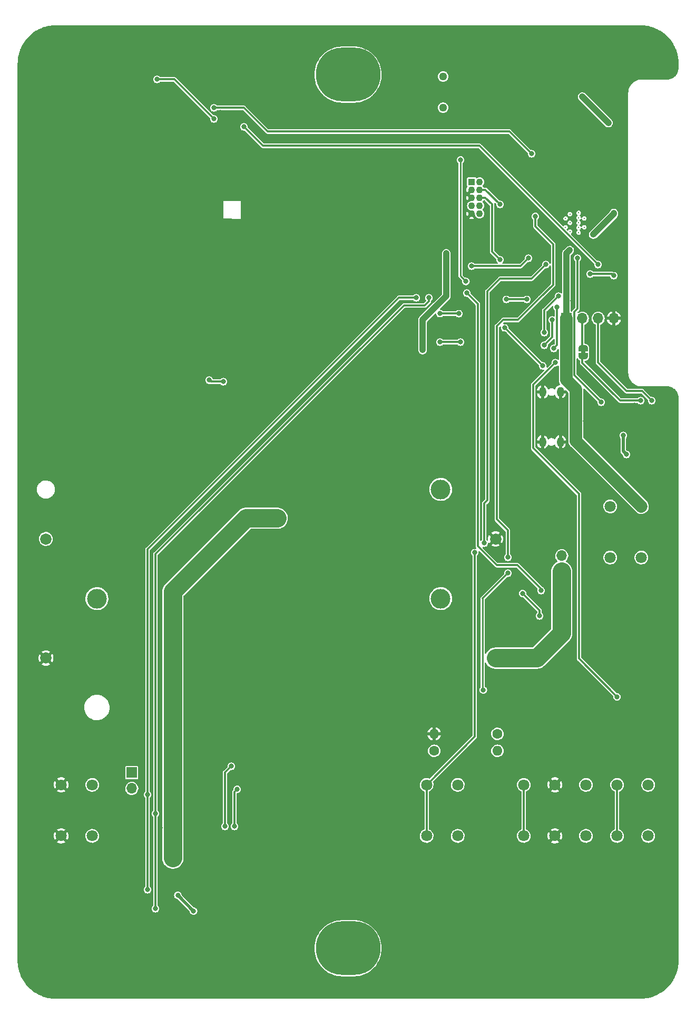
<source format=gbr>
%TF.GenerationSoftware,KiCad,Pcbnew,(6.0.11-0)*%
%TF.CreationDate,2023-04-19T14:38:12+10:00*%
%TF.ProjectId,enviro-node,656e7669-726f-42d6-9e6f-64652e6b6963,rev?*%
%TF.SameCoordinates,Original*%
%TF.FileFunction,Copper,L2,Bot*%
%TF.FilePolarity,Positive*%
%FSLAX46Y46*%
G04 Gerber Fmt 4.6, Leading zero omitted, Abs format (unit mm)*
G04 Created by KiCad (PCBNEW (6.0.11-0)) date 2023-04-19 14:38:12*
%MOMM*%
%LPD*%
G01*
G04 APERTURE LIST*
G04 Aperture macros list*
%AMFreePoly0*
4,1,22,0.500000,-0.750000,0.000000,-0.750000,0.000000,-0.745033,-0.079941,-0.743568,-0.215256,-0.701293,-0.333266,-0.622738,-0.424486,-0.514219,-0.481581,-0.384460,-0.499164,-0.250000,-0.500000,-0.250000,-0.500000,0.250000,-0.499164,0.250000,-0.499963,0.256109,-0.478152,0.396186,-0.417904,0.524511,-0.324060,0.630769,-0.204165,0.706417,-0.067858,0.745374,0.000000,0.744959,0.000000,0.750000,
0.500000,0.750000,0.500000,-0.750000,0.500000,-0.750000,$1*%
%AMFreePoly1*
4,1,20,0.000000,0.744959,0.073905,0.744508,0.209726,0.703889,0.328688,0.626782,0.421226,0.519385,0.479903,0.390333,0.500000,0.250000,0.500000,-0.250000,0.499851,-0.262216,0.476331,-0.402017,0.414519,-0.529596,0.319384,-0.634700,0.198574,-0.708877,0.061801,-0.746166,0.000000,-0.745033,0.000000,-0.750000,-0.500000,-0.750000,-0.500000,0.750000,0.000000,0.750000,0.000000,0.744959,
0.000000,0.744959,$1*%
G04 Aperture macros list end*
%TA.AperFunction,ComponentPad*%
%ADD10C,1.600000*%
%TD*%
%TA.AperFunction,ComponentPad*%
%ADD11O,1.600000X1.600000*%
%TD*%
%TA.AperFunction,ComponentPad*%
%ADD12C,0.300000*%
%TD*%
%TA.AperFunction,ComponentPad*%
%ADD13C,1.803400*%
%TD*%
%TA.AperFunction,ComponentPad*%
%ADD14O,1.150000X1.600000*%
%TD*%
%TA.AperFunction,ComponentPad*%
%ADD15C,1.280000*%
%TD*%
%TA.AperFunction,ComponentPad*%
%ADD16R,1.700000X1.700000*%
%TD*%
%TA.AperFunction,ComponentPad*%
%ADD17O,1.700000X1.700000*%
%TD*%
%TA.AperFunction,ComponentPad*%
%ADD18C,0.900000*%
%TD*%
%TA.AperFunction,ComponentPad*%
%ADD19O,10.400000X8.600000*%
%TD*%
%TA.AperFunction,ComponentPad*%
%ADD20C,1.828800*%
%TD*%
%TA.AperFunction,ComponentPad*%
%ADD21C,3.175000*%
%TD*%
%TA.AperFunction,ComponentPad*%
%ADD22R,1.100000X1.100000*%
%TD*%
%TA.AperFunction,ComponentPad*%
%ADD23C,1.100000*%
%TD*%
%TA.AperFunction,SMDPad,CuDef*%
%ADD24FreePoly0,90.000000*%
%TD*%
%TA.AperFunction,SMDPad,CuDef*%
%ADD25FreePoly1,90.000000*%
%TD*%
%TA.AperFunction,ViaPad*%
%ADD26C,0.800000*%
%TD*%
%TA.AperFunction,Conductor*%
%ADD27C,0.300000*%
%TD*%
%TA.AperFunction,Conductor*%
%ADD28C,3.000000*%
%TD*%
%TA.AperFunction,Conductor*%
%ADD29C,1.000000*%
%TD*%
%TA.AperFunction,Conductor*%
%ADD30C,2.000000*%
%TD*%
%TA.AperFunction,Conductor*%
%ADD31C,0.500000*%
%TD*%
%TA.AperFunction,Conductor*%
%ADD32C,0.250000*%
%TD*%
G04 APERTURE END LIST*
%TO.C,JP1*%
G36*
X123540800Y-76094400D02*
G01*
X122940800Y-76094400D01*
X122940800Y-75594400D01*
X123540800Y-75594400D01*
X123540800Y-76094400D01*
G37*
%TD*%
D10*
%TO.P,R42,1*%
%TO.N,+3.3V*%
X99288600Y-139801600D03*
D11*
%TO.P,R42,2*%
%TO.N,GPIO27*%
X109448600Y-139801600D03*
%TD*%
D10*
%TO.P,R43,1*%
%TO.N,GPIO27*%
X109448600Y-137083800D03*
D11*
%TO.P,R43,2*%
%TO.N,GND*%
X99288600Y-137083800D03*
%TD*%
D12*
%TO.P,U2,39_10*%
%TO.N,N/C*%
X123403000Y-54364610D03*
%TO.P,U2,39_11*%
X123403000Y-55764610D03*
%TO.P,U2,39_12*%
X122503000Y-53464610D03*
%TO.P,U2,39_13*%
X122493000Y-55039610D03*
%TO.P,U2,39_14*%
X122493000Y-56614610D03*
%TO.P,U2,39_15*%
X122503000Y-54252110D03*
%TO.P,U2,39_16*%
X122503000Y-55827110D03*
%TO.P,U2,39_17*%
X121093000Y-53664610D03*
%TO.P,U2,39_18*%
X121093000Y-55064610D03*
%TO.P,U2,39_19*%
X121093000Y-56464610D03*
%TO.P,U2,39_20*%
X120393000Y-54364610D03*
%TO.P,U2,39_21*%
X120393000Y-55764610D03*
%TD*%
D13*
%TO.P,J7,1,1*%
%TO.N,Net-(J7-Pad1)*%
X44334556Y-153456610D03*
%TO.P,J7,2,2*%
X44334556Y-145256611D03*
%TO.P,J7,3,3*%
%TO.N,GND*%
X39334556Y-153456610D03*
%TO.P,J7,4,4*%
X39334556Y-145256611D03*
%TD*%
D14*
%TO.P,J1,S1,SHIELD*%
%TO.N,GND*%
X119564556Y-82212610D03*
%TO.P,J1,S2,SHIELD*%
X119564556Y-90212610D03*
%TO.P,J1,S3,SHIELD*%
X116704556Y-82212610D03*
%TO.P,J1,S4,SHIELD*%
X116704556Y-90212610D03*
%TD*%
D15*
%TO.P,LS1,1*%
%TO.N,Net-(LS1-Pad1)*%
X100722556Y-36576610D03*
%TO.P,LS1,2*%
%TO.N,+3.3V*%
X100722556Y-31576610D03*
%TD*%
D13*
%TO.P,J10,1,1*%
%TO.N,+3.3V*%
X132572556Y-108772609D03*
%TO.P,J10,2,2*%
X132572556Y-100572610D03*
%TO.P,J10,3,3*%
%TO.N,Net-(C21-Pad1)*%
X127572556Y-108772609D03*
%TO.P,J10,4,4*%
X127572556Y-100572610D03*
%TD*%
D16*
%TO.P,J9,1,Pin_1*%
%TO.N,Net-(B1-Pad1)*%
X119772556Y-111038610D03*
D17*
%TO.P,J9,2,Pin_2*%
%TO.N,Net-(F2-Pad2)*%
X119772556Y-108498610D03*
%TD*%
D18*
%TO.P,H2,1*%
%TO.N,N/C*%
X89588556Y-171490610D03*
X86943556Y-174641610D03*
X85438556Y-168265610D03*
X81637556Y-172940610D03*
X88358556Y-174011610D03*
D19*
X85438556Y-171490610D03*
D18*
X82518556Y-168969610D03*
X83933556Y-174641610D03*
X83933556Y-168339610D03*
X85438556Y-174715610D03*
X88358556Y-168969610D03*
X86943556Y-168339610D03*
X82518556Y-174011610D03*
X89239556Y-170040610D03*
X81288556Y-171490610D03*
X89239556Y-172940610D03*
X81637556Y-170040610D03*
%TD*%
D16*
%TO.P,J2,1,Pin_1*%
%TO.N,+3.3V*%
X120544556Y-70398610D03*
D17*
%TO.P,J2,2,Pin_2*%
%TO.N,UART_TX0*%
X123084556Y-70398610D03*
%TO.P,J2,3,Pin_3*%
%TO.N,UART_RX0*%
X125624556Y-70398610D03*
%TO.P,J2,4,Pin_4*%
%TO.N,GND*%
X128164556Y-70398610D03*
%TD*%
D13*
%TO.P,J6,1,1*%
%TO.N,+3.3V*%
X133682633Y-153456610D03*
%TO.P,J6,2,2*%
X133682633Y-145256611D03*
%TO.P,J6,3,3*%
%TO.N,GPIO21*%
X128682633Y-153456610D03*
%TO.P,J6,4,4*%
X128682633Y-145256611D03*
%TO.P,J6,5,5*%
%TO.N,+12V*%
X123682632Y-153456610D03*
%TO.P,J6,6,6*%
X123682632Y-145256611D03*
%TO.P,J6,7,7*%
%TO.N,GND*%
X118682632Y-153456610D03*
%TO.P,J6,8,8*%
X118682632Y-145256611D03*
%TO.P,J6,9,9*%
%TO.N,GPIO27*%
X113682632Y-153456610D03*
%TO.P,J6,10,10*%
X113682632Y-145256611D03*
%TD*%
D20*
%TO.P,B1,1,1*%
%TO.N,Net-(B1-Pad1)*%
X109150556Y-124919710D03*
%TO.P,B1,2,2*%
%TO.N,GND*%
X36887556Y-124919710D03*
%TO.P,B1,3,3*%
X109150556Y-105793510D03*
%TO.P,B1,4,4*%
%TO.N,Net-(B1-Pad1)*%
X36887556Y-105793510D03*
D21*
%TO.P,B1,6*%
%TO.N,N/C*%
X100336756Y-115369310D03*
%TO.P,B1,7*%
X45091756Y-115369310D03*
%TO.P,B1,8*%
X100336756Y-97843310D03*
%TD*%
D16*
%TO.P,J8,1,Pin_1*%
%TO.N,Net-(F1-Pad1)*%
X50684556Y-143296610D03*
D17*
%TO.P,J8,2,Pin_2*%
%TO.N,Net-(J7-Pad1)*%
X50684556Y-145836610D03*
%TD*%
D18*
%TO.P,H1,1*%
%TO.N,N/C*%
X86943556Y-28131610D03*
D19*
X85438556Y-31282610D03*
D18*
X82518556Y-33803610D03*
X89588556Y-31282610D03*
X82518556Y-28761610D03*
X85438556Y-34507610D03*
X85438556Y-28057610D03*
X81637556Y-32732610D03*
X86943556Y-34433610D03*
X89239556Y-29832610D03*
X89239556Y-32732610D03*
X81637556Y-29832610D03*
X83933556Y-28131610D03*
X83933556Y-34433610D03*
X81288556Y-31282610D03*
X88358556Y-28761610D03*
X88358556Y-33803610D03*
%TD*%
D13*
%TO.P,J4,1,1*%
%TO.N,+3.3V*%
X103068632Y-153456610D03*
%TO.P,J4,2,2*%
X103068632Y-145256611D03*
%TO.P,J4,3,3*%
%TO.N,GPIO34*%
X98068632Y-153456610D03*
%TO.P,J4,4,4*%
X98068632Y-145256611D03*
%TD*%
D22*
%TO.P,J3,1,VTref*%
%TO.N,+3.3V*%
X105311056Y-48508610D03*
D23*
%TO.P,J3,2,SWDIO/TMS*%
%TO.N,GPIO14*%
X106581056Y-48508610D03*
%TO.P,J3,3,GND*%
%TO.N,GND*%
X105311056Y-49778610D03*
%TO.P,J3,4,SWDCLK/TCK*%
%TO.N,GPIO13*%
X106581056Y-49778610D03*
%TO.P,J3,5,GND*%
%TO.N,GND*%
X105311056Y-51048610D03*
%TO.P,J3,6,SWO/TDO*%
%TO.N,GPIO15*%
X106581056Y-51048610D03*
%TO.P,J3,7,KEY*%
%TO.N,unconnected-(J3-Pad7)*%
X105311056Y-52318610D03*
%TO.P,J3,8,NC/TDI*%
%TO.N,GPIO12*%
X106581056Y-52318610D03*
%TO.P,J3,9,GNDDetect*%
%TO.N,GND*%
X105311056Y-53588610D03*
%TO.P,J3,10,~{RESET}*%
%TO.N,unconnected-(J3-Pad10)*%
X106581056Y-53588610D03*
%TD*%
D24*
%TO.P,JP1,1,A*%
%TO.N,Net-(JP1-Pad1)*%
X123240800Y-76494400D03*
D25*
%TO.P,JP1,2,B*%
%TO.N,UART_TX0*%
X123240800Y-75194400D03*
%TD*%
D26*
%TO.N,GND*%
X93138556Y-170484610D03*
X48138556Y-131484610D03*
X78138556Y-56484610D03*
X114138556Y-173484610D03*
X48138556Y-98484610D03*
X54138556Y-176484610D03*
X78138556Y-47484610D03*
X48138556Y-83484610D03*
X99138556Y-53484610D03*
X36138556Y-80484610D03*
X54138556Y-74484610D03*
X105138556Y-41484610D03*
X126630556Y-60746610D03*
X87138556Y-146484610D03*
X36138556Y-41484610D03*
X120138556Y-173484610D03*
X120138556Y-176484610D03*
X96138556Y-110484610D03*
X75138556Y-110484610D03*
X36138556Y-26484610D03*
X123582556Y-86908610D03*
X93138556Y-26484610D03*
X99138556Y-128484610D03*
X42138556Y-122484610D03*
X114946556Y-42712610D03*
X78138556Y-128484610D03*
X54138556Y-65484610D03*
X78138556Y-26484610D03*
X51138556Y-164484610D03*
X45138556Y-101484610D03*
X84138556Y-41484610D03*
X84138556Y-59484610D03*
X60138556Y-137484610D03*
X99138556Y-107484610D03*
X78138556Y-77484610D03*
X65416556Y-79288610D03*
X75138556Y-62484610D03*
X90138556Y-98484610D03*
X39138556Y-83484610D03*
X96138556Y-134484610D03*
X111138556Y-116484610D03*
X60844556Y-80558610D03*
X69138556Y-110484610D03*
X63138556Y-26484610D03*
X72138556Y-32484610D03*
X99138556Y-134484610D03*
X127431800Y-67665600D03*
X99138556Y-47484610D03*
X66138556Y-77484610D03*
X54138556Y-26484610D03*
X75138556Y-71484610D03*
X69138556Y-32484610D03*
X87138556Y-65484610D03*
X39138556Y-101484610D03*
X115454556Y-61762610D03*
X90138556Y-119484610D03*
X54138556Y-77484610D03*
X81138556Y-134484610D03*
X78138556Y-134484610D03*
X135138556Y-176484610D03*
X54138556Y-101484610D03*
X48138556Y-140484610D03*
X69138556Y-77484610D03*
X63138556Y-122484610D03*
X120138556Y-92484610D03*
X72138556Y-47484610D03*
X114138556Y-26484610D03*
X96138556Y-47484610D03*
X72138556Y-56484610D03*
X93138556Y-152484610D03*
X42138556Y-134484610D03*
X103516556Y-70652610D03*
X42138556Y-110484610D03*
X39138556Y-113484610D03*
X54138556Y-170484610D03*
X36138556Y-116484610D03*
X72138556Y-137484610D03*
X90138556Y-35484610D03*
X57138556Y-167484610D03*
X108138556Y-110484610D03*
X93138556Y-161484610D03*
X36138556Y-140484610D03*
X78138556Y-161484610D03*
X90138556Y-89484610D03*
X87138556Y-113484610D03*
X93138556Y-107484610D03*
X45138556Y-98484610D03*
X69138556Y-50484610D03*
X87138556Y-59484610D03*
X60138556Y-74484610D03*
X39138556Y-173484610D03*
X132138556Y-29484610D03*
X39138556Y-116484610D03*
X90138556Y-128484610D03*
X36138556Y-137484610D03*
X108138556Y-116484610D03*
X111138556Y-170484610D03*
X78138556Y-68484610D03*
X42138556Y-83484610D03*
X57138556Y-98484610D03*
X57138556Y-65484610D03*
X48138556Y-137484610D03*
X51138556Y-110484610D03*
X72138556Y-71484610D03*
X96138556Y-113484610D03*
X81138556Y-116484610D03*
X123138556Y-128484610D03*
X69138556Y-134484610D03*
X114138556Y-29484610D03*
X81138556Y-131484610D03*
X69138556Y-62484610D03*
X90138556Y-176484610D03*
X87138556Y-86484610D03*
X72138556Y-128484610D03*
X102138556Y-131484610D03*
X90138556Y-146484610D03*
X87138556Y-68484610D03*
X102138556Y-110484610D03*
X51138556Y-119484610D03*
X127392556Y-83860610D03*
X129138556Y-176484610D03*
X69138556Y-170484610D03*
X72138556Y-176484610D03*
X99138556Y-86484610D03*
X63138556Y-170484610D03*
X75138556Y-41484610D03*
X75138556Y-89484610D03*
X110628556Y-80558610D03*
X78138556Y-107484610D03*
X90138556Y-41484610D03*
X93138556Y-134484610D03*
X135138556Y-26484610D03*
X51138556Y-140484610D03*
X78138556Y-131484610D03*
X51138556Y-134484610D03*
X42138556Y-113484610D03*
X45138556Y-122484610D03*
X54138556Y-68484610D03*
X60138556Y-131484610D03*
X78138556Y-167484610D03*
X93138556Y-53484610D03*
X117740556Y-76748610D03*
X72138556Y-131484610D03*
X42810556Y-63286610D03*
X72138556Y-50484610D03*
X123328556Y-61254610D03*
X69138556Y-131484610D03*
X53224556Y-164886610D03*
X66138556Y-128484610D03*
X115454556Y-79288610D03*
X72138556Y-113484610D03*
X36138556Y-176484610D03*
X103516556Y-67350610D03*
X60138556Y-26484610D03*
X81138556Y-65484610D03*
X69138556Y-107484610D03*
X113422556Y-59476610D03*
X57138556Y-170484610D03*
X75138556Y-116484610D03*
X111138556Y-134484610D03*
X115454556Y-72684610D03*
X96138556Y-86484610D03*
X87138556Y-56484610D03*
X54138556Y-167484610D03*
X108138556Y-41484610D03*
X36138556Y-83484610D03*
X90138556Y-167484610D03*
X84138556Y-86484610D03*
X123138556Y-173484610D03*
X75138556Y-161484610D03*
X81138556Y-86484610D03*
X84138556Y-62484610D03*
X63138556Y-134484610D03*
X48138556Y-26484610D03*
X65670556Y-141518610D03*
X93138556Y-164484610D03*
X72138556Y-92484610D03*
X126138556Y-140484610D03*
X66138556Y-110484610D03*
X105548556Y-63540610D03*
X42138556Y-128484610D03*
X71512556Y-105450610D03*
X78138556Y-158484610D03*
X124852556Y-55158610D03*
X75138556Y-176484610D03*
X78138556Y-152484610D03*
X57138556Y-68484610D03*
X99138556Y-119484610D03*
X108138556Y-176484610D03*
X39138556Y-110484610D03*
X63138556Y-131484610D03*
X117138556Y-176484610D03*
X90138556Y-107484610D03*
X69138556Y-113484610D03*
X51138556Y-128484610D03*
X72138556Y-65484610D03*
X51138556Y-98484610D03*
X93138556Y-35484610D03*
X39138556Y-119484610D03*
X72138556Y-62484610D03*
X108596556Y-80558610D03*
X81138556Y-71484610D03*
X111138556Y-173484610D03*
X111138556Y-113484610D03*
X51138556Y-170484610D03*
X78138556Y-89484610D03*
X102138556Y-119484610D03*
X132138556Y-173484610D03*
X93138556Y-167484610D03*
X39138556Y-131484610D03*
X109866556Y-59730610D03*
X84138556Y-131484610D03*
X52208556Y-149900610D03*
X39138556Y-176484610D03*
X66138556Y-122484610D03*
X111138556Y-176484610D03*
X118756556Y-78780610D03*
X36138556Y-56484610D03*
X111138556Y-128484610D03*
X73036556Y-105450610D03*
X111138556Y-131484610D03*
X78138556Y-149484610D03*
X84138556Y-149484610D03*
X50430556Y-38354000D03*
X66138556Y-134484610D03*
X39138556Y-125484610D03*
X81138556Y-98484610D03*
X72138556Y-41484610D03*
X60138556Y-122484610D03*
X93138556Y-32484610D03*
X84138556Y-89484610D03*
X126138556Y-176484610D03*
X93138556Y-155484610D03*
X65162556Y-152948610D03*
X117138556Y-173484610D03*
X87138556Y-41484610D03*
X129424556Y-54356000D03*
X90138556Y-134484610D03*
X48138556Y-176484610D03*
X45858556Y-65064610D03*
X120280556Y-50078610D03*
X69988556Y-39664610D03*
X57138556Y-83484610D03*
X75138556Y-152484610D03*
X124344556Y-62016610D03*
X66138556Y-56484610D03*
X75138556Y-119484610D03*
X111138556Y-32484610D03*
X75138556Y-83484610D03*
X57138556Y-101484610D03*
X51138556Y-137484610D03*
X96138556Y-56484610D03*
X81138556Y-68484610D03*
X60138556Y-116484610D03*
X110628556Y-72938610D03*
X109866556Y-66334610D03*
X132138556Y-176484610D03*
X39138556Y-140484610D03*
X75138556Y-128484610D03*
X42138556Y-137484610D03*
X75138556Y-164484610D03*
X66138556Y-125484610D03*
X81138556Y-89484610D03*
X36138556Y-131484610D03*
X81138556Y-59484610D03*
X114138556Y-32484610D03*
X90138556Y-77484610D03*
X75138556Y-50484610D03*
X69138556Y-173484610D03*
X68464556Y-40680610D03*
X102138556Y-86484610D03*
X127392556Y-36870610D03*
X48138556Y-110484610D03*
X72138556Y-26484610D03*
X93138556Y-149484610D03*
X36138556Y-173484610D03*
X57138556Y-92484610D03*
X75138556Y-74484610D03*
X60138556Y-170484610D03*
X126138556Y-173484610D03*
X63138556Y-176484610D03*
X63138556Y-119484610D03*
X72138556Y-110484610D03*
X124852556Y-88940610D03*
X132138556Y-170484610D03*
X97420556Y-65786000D03*
X78138556Y-62484610D03*
X39138556Y-26484610D03*
X116470556Y-119420610D03*
X51138556Y-83484610D03*
X81138556Y-56484610D03*
X84138556Y-116484610D03*
X54138556Y-83484610D03*
X69988556Y-105450610D03*
X108138556Y-119484610D03*
X108138556Y-131484610D03*
X63138556Y-128484610D03*
X71512556Y-99862610D03*
X87138556Y-80484610D03*
X66138556Y-26484610D03*
X105138556Y-83484610D03*
X93138556Y-119484610D03*
X109612556Y-48046610D03*
X39138556Y-122484610D03*
X81138556Y-176484610D03*
X90138556Y-149484610D03*
X63138556Y-92484610D03*
X45138556Y-140484610D03*
X93138556Y-77484610D03*
X51138556Y-167484610D03*
X64908556Y-37378610D03*
X78138556Y-170484610D03*
X108138556Y-26484610D03*
X90138556Y-44484610D03*
X69138556Y-71484610D03*
X129138556Y-170484610D03*
X135138556Y-173484610D03*
X39138556Y-137484610D03*
X57138556Y-74484610D03*
X105548556Y-65572610D03*
X122820556Y-40934610D03*
X75138556Y-56484610D03*
X78138556Y-164484610D03*
X78138556Y-41484610D03*
X73036556Y-99862610D03*
X36138556Y-44484610D03*
X53224556Y-163362610D03*
X87138556Y-53484610D03*
X113538000Y-68326000D03*
X45138556Y-83484610D03*
X81138556Y-62484610D03*
X64908556Y-158536610D03*
X136028556Y-82844610D03*
X81138556Y-137484610D03*
X105138556Y-86484610D03*
X105138556Y-98484610D03*
X96138556Y-26484610D03*
X75138556Y-107484610D03*
X109104556Y-69382610D03*
X51138556Y-155484610D03*
X51138556Y-116484610D03*
X87138556Y-134484610D03*
X72138556Y-77484610D03*
X111138556Y-119484610D03*
X72138556Y-116484610D03*
X54138556Y-80484610D03*
X96138556Y-119484610D03*
X57138556Y-176484610D03*
X36138556Y-62484610D03*
X93138556Y-158484610D03*
X66138556Y-32484610D03*
X96138556Y-107484610D03*
X60138556Y-128484610D03*
X78138556Y-173484610D03*
X51138556Y-152484610D03*
X72138556Y-98484610D03*
X102138556Y-173484610D03*
X99138556Y-59484610D03*
X87138556Y-98484610D03*
X102138556Y-128484610D03*
X90138556Y-137484610D03*
X75138556Y-146484610D03*
X57138556Y-26484610D03*
X84138556Y-107484610D03*
X60138556Y-176484610D03*
X45138556Y-173484610D03*
X111138556Y-98484610D03*
X87138556Y-77484610D03*
X75138556Y-143484610D03*
X126138556Y-131484610D03*
X72138556Y-134484610D03*
X63130556Y-159298610D03*
X51138556Y-113484610D03*
X90138556Y-59484610D03*
X78138556Y-71484610D03*
X42138556Y-125484610D03*
X84138556Y-98484610D03*
X75138556Y-155484610D03*
X70242556Y-151932610D03*
X78138556Y-65484610D03*
X69138556Y-53484610D03*
X75138556Y-47484610D03*
X129138556Y-173484610D03*
X108138556Y-128484610D03*
X72138556Y-53484610D03*
X42138556Y-140484610D03*
X75138556Y-137484610D03*
X75138556Y-77484610D03*
X60138556Y-92484610D03*
X36138556Y-134484610D03*
X96138556Y-176484610D03*
X93138556Y-113484610D03*
X51138556Y-149484610D03*
X78138556Y-110484610D03*
X96138556Y-116484610D03*
X75138556Y-167484610D03*
X103516556Y-72938610D03*
X105138556Y-59484610D03*
X78138556Y-59484610D03*
X45138556Y-119484610D03*
X102138556Y-134484610D03*
X69138556Y-68484610D03*
X105138556Y-176484610D03*
X36138556Y-128484610D03*
X51138556Y-158484610D03*
X36138556Y-119484610D03*
X112406556Y-114594610D03*
X99138556Y-56484610D03*
X87138556Y-116484610D03*
X75138556Y-26484610D03*
X81138556Y-107484610D03*
X96138556Y-98484610D03*
X49160556Y-64048610D03*
X69138556Y-26484610D03*
X57138556Y-77484610D03*
X108138556Y-170484610D03*
X84138556Y-146484610D03*
X90138556Y-80484610D03*
X36138556Y-170484610D03*
X93138556Y-128484610D03*
X96138556Y-128484610D03*
X93138556Y-44484610D03*
X93138556Y-143484610D03*
X63138556Y-104484610D03*
X96138556Y-50484610D03*
X84138556Y-137484610D03*
X69138556Y-47484610D03*
X57138556Y-62484610D03*
X117232556Y-67858610D03*
X100214556Y-70652610D03*
X81138556Y-167484610D03*
X75138556Y-65484610D03*
X130186556Y-93512610D03*
X72138556Y-59484610D03*
X78138556Y-146484610D03*
X126138556Y-134484610D03*
X78138556Y-116484610D03*
X48138556Y-122484610D03*
X81138556Y-128484610D03*
X69138556Y-65484610D03*
X99138556Y-89484610D03*
X66138556Y-176484610D03*
X78138556Y-137484610D03*
X60138556Y-98484610D03*
X48138556Y-113484610D03*
X84138556Y-68484610D03*
X42138556Y-176484610D03*
X102138556Y-107484610D03*
X114138556Y-140484610D03*
X51138556Y-131484610D03*
X93138556Y-140484610D03*
X96138556Y-59484610D03*
X93138556Y-89484610D03*
X42138556Y-119484610D03*
X75138556Y-113484610D03*
X81138556Y-92484610D03*
X63138556Y-125484610D03*
X75138556Y-134484610D03*
X99138556Y-50484610D03*
X84138556Y-92484610D03*
X45138556Y-176484610D03*
X81138556Y-83484610D03*
X72138556Y-68484610D03*
X78138556Y-35484610D03*
X75138556Y-173484610D03*
X60138556Y-119484610D03*
X93138556Y-56484610D03*
X60138556Y-134484610D03*
X90138556Y-131484610D03*
X114138556Y-170484610D03*
X69138556Y-176484610D03*
X100214556Y-72938610D03*
X69138556Y-56484610D03*
X87138556Y-92484610D03*
X75138556Y-131484610D03*
X126138556Y-137484610D03*
X42138556Y-26484610D03*
X42138556Y-98484610D03*
X93138556Y-137484610D03*
X74560556Y-105450610D03*
X81138556Y-110484610D03*
X78138556Y-176484610D03*
X90138556Y-113484610D03*
X87138556Y-110484610D03*
X114138556Y-176484610D03*
X51138556Y-26484610D03*
X75138556Y-59484610D03*
X111138556Y-26484610D03*
X74560556Y-99862610D03*
X51138556Y-122484610D03*
X87138556Y-89484610D03*
X102138556Y-89484610D03*
X108138556Y-134484610D03*
X57138556Y-71484610D03*
X93138556Y-116484610D03*
X84138556Y-110484610D03*
X42138556Y-131484610D03*
X36138556Y-110484610D03*
X135138556Y-170484610D03*
X57138556Y-59484610D03*
X72138556Y-173484610D03*
X45138556Y-110484610D03*
X36138556Y-122484610D03*
X48138556Y-101484610D03*
X99138556Y-110484610D03*
X66138556Y-170484610D03*
X45138556Y-128484610D03*
X93138556Y-131484610D03*
X75138556Y-32484610D03*
X69138556Y-83484610D03*
X84138556Y-119484610D03*
X51954556Y-162092610D03*
X90138556Y-26484610D03*
X72138556Y-83484610D03*
X69138556Y-59484610D03*
X84138556Y-56484610D03*
X75138556Y-170484610D03*
X128154556Y-55412610D03*
X90138556Y-116484610D03*
X78138556Y-92484610D03*
X45138556Y-26484610D03*
X84138556Y-128484610D03*
X132138556Y-26484610D03*
X52208556Y-148122610D03*
X93138556Y-59484610D03*
X87138556Y-119484610D03*
X98806000Y-75478610D03*
X96138556Y-89484610D03*
X96138556Y-53484610D03*
X81138556Y-35484610D03*
X75138556Y-92484610D03*
X39138556Y-128484610D03*
X87138556Y-107484610D03*
X105138556Y-26484610D03*
X54494556Y-166410610D03*
X72138556Y-38484610D03*
X81138556Y-149484610D03*
X45138556Y-137484610D03*
X75138556Y-98484610D03*
X42138556Y-101484610D03*
X84138556Y-134484610D03*
X78138556Y-98484610D03*
X36138556Y-113484610D03*
X55256556Y-152186610D03*
X48138556Y-128484610D03*
X81138556Y-146484610D03*
X78138556Y-113484610D03*
X93138556Y-110484610D03*
X90138556Y-110484610D03*
X66138556Y-131484610D03*
X87138556Y-128484610D03*
X125106556Y-34838610D03*
X81138556Y-113484610D03*
X135138556Y-29484610D03*
X42138556Y-116484610D03*
X48138556Y-116484610D03*
X108138556Y-173484610D03*
X48138556Y-119484610D03*
X81138556Y-41484610D03*
X102138556Y-41484610D03*
X96138556Y-137484610D03*
X66138556Y-137484610D03*
X96138556Y-131484610D03*
X123138556Y-176484610D03*
X48138556Y-134484610D03*
X54138556Y-98484610D03*
X115200556Y-75224610D03*
X42138556Y-173484610D03*
X93138556Y-98484610D03*
X51138556Y-176484610D03*
X105138556Y-173484610D03*
X69138556Y-128484610D03*
X81138556Y-119484610D03*
X36138556Y-65484610D03*
X128154556Y-62270610D03*
X93138556Y-173484610D03*
X103516556Y-75478610D03*
X93138556Y-176484610D03*
X72138556Y-170484610D03*
X69988556Y-99862610D03*
X108138556Y-29484610D03*
X62622556Y-38394610D03*
X54138556Y-71484610D03*
X93138556Y-29484610D03*
X96138556Y-173484610D03*
X93138556Y-41484610D03*
X122312556Y-36362610D03*
X69138556Y-137484610D03*
X75138556Y-158484610D03*
X84138556Y-113484610D03*
X39138556Y-134484610D03*
X117138556Y-170484610D03*
X128916556Y-39410610D03*
X129138556Y-26484610D03*
X75138556Y-53484610D03*
X84138556Y-65484610D03*
X69138556Y-125484610D03*
X121550556Y-67604610D03*
X93138556Y-146484610D03*
X81138556Y-74484610D03*
X99138556Y-131484610D03*
X130440556Y-86400610D03*
X99138556Y-173484610D03*
X53478556Y-33060610D03*
X78138556Y-32484610D03*
X36138556Y-59484610D03*
X51138556Y-101484610D03*
X57138556Y-80484610D03*
X99138556Y-176484610D03*
X48138556Y-170484610D03*
X90138556Y-65484610D03*
X96138556Y-44484610D03*
X78138556Y-86484610D03*
X63138556Y-137484610D03*
X78138556Y-119484610D03*
X36138556Y-101484610D03*
X78138556Y-74484610D03*
X117138556Y-140484610D03*
X90138556Y-56484610D03*
X75138556Y-149484610D03*
X81138556Y-26484610D03*
X96138556Y-140484610D03*
X120026556Y-58460610D03*
X75138556Y-68484610D03*
X102138556Y-176484610D03*
X111138556Y-29484610D03*
X102138556Y-83484610D03*
X111252000Y-137414000D03*
X87138556Y-131484610D03*
X63138556Y-101484610D03*
X72138556Y-107484610D03*
X87138556Y-137484610D03*
X131456556Y-84368610D03*
%TO.N,ESP_ENABLE*%
X126122556Y-83860610D03*
X122312556Y-60746610D03*
%TO.N,VBAT*%
X74052556Y-102478810D03*
X116216556Y-118150610D03*
X70750556Y-102478810D03*
X113488556Y-114528610D03*
X57288556Y-155742610D03*
X57288556Y-152186610D03*
X72528556Y-102478810D03*
X69048756Y-102478810D03*
X57288556Y-157012610D03*
%TO.N,+3.3V*%
X124852556Y-56936610D03*
X97420556Y-75478610D03*
X128154556Y-53516611D03*
X101230556Y-59984610D03*
X60619610Y-165521610D03*
X123074556Y-34838610D03*
X58089800Y-162991800D03*
X127265556Y-39029610D03*
X130186556Y-92242610D03*
X121042556Y-59476610D03*
X129678556Y-89194610D03*
%TO.N,SPI_MOSI*%
X119264556Y-66842610D03*
X116978556Y-72684610D03*
X100214556Y-74208610D03*
X103516556Y-74208610D03*
%TO.N,SPI_SCK*%
X116978556Y-74716610D03*
X118248556Y-70652610D03*
%TO.N,SPI_MISO*%
X118502556Y-75224610D03*
X119010556Y-68620610D03*
%TO.N,I2C_SDA*%
X53224556Y-162092610D03*
X114438556Y-60746610D03*
X105294556Y-62016610D03*
X96404556Y-67096610D03*
X53224556Y-146852610D03*
%TO.N,UART_RX0*%
X134250556Y-83606610D03*
%TO.N,I2C_SCL*%
X98436556Y-67096610D03*
X124344556Y-63286610D03*
X54494556Y-149900610D03*
X54494556Y-165140610D03*
X128154556Y-63540610D03*
%TO.N,GPIO17*%
X104394000Y-64465200D03*
X103530400Y-44983400D03*
%TO.N,GPIO0*%
X110628556Y-71922610D03*
X116724556Y-78018610D03*
%TO.N,GPIO15*%
X109866556Y-61000610D03*
%TO.N,GPIO13*%
X109866556Y-52110610D03*
%TO.N,IO_P0*%
X63892556Y-38394610D03*
X54748556Y-32044610D03*
%TO.N,IO_P3*%
X63130556Y-80304610D03*
X65416556Y-80558610D03*
%TO.N,UART_RX1*%
X63892556Y-36616610D03*
X114946556Y-43982610D03*
%TO.N,UART_TX1*%
X125614556Y-61762610D03*
X68718556Y-39664610D03*
%TO.N,GPIO27*%
X115544600Y-54025800D03*
X111136556Y-108752610D03*
X107188000Y-130048000D03*
X111136556Y-111292610D03*
%TO.N,GPIO4*%
X110882556Y-67350610D03*
X100214556Y-69636610D03*
X114184556Y-67350610D03*
X103262556Y-69636610D03*
%TO.N,Net-(R25-Pad2)*%
X65670556Y-151932610D03*
X66686556Y-142280610D03*
%TO.N,GPIO34*%
X105802556Y-107990610D03*
X107326556Y-106466610D03*
X117232556Y-61762610D03*
%TO.N,IO_P6*%
X116470556Y-114086610D03*
X104532556Y-66334610D03*
%TO.N,Net-(R24-Pad2)*%
X67194556Y-151932610D03*
X67623732Y-145987743D03*
%TO.N,Net-(R41-Pad2)*%
X118756556Y-77510610D03*
X128682633Y-131124687D03*
%TO.N,Net-(JP1-Pad1)*%
X132472556Y-83606610D03*
%TD*%
D27*
%TO.N,ESP_ENABLE*%
X121804556Y-79542610D02*
X121804556Y-69382610D01*
X122312556Y-60746610D02*
X122312556Y-68874610D01*
X122312556Y-68874610D02*
X121804556Y-69382610D01*
X126122556Y-83860610D02*
X121804556Y-79542610D01*
D28*
%TO.N,VBAT*%
X57288556Y-114239010D02*
X57288556Y-153202610D01*
X57288556Y-154980610D02*
X57288556Y-157012610D01*
X69048756Y-102478810D02*
X57288556Y-114239010D01*
D27*
X116216556Y-118150610D02*
X116216556Y-117256610D01*
X116216556Y-117256610D02*
X113488556Y-114528610D01*
D28*
X57288556Y-153202610D02*
X57288556Y-154980610D01*
X74052556Y-102478810D02*
X69048756Y-102478810D01*
D29*
%TO.N,+3.3V*%
X120544556Y-59974610D02*
X121042556Y-59476610D01*
X101230556Y-66842610D02*
X101230556Y-59984610D01*
D30*
X120527556Y-80297610D02*
X122055556Y-81825610D01*
X122055556Y-90055610D02*
X132572556Y-100572610D01*
D29*
X128154556Y-53634610D02*
X124852556Y-56936610D01*
D31*
X60619610Y-165521610D02*
X58089800Y-162991800D01*
D29*
X127265556Y-39029610D02*
X123074556Y-34838610D01*
D31*
X129678556Y-91734610D02*
X130186556Y-92242610D01*
X129678556Y-89194610D02*
X129678556Y-91734610D01*
D29*
X99706556Y-68366610D02*
X101230556Y-66842610D01*
D30*
X122055556Y-81825610D02*
X122055556Y-90055610D01*
D29*
X97420556Y-70652610D02*
X99706556Y-68366610D01*
D30*
X120527556Y-70398610D02*
X120527556Y-80297610D01*
D29*
X120544556Y-70398610D02*
X120544556Y-59974610D01*
X128154556Y-53516611D02*
X128154556Y-53634610D01*
X97420556Y-75478610D02*
X97420556Y-70652610D01*
D27*
%TO.N,SPI_MOSI*%
X116978556Y-72684610D02*
X116978556Y-69128610D01*
X100214556Y-74208610D02*
X103516556Y-74208610D01*
X116978556Y-69128610D02*
X119264556Y-66842610D01*
%TO.N,SPI_SCK*%
X118248556Y-73446610D02*
X116978556Y-74716610D01*
X118248556Y-73446610D02*
X118248556Y-70652610D01*
%TO.N,SPI_MISO*%
X118502556Y-75224610D02*
X119010556Y-74716610D01*
X119010556Y-68620610D02*
X119010556Y-69382610D01*
X119010556Y-74716610D02*
X119010556Y-69382610D01*
D28*
%TO.N,Net-(B1-Pad1)*%
X119772556Y-120944610D02*
X119772556Y-111038610D01*
X115797456Y-124919710D02*
X119772556Y-120944610D01*
X109150556Y-124919710D02*
X115797456Y-124919710D01*
D27*
%TO.N,I2C_SDA*%
X113168556Y-62016610D02*
X105294556Y-62016610D01*
X93356556Y-67350610D02*
X53224556Y-107482610D01*
X93610556Y-67096610D02*
X93356556Y-67350610D01*
X114438556Y-60746610D02*
X113168556Y-62016610D01*
X53224556Y-162092610D02*
X53224556Y-146852610D01*
X53224556Y-107482610D02*
X53224556Y-146852610D01*
X96404556Y-67096610D02*
X93610556Y-67096610D01*
%TO.N,UART_RX0*%
X130186556Y-82082610D02*
X132726556Y-82082610D01*
X134250556Y-83606610D02*
X132726556Y-82082610D01*
X125624556Y-77500610D02*
X125614556Y-77510610D01*
X125624556Y-70398610D02*
X125624556Y-77500610D01*
X125614556Y-77510610D02*
X130186556Y-82082610D01*
%TO.N,UART_TX0*%
X123084556Y-75038156D02*
X123240800Y-75194400D01*
X123084556Y-70398610D02*
X123084556Y-75038156D01*
%TO.N,I2C_SCL*%
X94413166Y-68326000D02*
X54494556Y-108244610D01*
X127900556Y-63286610D02*
X128154556Y-63540610D01*
X97790000Y-68326000D02*
X94413166Y-68326000D01*
X98436556Y-67679444D02*
X97790000Y-68326000D01*
X124344556Y-63286610D02*
X127900556Y-63286610D01*
X54494556Y-108244610D02*
X54494556Y-165140610D01*
X98436556Y-67096610D02*
X98436556Y-67679444D01*
D32*
%TO.N,GPIO17*%
X104394000Y-64465200D02*
X103530400Y-63601600D01*
X103530400Y-63601600D02*
X103530400Y-44983400D01*
D27*
%TO.N,GPIO0*%
X115962556Y-77256610D02*
X116724556Y-78018610D01*
X110628556Y-71922610D02*
X115962556Y-77256610D01*
%TO.N,GPIO21*%
X128682633Y-145256611D02*
X128682633Y-153456610D01*
%TO.N,GPIO15*%
X107534556Y-51048610D02*
X108596556Y-52110610D01*
X108596556Y-57698610D02*
X108596556Y-59730610D01*
X106581056Y-51048610D02*
X107534556Y-51048610D01*
X108596556Y-52110610D02*
X108596556Y-57698610D01*
X108596556Y-59730610D02*
X109866556Y-61000610D01*
%TO.N,GPIO13*%
X106581056Y-49778610D02*
X107534556Y-49778610D01*
X107534556Y-49778610D02*
X109866556Y-52110610D01*
%TO.N,IO_P0*%
X63892556Y-38394610D02*
X57542556Y-32044610D01*
X57542556Y-32044610D02*
X54748556Y-32044610D01*
%TO.N,IO_P3*%
X65416556Y-80558610D02*
X63384556Y-80558610D01*
X63384556Y-80558610D02*
X63130556Y-80304610D01*
%TO.N,UART_RX1*%
X114946556Y-43982610D02*
X111390556Y-40426610D01*
X68718556Y-36616610D02*
X63892556Y-36616610D01*
X75068556Y-40426610D02*
X72528556Y-40426610D01*
X111390556Y-40426610D02*
X75068556Y-40426610D01*
X72528556Y-40426610D02*
X68718556Y-36616610D01*
%TO.N,UART_TX1*%
X68718556Y-39664610D02*
X71766556Y-42712610D01*
X106564556Y-42712610D02*
X125614556Y-61762610D01*
X71766556Y-42712610D02*
X106564556Y-42712610D01*
%TO.N,GPIO27*%
X107072556Y-115356610D02*
X111136556Y-111292610D01*
X110374556Y-70652610D02*
X109358556Y-71668610D01*
X116319500Y-67093900D02*
X116319500Y-67096610D01*
D32*
X107072556Y-115356610D02*
X107072556Y-129932556D01*
D27*
X113682632Y-145256611D02*
X113682632Y-153456610D01*
X115519200Y-54051200D02*
X115519200Y-55600600D01*
X112763500Y-70652610D02*
X110374556Y-70652610D01*
X115519200Y-55600600D02*
X118389400Y-58470800D01*
X111136556Y-104434610D02*
X111136556Y-108752610D01*
X115544600Y-54025800D02*
X115519200Y-54051200D01*
X116319500Y-67096610D02*
X112763500Y-70652610D01*
X109358556Y-71668610D02*
X109358556Y-102656610D01*
D32*
X107072556Y-129932556D02*
X107188000Y-130048000D01*
D27*
X118389400Y-58470800D02*
X118389400Y-65024000D01*
X118389400Y-65024000D02*
X116319500Y-67093900D01*
X109358556Y-102656610D02*
X111136556Y-104434610D01*
%TO.N,GPIO4*%
X110882556Y-67350610D02*
X114184556Y-67350610D01*
X100214556Y-69636610D02*
X103262556Y-69636610D01*
%TO.N,Net-(R25-Pad2)*%
X65670556Y-143296610D02*
X66686556Y-142280610D01*
X65670556Y-151932610D02*
X65670556Y-143296610D01*
%TO.N,GPIO34*%
X114946556Y-64048610D02*
X117232556Y-61762610D01*
X109866556Y-64048610D02*
X114946556Y-64048610D01*
X98068632Y-153456610D02*
X98068632Y-145256611D01*
X105802556Y-137522687D02*
X98068632Y-145256611D01*
X105802556Y-107990610D02*
X105802556Y-137522687D01*
X107834556Y-66080610D02*
X109866556Y-64048610D01*
X107326556Y-100116610D02*
X107834556Y-99608610D01*
X107326556Y-106466610D02*
X107326556Y-100116610D01*
X107834556Y-99608610D02*
X107834556Y-66080610D01*
%TO.N,IO_P6*%
X106310556Y-106974610D02*
X106310556Y-100370610D01*
X109358556Y-110022610D02*
X106310556Y-106974610D01*
X106310556Y-68112610D02*
X104532556Y-66334610D01*
X106310556Y-100370610D02*
X106310556Y-68112610D01*
X116470556Y-114086610D02*
X116470556Y-113832610D01*
X116470556Y-113832610D02*
X112660556Y-110022610D01*
X112660556Y-110022610D02*
X109358556Y-110022610D01*
%TO.N,Net-(R24-Pad2)*%
X67194556Y-151932610D02*
X67194556Y-146416919D01*
X67194556Y-146416919D02*
X67623732Y-145987743D01*
%TO.N,Net-(R41-Pad2)*%
X118756556Y-77510610D02*
X115200556Y-81066610D01*
X128682633Y-131124687D02*
X122566556Y-125008610D01*
X122566556Y-125008610D02*
X122566556Y-98592610D01*
X122566556Y-98592610D02*
X115200556Y-91226610D01*
X115200556Y-91226610D02*
X115200556Y-81066610D01*
%TO.N,Net-(JP1-Pad1)*%
X123084556Y-77520610D02*
X123084556Y-76650644D01*
X132472556Y-83606610D02*
X129170556Y-83606610D01*
X123084556Y-76650644D02*
X123240800Y-76494400D01*
X129170556Y-83606610D02*
X123084556Y-77520610D01*
%TD*%
%TA.AperFunction,Conductor*%
%TO.N,GND*%
G36*
X132413563Y-23365524D02*
G01*
X132730403Y-23371755D01*
X132736788Y-23372043D01*
X132795986Y-23376219D01*
X133044251Y-23393734D01*
X133050607Y-23394345D01*
X133152734Y-23406775D01*
X133353406Y-23431199D01*
X133359677Y-23432124D01*
X133521202Y-23460127D01*
X133657506Y-23483758D01*
X133663729Y-23484999D01*
X133956220Y-23551029D01*
X133962346Y-23552574D01*
X134093277Y-23589117D01*
X134249160Y-23632624D01*
X134255140Y-23634455D01*
X134535899Y-23728144D01*
X134541740Y-23730256D01*
X134815757Y-23837083D01*
X134816057Y-23837200D01*
X134821792Y-23839600D01*
X135089348Y-23959443D01*
X135094906Y-23962098D01*
X135269812Y-24051001D01*
X135355282Y-24094445D01*
X135360705Y-24097371D01*
X135613526Y-24241848D01*
X135618776Y-24245020D01*
X135863676Y-24401254D01*
X135868748Y-24404666D01*
X136105052Y-24572075D01*
X136105300Y-24572251D01*
X136110181Y-24575888D01*
X136228149Y-24668343D01*
X136338110Y-24754522D01*
X136342803Y-24758387D01*
X136561390Y-24947411D01*
X136561584Y-24947579D01*
X136566080Y-24951661D01*
X136775430Y-25151116D01*
X136779715Y-25155400D01*
X136979186Y-25364675D01*
X136983250Y-25369149D01*
X137172543Y-25587954D01*
X137176367Y-25592596D01*
X137355009Y-25820449D01*
X137358621Y-25825293D01*
X137379680Y-25855010D01*
X137526243Y-26061824D01*
X137529641Y-26066874D01*
X137685800Y-26311596D01*
X137685846Y-26311668D01*
X137689022Y-26316924D01*
X137833465Y-26569654D01*
X137836391Y-26575079D01*
X137890275Y-26681089D01*
X137968670Y-26835324D01*
X137971342Y-26840918D01*
X138091085Y-27108303D01*
X138093491Y-27114053D01*
X138200335Y-27388241D01*
X138202464Y-27394133D01*
X138222246Y-27453459D01*
X138296030Y-27674744D01*
X138297859Y-27680721D01*
X138374464Y-27955535D01*
X138377773Y-27967405D01*
X138379315Y-27973525D01*
X138433296Y-28213114D01*
X138445182Y-28265868D01*
X138446422Y-28272103D01*
X138497872Y-28569779D01*
X138498799Y-28576092D01*
X138535448Y-28878755D01*
X138536056Y-28885124D01*
X138557517Y-29192438D01*
X138557801Y-29198840D01*
X138563674Y-29510195D01*
X138563624Y-29516812D01*
X138549932Y-29922203D01*
X138539464Y-30232131D01*
X138536331Y-30256116D01*
X138536310Y-30256206D01*
X138536310Y-30256209D01*
X138533130Y-30270037D01*
X138536262Y-30283879D01*
X138536238Y-30297744D01*
X138535968Y-30305766D01*
X138523431Y-30497036D01*
X138521280Y-30513376D01*
X138478581Y-30728042D01*
X138474316Y-30743959D01*
X138464511Y-30772844D01*
X138403963Y-30951212D01*
X138397656Y-30966439D01*
X138300853Y-31162737D01*
X138292615Y-31177007D01*
X138225356Y-31277666D01*
X138171013Y-31358995D01*
X138160980Y-31372069D01*
X138016672Y-31536622D01*
X138005017Y-31548277D01*
X137842328Y-31690951D01*
X137840460Y-31692589D01*
X137827387Y-31702619D01*
X137645403Y-31824216D01*
X137631137Y-31832453D01*
X137441284Y-31926078D01*
X137434832Y-31929260D01*
X137419607Y-31935566D01*
X137212348Y-32005920D01*
X137196438Y-32010183D01*
X137118758Y-32025634D01*
X136981766Y-32052882D01*
X136965426Y-32055033D01*
X136902285Y-32059171D01*
X136772606Y-32067669D01*
X136764154Y-32067939D01*
X136752973Y-32067919D01*
X136739146Y-32064740D01*
X136725310Y-32067871D01*
X136719921Y-32067861D01*
X136702377Y-32069798D01*
X134797965Y-32064740D01*
X132715459Y-32059209D01*
X132687343Y-32055954D01*
X132685675Y-32055567D01*
X132685671Y-32055567D01*
X132678718Y-32053955D01*
X132678000Y-32053954D01*
X132671781Y-32055373D01*
X132668611Y-32055646D01*
X132416071Y-32070922D01*
X132416067Y-32070923D01*
X132412273Y-32071152D01*
X132150422Y-32119138D01*
X131896263Y-32198337D01*
X131892793Y-32199899D01*
X131892787Y-32199901D01*
X131774884Y-32252965D01*
X131653505Y-32307594D01*
X131650248Y-32309563D01*
X131650244Y-32309565D01*
X131537550Y-32377691D01*
X131425685Y-32445316D01*
X131422697Y-32447657D01*
X131422694Y-32447659D01*
X131219123Y-32607148D01*
X131219118Y-32607153D01*
X131216128Y-32609495D01*
X131027888Y-32797736D01*
X130863710Y-33007294D01*
X130725989Y-33235114D01*
X130616733Y-33477874D01*
X130615600Y-33481509D01*
X130615598Y-33481515D01*
X130563067Y-33650097D01*
X130537535Y-33732032D01*
X130489550Y-33993884D01*
X130489321Y-33997675D01*
X130489320Y-33997681D01*
X130474132Y-34248799D01*
X130473796Y-34252636D01*
X130472345Y-34258893D01*
X130472344Y-34259611D01*
X130474346Y-34268386D01*
X130477500Y-34296401D01*
X130477500Y-79061456D01*
X130474245Y-79089909D01*
X130473957Y-79091150D01*
X130473956Y-79091157D01*
X130472345Y-79098108D01*
X130472344Y-79098826D01*
X130473752Y-79104995D01*
X130474006Y-79107947D01*
X130487665Y-79333705D01*
X130489531Y-79364553D01*
X130490215Y-79368286D01*
X130490216Y-79368293D01*
X130536831Y-79622652D01*
X130537519Y-79626404D01*
X130538655Y-79630049D01*
X130615402Y-79876328D01*
X130616721Y-79880562D01*
X130618287Y-79884041D01*
X130685813Y-80034074D01*
X130725980Y-80123320D01*
X130863703Y-80351138D01*
X131027883Y-80560695D01*
X131216125Y-80748934D01*
X131219130Y-80751288D01*
X131219132Y-80751290D01*
X131422686Y-80910764D01*
X131422694Y-80910770D01*
X131425684Y-80913112D01*
X131653504Y-81050832D01*
X131732325Y-81086306D01*
X131889422Y-81157009D01*
X131896263Y-81160088D01*
X131899896Y-81161220D01*
X131899901Y-81161222D01*
X132146789Y-81238155D01*
X132150422Y-81239287D01*
X132412273Y-81287273D01*
X132416065Y-81287502D01*
X132416070Y-81287503D01*
X132667187Y-81302692D01*
X132671025Y-81303029D01*
X132677282Y-81304479D01*
X132678000Y-81304480D01*
X132686775Y-81302478D01*
X132714790Y-81299324D01*
X136715920Y-81299324D01*
X136733242Y-81301290D01*
X136738811Y-81301300D01*
X136752641Y-81304480D01*
X136766484Y-81301348D01*
X136780348Y-81301372D01*
X136788356Y-81301642D01*
X136899111Y-81308901D01*
X136979637Y-81314179D01*
X136995978Y-81316330D01*
X137210646Y-81359031D01*
X137226565Y-81363297D01*
X137433810Y-81433647D01*
X137449038Y-81439954D01*
X137645340Y-81536761D01*
X137659613Y-81545002D01*
X137841594Y-81666598D01*
X137854670Y-81676632D01*
X138019226Y-81820946D01*
X138030868Y-81832588D01*
X138125499Y-81940495D01*
X138175180Y-81997146D01*
X138185214Y-82010222D01*
X138306814Y-82192212D01*
X138315049Y-82206475D01*
X138411853Y-82402780D01*
X138418156Y-82417998D01*
X138488511Y-82625262D01*
X138492777Y-82641182D01*
X138503679Y-82695993D01*
X138535473Y-82855842D01*
X138537624Y-82872183D01*
X138550274Y-83065218D01*
X138550544Y-83073679D01*
X138550525Y-83084632D01*
X138547344Y-83098463D01*
X138550476Y-83112305D01*
X138550468Y-83117111D01*
X138552505Y-83135331D01*
X138563761Y-173112558D01*
X138563800Y-173424903D01*
X138563777Y-173427293D01*
X138562198Y-173510512D01*
X138557803Y-173742153D01*
X138557516Y-173748589D01*
X138536068Y-174054014D01*
X138535455Y-174060413D01*
X138498823Y-174361360D01*
X138497887Y-174367697D01*
X138446464Y-174663763D01*
X138445214Y-174670017D01*
X138379377Y-174960887D01*
X138377825Y-174967027D01*
X138355865Y-175045475D01*
X138297935Y-175252416D01*
X138296083Y-175258446D01*
X138250450Y-175394771D01*
X138202758Y-175537247D01*
X138202549Y-175537870D01*
X138200418Y-175543745D01*
X138139612Y-175699235D01*
X138093589Y-175816923D01*
X138091177Y-175822668D01*
X137971439Y-176089194D01*
X137968763Y-176094779D01*
X137881585Y-176265811D01*
X137836507Y-176354247D01*
X137833582Y-176359655D01*
X137716499Y-176564019D01*
X137689126Y-176611798D01*
X137685975Y-176617001D01*
X137529715Y-176861388D01*
X137526355Y-176866373D01*
X137368972Y-177088102D01*
X137358711Y-177102558D01*
X137355077Y-177107424D01*
X137176428Y-177335025D01*
X137172577Y-177339696D01*
X136983294Y-177558345D01*
X136979232Y-177562816D01*
X136779706Y-177772123D01*
X136775443Y-177776386D01*
X136736825Y-177813195D01*
X136566014Y-177976002D01*
X136561548Y-177980058D01*
X136342663Y-178169542D01*
X136338017Y-178173373D01*
X136110013Y-178352381D01*
X136105202Y-178355975D01*
X135912868Y-178492579D01*
X135868482Y-178524104D01*
X135863453Y-178527497D01*
X135632103Y-178675597D01*
X135618445Y-178684340D01*
X135613244Y-178687494D01*
X135360294Y-178832693D01*
X135354921Y-178835607D01*
X135094421Y-178968776D01*
X135088957Y-178971404D01*
X134821227Y-179092198D01*
X134815579Y-179094581D01*
X134541082Y-179202574D01*
X134535316Y-179204680D01*
X134254373Y-179299518D01*
X134248447Y-179301356D01*
X133961539Y-179382630D01*
X133955464Y-179384189D01*
X133662838Y-179451552D01*
X133656666Y-179452811D01*
X133358725Y-179505876D01*
X133352471Y-179506828D01*
X133201016Y-179526021D01*
X133049554Y-179545214D01*
X133043254Y-179545851D01*
X132773956Y-179566271D01*
X132735689Y-179569173D01*
X132729337Y-179569494D01*
X132413347Y-179577460D01*
X132410172Y-179577500D01*
X38482159Y-179577500D01*
X38478965Y-179577460D01*
X38473186Y-179577313D01*
X38164904Y-179569495D01*
X38158550Y-179569172D01*
X37852887Y-179545866D01*
X37846545Y-179545221D01*
X37545368Y-179506854D01*
X37539089Y-179505893D01*
X37242745Y-179452848D01*
X37236553Y-179451578D01*
X36945465Y-179384251D01*
X36939376Y-179382682D01*
X36653822Y-179301434D01*
X36647855Y-179299575D01*
X36368207Y-179204783D01*
X36362374Y-179202644D01*
X36089029Y-179094693D01*
X36083343Y-179092285D01*
X35816644Y-178971537D01*
X35811116Y-178968870D01*
X35551460Y-178835713D01*
X35546098Y-178832797D01*
X35293872Y-178687611D01*
X35288683Y-178684455D01*
X35044249Y-178527606D01*
X35039240Y-178524219D01*
X34802999Y-178356099D01*
X34798173Y-178352488D01*
X34570491Y-178173459D01*
X34565857Y-178169633D01*
X34417973Y-178041481D01*
X34347139Y-177980098D01*
X34342724Y-177976085D01*
X34189940Y-177830384D01*
X34133329Y-177776397D01*
X34129089Y-177772156D01*
X33929471Y-177562771D01*
X33925435Y-177558330D01*
X33735929Y-177339582D01*
X33732103Y-177334947D01*
X33698405Y-177292077D01*
X33553103Y-177107230D01*
X33549531Y-177102456D01*
X33381423Y-176866163D01*
X33378051Y-176861174D01*
X33221235Y-176616722D01*
X33218081Y-176611533D01*
X33072920Y-176359281D01*
X33070005Y-176353919D01*
X32936889Y-176094272D01*
X32934223Y-176088745D01*
X32813525Y-175822081D01*
X32811118Y-175816398D01*
X32703203Y-175543079D01*
X32701065Y-175537247D01*
X32606309Y-175257640D01*
X32604451Y-175251674D01*
X32545983Y-175046139D01*
X32523222Y-174966125D01*
X32521658Y-174960052D01*
X32491184Y-174828270D01*
X32454360Y-174669032D01*
X32453093Y-174662851D01*
X32430482Y-174536506D01*
X32400075Y-174366606D01*
X32399115Y-174360335D01*
X32380838Y-174216841D01*
X32360763Y-174059235D01*
X32360119Y-174052903D01*
X32336823Y-173747318D01*
X32336499Y-173740949D01*
X32336493Y-173740678D01*
X32328541Y-173427040D01*
X32328501Y-173423847D01*
X32328504Y-173407771D01*
X32328776Y-171498473D01*
X80033111Y-171498473D01*
X80033251Y-171501388D01*
X80052347Y-171898951D01*
X80053099Y-171914610D01*
X80111441Y-172327122D01*
X80207638Y-172732481D01*
X80208569Y-172735239D01*
X80208572Y-172735250D01*
X80308987Y-173032767D01*
X80340866Y-173127221D01*
X80342050Y-173129886D01*
X80504869Y-173496444D01*
X80509987Y-173507967D01*
X80713555Y-173871464D01*
X80949829Y-174214602D01*
X81216788Y-174534449D01*
X81218856Y-174536506D01*
X81499440Y-174815625D01*
X81512151Y-174828270D01*
X81514393Y-174830121D01*
X81514398Y-174830126D01*
X81671731Y-174960052D01*
X81833391Y-175093551D01*
X81835800Y-175095191D01*
X81835801Y-175095192D01*
X82175345Y-175326379D01*
X82175350Y-175326382D01*
X82177763Y-175328025D01*
X82180311Y-175329435D01*
X82180320Y-175329440D01*
X82299445Y-175395336D01*
X82542320Y-175529687D01*
X82544986Y-175530855D01*
X82544987Y-175530855D01*
X82919754Y-175694976D01*
X82923946Y-175696812D01*
X83319379Y-175827971D01*
X83322205Y-175828626D01*
X83322212Y-175828628D01*
X83722391Y-175921385D01*
X83722400Y-175921387D01*
X83725236Y-175922044D01*
X84138047Y-175978225D01*
X84140897Y-175978352D01*
X84140898Y-175978352D01*
X84425943Y-175991047D01*
X84425958Y-175991047D01*
X84427365Y-175991110D01*
X86445548Y-175991110D01*
X86446988Y-175991043D01*
X86447003Y-175991043D01*
X86582854Y-175984755D01*
X86754727Y-175976800D01*
X87167340Y-175919178D01*
X87170162Y-175918513D01*
X87170170Y-175918512D01*
X87570026Y-175824358D01*
X87570031Y-175824356D01*
X87572866Y-175823689D01*
X87758936Y-175761250D01*
X87965082Y-175692075D01*
X87965085Y-175692074D01*
X87967838Y-175691150D01*
X87997013Y-175678252D01*
X88346231Y-175523865D01*
X88346237Y-175523862D01*
X88348879Y-175522694D01*
X88586237Y-175390311D01*
X88710192Y-175321177D01*
X88710199Y-175321172D01*
X88712730Y-175319761D01*
X88856325Y-175221255D01*
X89053875Y-175085737D01*
X89053882Y-175085732D01*
X89056281Y-175084086D01*
X89220697Y-174947343D01*
X89374352Y-174819549D01*
X89374354Y-174819547D01*
X89376593Y-174817685D01*
X89657282Y-174536506D01*
X89668865Y-174524903D01*
X89668869Y-174524899D01*
X89670928Y-174522836D01*
X89672787Y-174520593D01*
X89672796Y-174520583D01*
X89861598Y-174292765D01*
X89936770Y-174202059D01*
X90038708Y-174052903D01*
X90170202Y-173860502D01*
X90170208Y-173860492D01*
X90171845Y-173858097D01*
X90173251Y-173855566D01*
X90173257Y-173855556D01*
X90372724Y-173496444D01*
X90374142Y-173493892D01*
X90375315Y-173491225D01*
X90375320Y-173491216D01*
X90540759Y-173115227D01*
X90540762Y-173115220D01*
X90541933Y-173112558D01*
X90673783Y-172717356D01*
X90707475Y-172573145D01*
X90767899Y-172314511D01*
X90767900Y-172314503D01*
X90768564Y-172311663D01*
X90825465Y-171898951D01*
X90844001Y-171482747D01*
X90824905Y-171085177D01*
X90824153Y-171069515D01*
X90824152Y-171069505D01*
X90824013Y-171066610D01*
X90765671Y-170654098D01*
X90669474Y-170248739D01*
X90668543Y-170245981D01*
X90668540Y-170245970D01*
X90537176Y-169856755D01*
X90536246Y-169853999D01*
X90373377Y-169487328D01*
X90368313Y-169475927D01*
X90368311Y-169475923D01*
X90367125Y-169473253D01*
X90163557Y-169109756D01*
X89927283Y-168766618D01*
X89660324Y-168446771D01*
X89506819Y-168294068D01*
X89367032Y-168155010D01*
X89367030Y-168155008D01*
X89364961Y-168152950D01*
X89362719Y-168151099D01*
X89362714Y-168151094D01*
X89195343Y-168012879D01*
X89043721Y-167887669D01*
X88713901Y-167663103D01*
X88701767Y-167654841D01*
X88701762Y-167654838D01*
X88699349Y-167653195D01*
X88696801Y-167651785D01*
X88696792Y-167651780D01*
X88349986Y-167459938D01*
X88334792Y-167451533D01*
X87953166Y-167284408D01*
X87557733Y-167153249D01*
X87554907Y-167152594D01*
X87554900Y-167152592D01*
X87154721Y-167059835D01*
X87154712Y-167059833D01*
X87151876Y-167059176D01*
X86739065Y-167002995D01*
X86736215Y-167002868D01*
X86736214Y-167002868D01*
X86451169Y-166990173D01*
X86451154Y-166990173D01*
X86449747Y-166990110D01*
X84431564Y-166990110D01*
X84430124Y-166990177D01*
X84430109Y-166990177D01*
X84294258Y-166996465D01*
X84122385Y-167004420D01*
X83709772Y-167062042D01*
X83706950Y-167062707D01*
X83706942Y-167062708D01*
X83307086Y-167156862D01*
X83307081Y-167156864D01*
X83304246Y-167157531D01*
X83301481Y-167158459D01*
X82912030Y-167289145D01*
X82912027Y-167289146D01*
X82909274Y-167290070D01*
X82906618Y-167291244D01*
X82906616Y-167291245D01*
X82530881Y-167457355D01*
X82530875Y-167457358D01*
X82528233Y-167458526D01*
X82366940Y-167548485D01*
X82166920Y-167660043D01*
X82166913Y-167660048D01*
X82164382Y-167661459D01*
X82020787Y-167759965D01*
X81823237Y-167895483D01*
X81823230Y-167895488D01*
X81820831Y-167897134D01*
X81818584Y-167899003D01*
X81515478Y-168151094D01*
X81500519Y-168163535D01*
X81498463Y-168165595D01*
X81215540Y-168449012D01*
X81206184Y-168458384D01*
X81204325Y-168460627D01*
X81204316Y-168460637D01*
X81015514Y-168688455D01*
X80940342Y-168779161D01*
X80938694Y-168781573D01*
X80706910Y-169120718D01*
X80706904Y-169120728D01*
X80705267Y-169123123D01*
X80703861Y-169125654D01*
X80703855Y-169125664D01*
X80594177Y-169323124D01*
X80502970Y-169487328D01*
X80501797Y-169489995D01*
X80501792Y-169490004D01*
X80340418Y-169856755D01*
X80335179Y-169868662D01*
X80203329Y-170263864D01*
X80202665Y-170266707D01*
X80112160Y-170654098D01*
X80108548Y-170669557D01*
X80051647Y-171082269D01*
X80033111Y-171498473D01*
X32328776Y-171498473D01*
X32329682Y-165140610D01*
X53888874Y-165140610D01*
X53909512Y-165297372D01*
X53970020Y-165443451D01*
X54066274Y-165568892D01*
X54191715Y-165665146D01*
X54337794Y-165725654D01*
X54494556Y-165746292D01*
X54502744Y-165745214D01*
X54643130Y-165726732D01*
X54651318Y-165725654D01*
X54797397Y-165665146D01*
X54922838Y-165568892D01*
X55019092Y-165443451D01*
X55079600Y-165297372D01*
X55100238Y-165140610D01*
X55079600Y-164983848D01*
X55019092Y-164837769D01*
X54922838Y-164712328D01*
X54894352Y-164690470D01*
X54852485Y-164633132D01*
X54845056Y-164590507D01*
X54845056Y-162991800D01*
X57484118Y-162991800D01*
X57504756Y-163148562D01*
X57565264Y-163294641D01*
X57661518Y-163420082D01*
X57786959Y-163516336D01*
X57933038Y-163576844D01*
X58011210Y-163587135D01*
X58076137Y-163615857D01*
X58083859Y-163622962D01*
X59988448Y-165527551D01*
X60022474Y-165589863D01*
X60024274Y-165600195D01*
X60034566Y-165678372D01*
X60095074Y-165824451D01*
X60191328Y-165949892D01*
X60316769Y-166046146D01*
X60462848Y-166106654D01*
X60619610Y-166127292D01*
X60627798Y-166126214D01*
X60768184Y-166107732D01*
X60776372Y-166106654D01*
X60922451Y-166046146D01*
X61047892Y-165949892D01*
X61144146Y-165824451D01*
X61204654Y-165678372D01*
X61225292Y-165521610D01*
X61204654Y-165364848D01*
X61144146Y-165218769D01*
X61047892Y-165093328D01*
X60922451Y-164997074D01*
X60776372Y-164936566D01*
X60698200Y-164926275D01*
X60633274Y-164897553D01*
X60625552Y-164890448D01*
X58720962Y-162985859D01*
X58686937Y-162923547D01*
X58685135Y-162913209D01*
X58675922Y-162843227D01*
X58675922Y-162843226D01*
X58674844Y-162835038D01*
X58614336Y-162688959D01*
X58518082Y-162563518D01*
X58392641Y-162467264D01*
X58246562Y-162406756D01*
X58089800Y-162386118D01*
X57933038Y-162406756D01*
X57786959Y-162467264D01*
X57661518Y-162563518D01*
X57565264Y-162688959D01*
X57504756Y-162835038D01*
X57484118Y-162991800D01*
X54845056Y-162991800D01*
X54845056Y-150450713D01*
X54865058Y-150382592D01*
X54894352Y-150350750D01*
X54916292Y-150333915D01*
X54922838Y-150328892D01*
X55019092Y-150203451D01*
X55079600Y-150057372D01*
X55100238Y-149900610D01*
X55079600Y-149743848D01*
X55019092Y-149597769D01*
X54922838Y-149472328D01*
X54894352Y-149450470D01*
X54852485Y-149393132D01*
X54845056Y-149350507D01*
X54845056Y-114194365D01*
X55583637Y-114194365D01*
X55583875Y-114199146D01*
X55583875Y-114199147D01*
X55587900Y-114280003D01*
X55588056Y-114286267D01*
X55588056Y-157078392D01*
X55602676Y-157270586D01*
X55661095Y-157522625D01*
X55756966Y-157762928D01*
X55888083Y-157985964D01*
X56051427Y-158186601D01*
X56243241Y-158360223D01*
X56459109Y-158502832D01*
X56463449Y-158504833D01*
X56463453Y-158504835D01*
X56689713Y-158609142D01*
X56689716Y-158609143D01*
X56694065Y-158611148D01*
X56942701Y-158682678D01*
X56947439Y-158683289D01*
X56947443Y-158683290D01*
X57194560Y-158715166D01*
X57199297Y-158715777D01*
X57340288Y-158712454D01*
X57453166Y-158709794D01*
X57453170Y-158709794D01*
X57457946Y-158709681D01*
X57538935Y-158695328D01*
X57707994Y-158665366D01*
X57707998Y-158665365D01*
X57712698Y-158664532D01*
X57957689Y-158581369D01*
X58187281Y-158462105D01*
X58396192Y-158309485D01*
X58579614Y-158127021D01*
X58582455Y-158123175D01*
X58582459Y-158123170D01*
X58730481Y-157922764D01*
X58730482Y-157922763D01*
X58733326Y-157918912D01*
X58853790Y-157689947D01*
X58938235Y-157445395D01*
X58984717Y-157190884D01*
X58989056Y-157108091D01*
X58989056Y-153427634D01*
X96962089Y-153427634D01*
X96975338Y-153629771D01*
X97025201Y-153826108D01*
X97110009Y-154010071D01*
X97113340Y-154014784D01*
X97113341Y-154014786D01*
X97175855Y-154103240D01*
X97226922Y-154175498D01*
X97372023Y-154316850D01*
X97376819Y-154320055D01*
X97376822Y-154320057D01*
X97444324Y-154365160D01*
X97540454Y-154429392D01*
X97545762Y-154431673D01*
X97545763Y-154431673D01*
X97721271Y-154507077D01*
X97721274Y-154507078D01*
X97726574Y-154509355D01*
X97732203Y-154510629D01*
X97732204Y-154510629D01*
X97918513Y-154552787D01*
X97918519Y-154552788D01*
X97924150Y-154554062D01*
X97929921Y-154554289D01*
X97929923Y-154554289D01*
X97981135Y-154556301D01*
X98126564Y-154562015D01*
X98327038Y-154532948D01*
X98332502Y-154531093D01*
X98332507Y-154531092D01*
X98513386Y-154469692D01*
X98513391Y-154469690D01*
X98518858Y-154467834D01*
X98587501Y-154429392D01*
X98690562Y-154371675D01*
X98690566Y-154371672D01*
X98695600Y-154368853D01*
X98851344Y-154239322D01*
X98980875Y-154083578D01*
X98983694Y-154078544D01*
X98983697Y-154078540D01*
X99077033Y-153911877D01*
X99077033Y-153911876D01*
X99079856Y-153906836D01*
X99081712Y-153901369D01*
X99081714Y-153901364D01*
X99143114Y-153720485D01*
X99143115Y-153720480D01*
X99144970Y-153715016D01*
X99174037Y-153514542D01*
X99175554Y-153456610D01*
X99172891Y-153427634D01*
X101962089Y-153427634D01*
X101975338Y-153629771D01*
X102025201Y-153826108D01*
X102110009Y-154010071D01*
X102113340Y-154014784D01*
X102113341Y-154014786D01*
X102175855Y-154103240D01*
X102226922Y-154175498D01*
X102372023Y-154316850D01*
X102376819Y-154320055D01*
X102376822Y-154320057D01*
X102444324Y-154365160D01*
X102540454Y-154429392D01*
X102545762Y-154431673D01*
X102545763Y-154431673D01*
X102721271Y-154507077D01*
X102721274Y-154507078D01*
X102726574Y-154509355D01*
X102732203Y-154510629D01*
X102732204Y-154510629D01*
X102918513Y-154552787D01*
X102918519Y-154552788D01*
X102924150Y-154554062D01*
X102929921Y-154554289D01*
X102929923Y-154554289D01*
X102981135Y-154556301D01*
X103126564Y-154562015D01*
X103327038Y-154532948D01*
X103332502Y-154531093D01*
X103332507Y-154531092D01*
X103513386Y-154469692D01*
X103513391Y-154469690D01*
X103518858Y-154467834D01*
X103587501Y-154429392D01*
X103690562Y-154371675D01*
X103690566Y-154371672D01*
X103695600Y-154368853D01*
X103851344Y-154239322D01*
X103980875Y-154083578D01*
X103983694Y-154078544D01*
X103983697Y-154078540D01*
X104077033Y-153911877D01*
X104077033Y-153911876D01*
X104079856Y-153906836D01*
X104081712Y-153901369D01*
X104081714Y-153901364D01*
X104143114Y-153720485D01*
X104143115Y-153720480D01*
X104144970Y-153715016D01*
X104174037Y-153514542D01*
X104175554Y-153456610D01*
X104172891Y-153427634D01*
X112576089Y-153427634D01*
X112589338Y-153629771D01*
X112639201Y-153826108D01*
X112724009Y-154010071D01*
X112727340Y-154014784D01*
X112727341Y-154014786D01*
X112789855Y-154103240D01*
X112840922Y-154175498D01*
X112986023Y-154316850D01*
X112990819Y-154320055D01*
X112990822Y-154320057D01*
X113058324Y-154365160D01*
X113154454Y-154429392D01*
X113159762Y-154431673D01*
X113159763Y-154431673D01*
X113335271Y-154507077D01*
X113335274Y-154507078D01*
X113340574Y-154509355D01*
X113346203Y-154510629D01*
X113346204Y-154510629D01*
X113532513Y-154552787D01*
X113532519Y-154552788D01*
X113538150Y-154554062D01*
X113543921Y-154554289D01*
X113543923Y-154554289D01*
X113595135Y-154556301D01*
X113740564Y-154562015D01*
X113941038Y-154532948D01*
X113946502Y-154531093D01*
X113946507Y-154531092D01*
X114127386Y-154469692D01*
X114127391Y-154469690D01*
X114132858Y-154467834D01*
X114137094Y-154465462D01*
X118038139Y-154465462D01*
X118048022Y-154477952D01*
X118101970Y-154513999D01*
X118112078Y-154519488D01*
X118304394Y-154602113D01*
X118315327Y-154605665D01*
X118519468Y-154651857D01*
X118530882Y-154653360D01*
X118740026Y-154661577D01*
X118751508Y-154660975D01*
X118958651Y-154630942D01*
X118969834Y-154628257D01*
X119168033Y-154560977D01*
X119178536Y-154556301D01*
X119319509Y-154477353D01*
X119329371Y-154467277D01*
X119326416Y-154459605D01*
X118695443Y-153828631D01*
X118681500Y-153821018D01*
X118679666Y-153821149D01*
X118673052Y-153825400D01*
X118044332Y-154454121D01*
X118038139Y-154465462D01*
X114137094Y-154465462D01*
X114201501Y-154429392D01*
X114304562Y-154371675D01*
X114304566Y-154371672D01*
X114309600Y-154368853D01*
X114465344Y-154239322D01*
X114594875Y-154083578D01*
X114597694Y-154078544D01*
X114597697Y-154078540D01*
X114691033Y-153911877D01*
X114691033Y-153911876D01*
X114693856Y-153906836D01*
X114695712Y-153901369D01*
X114695714Y-153901364D01*
X114757114Y-153720485D01*
X114757115Y-153720480D01*
X114758970Y-153715016D01*
X114788037Y-153514542D01*
X114789554Y-153456610D01*
X114787181Y-153430784D01*
X117476576Y-153430784D01*
X117490264Y-153639636D01*
X117492064Y-153651003D01*
X117543586Y-153853869D01*
X117547424Y-153864707D01*
X117635054Y-154054792D01*
X117640803Y-154064749D01*
X117661188Y-154093593D01*
X117671778Y-154101982D01*
X117685077Y-154094954D01*
X118310611Y-153469421D01*
X118316988Y-153457742D01*
X119047040Y-153457742D01*
X119047171Y-153459576D01*
X119051422Y-153466190D01*
X119681716Y-154096483D01*
X119694091Y-154103240D01*
X119700671Y-154098314D01*
X119782323Y-153952514D01*
X119786999Y-153942011D01*
X119854279Y-153743812D01*
X119856964Y-153732629D01*
X119887293Y-153523446D01*
X119887923Y-153516063D01*
X119889383Y-153460314D01*
X119889140Y-153452915D01*
X119886817Y-153427634D01*
X122576089Y-153427634D01*
X122589338Y-153629771D01*
X122639201Y-153826108D01*
X122724009Y-154010071D01*
X122727340Y-154014784D01*
X122727341Y-154014786D01*
X122789855Y-154103240D01*
X122840922Y-154175498D01*
X122986023Y-154316850D01*
X122990819Y-154320055D01*
X122990822Y-154320057D01*
X123058324Y-154365160D01*
X123154454Y-154429392D01*
X123159762Y-154431673D01*
X123159763Y-154431673D01*
X123335271Y-154507077D01*
X123335274Y-154507078D01*
X123340574Y-154509355D01*
X123346203Y-154510629D01*
X123346204Y-154510629D01*
X123532513Y-154552787D01*
X123532519Y-154552788D01*
X123538150Y-154554062D01*
X123543921Y-154554289D01*
X123543923Y-154554289D01*
X123595135Y-154556301D01*
X123740564Y-154562015D01*
X123941038Y-154532948D01*
X123946502Y-154531093D01*
X123946507Y-154531092D01*
X124127386Y-154469692D01*
X124127391Y-154469690D01*
X124132858Y-154467834D01*
X124201501Y-154429392D01*
X124304562Y-154371675D01*
X124304566Y-154371672D01*
X124309600Y-154368853D01*
X124465344Y-154239322D01*
X124594875Y-154083578D01*
X124597694Y-154078544D01*
X124597697Y-154078540D01*
X124691033Y-153911877D01*
X124691033Y-153911876D01*
X124693856Y-153906836D01*
X124695712Y-153901369D01*
X124695714Y-153901364D01*
X124757114Y-153720485D01*
X124757115Y-153720480D01*
X124758970Y-153715016D01*
X124788037Y-153514542D01*
X124789554Y-153456610D01*
X124786891Y-153427634D01*
X127576090Y-153427634D01*
X127589339Y-153629771D01*
X127639202Y-153826108D01*
X127724010Y-154010071D01*
X127727341Y-154014784D01*
X127727342Y-154014786D01*
X127789856Y-154103240D01*
X127840923Y-154175498D01*
X127986024Y-154316850D01*
X127990820Y-154320055D01*
X127990823Y-154320057D01*
X128058325Y-154365160D01*
X128154455Y-154429392D01*
X128159763Y-154431673D01*
X128159764Y-154431673D01*
X128335272Y-154507077D01*
X128335275Y-154507078D01*
X128340575Y-154509355D01*
X128346204Y-154510629D01*
X128346205Y-154510629D01*
X128532514Y-154552787D01*
X128532520Y-154552788D01*
X128538151Y-154554062D01*
X128543922Y-154554289D01*
X128543924Y-154554289D01*
X128595136Y-154556301D01*
X128740565Y-154562015D01*
X128941039Y-154532948D01*
X128946503Y-154531093D01*
X128946508Y-154531092D01*
X129127387Y-154469692D01*
X129127392Y-154469690D01*
X129132859Y-154467834D01*
X129201502Y-154429392D01*
X129304563Y-154371675D01*
X129304567Y-154371672D01*
X129309601Y-154368853D01*
X129465345Y-154239322D01*
X129594876Y-154083578D01*
X129597695Y-154078544D01*
X129597698Y-154078540D01*
X129691034Y-153911877D01*
X129691034Y-153911876D01*
X129693857Y-153906836D01*
X129695713Y-153901369D01*
X129695715Y-153901364D01*
X129757115Y-153720485D01*
X129757116Y-153720480D01*
X129758971Y-153715016D01*
X129788038Y-153514542D01*
X129789555Y-153456610D01*
X129786892Y-153427634D01*
X132576090Y-153427634D01*
X132589339Y-153629771D01*
X132639202Y-153826108D01*
X132724010Y-154010071D01*
X132727341Y-154014784D01*
X132727342Y-154014786D01*
X132789856Y-154103240D01*
X132840923Y-154175498D01*
X132986024Y-154316850D01*
X132990820Y-154320055D01*
X132990823Y-154320057D01*
X133058325Y-154365160D01*
X133154455Y-154429392D01*
X133159763Y-154431673D01*
X133159764Y-154431673D01*
X133335272Y-154507077D01*
X133335275Y-154507078D01*
X133340575Y-154509355D01*
X133346204Y-154510629D01*
X133346205Y-154510629D01*
X133532514Y-154552787D01*
X133532520Y-154552788D01*
X133538151Y-154554062D01*
X133543922Y-154554289D01*
X133543924Y-154554289D01*
X133595136Y-154556301D01*
X133740565Y-154562015D01*
X133941039Y-154532948D01*
X133946503Y-154531093D01*
X133946508Y-154531092D01*
X134127387Y-154469692D01*
X134127392Y-154469690D01*
X134132859Y-154467834D01*
X134201502Y-154429392D01*
X134304563Y-154371675D01*
X134304567Y-154371672D01*
X134309601Y-154368853D01*
X134465345Y-154239322D01*
X134594876Y-154083578D01*
X134597695Y-154078544D01*
X134597698Y-154078540D01*
X134691034Y-153911877D01*
X134691034Y-153911876D01*
X134693857Y-153906836D01*
X134695713Y-153901369D01*
X134695715Y-153901364D01*
X134757115Y-153720485D01*
X134757116Y-153720480D01*
X134758971Y-153715016D01*
X134788038Y-153514542D01*
X134789555Y-153456610D01*
X134771019Y-153254889D01*
X134716034Y-153059925D01*
X134626439Y-152878245D01*
X134505236Y-152715935D01*
X134356484Y-152578430D01*
X134185165Y-152470335D01*
X134179805Y-152468197D01*
X134179800Y-152468194D01*
X134002380Y-152397411D01*
X133997016Y-152395271D01*
X133991359Y-152394146D01*
X133991353Y-152394144D01*
X133804006Y-152356879D01*
X133804002Y-152356879D01*
X133798338Y-152355752D01*
X133792563Y-152355676D01*
X133792559Y-152355676D01*
X133690951Y-152354346D01*
X133595785Y-152353100D01*
X133590088Y-152354079D01*
X133590087Y-152354079D01*
X133401838Y-152386426D01*
X133396141Y-152387405D01*
X133206091Y-152457518D01*
X133201130Y-152460470D01*
X133201129Y-152460470D01*
X133070323Y-152538292D01*
X133032001Y-152561091D01*
X132879700Y-152694655D01*
X132754290Y-152853737D01*
X132751601Y-152858848D01*
X132751599Y-152858851D01*
X132738671Y-152883424D01*
X132659970Y-153033009D01*
X132599900Y-153226468D01*
X132576090Y-153427634D01*
X129786892Y-153427634D01*
X129771019Y-153254889D01*
X129716034Y-153059925D01*
X129626439Y-152878245D01*
X129505236Y-152715935D01*
X129356484Y-152578430D01*
X129185165Y-152470335D01*
X129179805Y-152468197D01*
X129179800Y-152468194D01*
X129136651Y-152450980D01*
X129112442Y-152441321D01*
X129056584Y-152397501D01*
X129033133Y-152324292D01*
X129033133Y-146391977D01*
X129053135Y-146323856D01*
X129106791Y-146277363D01*
X129118629Y-146272665D01*
X129132859Y-146267835D01*
X129141573Y-146262955D01*
X129304563Y-146171676D01*
X129304567Y-146171673D01*
X129309601Y-146168854D01*
X129465345Y-146039323D01*
X129594876Y-145883579D01*
X129597695Y-145878545D01*
X129597698Y-145878541D01*
X129691034Y-145711878D01*
X129691034Y-145711877D01*
X129693857Y-145706837D01*
X129695713Y-145701370D01*
X129695715Y-145701365D01*
X129757115Y-145520486D01*
X129757116Y-145520481D01*
X129758971Y-145515017D01*
X129788038Y-145314543D01*
X129789555Y-145256611D01*
X129786892Y-145227635D01*
X132576090Y-145227635D01*
X132589339Y-145429772D01*
X132639202Y-145626109D01*
X132724010Y-145810072D01*
X132727341Y-145814785D01*
X132727342Y-145814787D01*
X132789856Y-145903241D01*
X132840923Y-145975499D01*
X132986024Y-146116851D01*
X132990820Y-146120056D01*
X132990823Y-146120058D01*
X133123555Y-146208746D01*
X133154455Y-146229393D01*
X133159763Y-146231674D01*
X133159764Y-146231674D01*
X133335272Y-146307078D01*
X133335275Y-146307079D01*
X133340575Y-146309356D01*
X133346204Y-146310630D01*
X133346205Y-146310630D01*
X133532514Y-146352788D01*
X133532520Y-146352789D01*
X133538151Y-146354063D01*
X133543922Y-146354290D01*
X133543924Y-146354290D01*
X133595136Y-146356302D01*
X133740565Y-146362016D01*
X133941039Y-146332949D01*
X133946503Y-146331094D01*
X133946508Y-146331093D01*
X134127387Y-146269693D01*
X134127392Y-146269691D01*
X134132859Y-146267835D01*
X134141573Y-146262955D01*
X134304563Y-146171676D01*
X134304567Y-146171673D01*
X134309601Y-146168854D01*
X134465345Y-146039323D01*
X134594876Y-145883579D01*
X134597695Y-145878545D01*
X134597698Y-145878541D01*
X134691034Y-145711878D01*
X134691034Y-145711877D01*
X134693857Y-145706837D01*
X134695713Y-145701370D01*
X134695715Y-145701365D01*
X134757115Y-145520486D01*
X134757116Y-145520481D01*
X134758971Y-145515017D01*
X134788038Y-145314543D01*
X134789555Y-145256611D01*
X134771019Y-145054890D01*
X134716034Y-144859926D01*
X134626439Y-144678246D01*
X134505236Y-144515936D01*
X134356484Y-144378431D01*
X134185165Y-144270336D01*
X134179805Y-144268198D01*
X134179800Y-144268195D01*
X134002380Y-144197412D01*
X133997016Y-144195272D01*
X133991359Y-144194147D01*
X133991353Y-144194145D01*
X133804006Y-144156880D01*
X133804002Y-144156880D01*
X133798338Y-144155753D01*
X133792563Y-144155677D01*
X133792559Y-144155677D01*
X133691140Y-144154349D01*
X133595785Y-144153101D01*
X133590088Y-144154080D01*
X133590087Y-144154080D01*
X133401838Y-144186427D01*
X133396141Y-144187406D01*
X133206091Y-144257519D01*
X133201130Y-144260471D01*
X133201129Y-144260471D01*
X133055503Y-144347110D01*
X133032001Y-144361092D01*
X132879700Y-144494656D01*
X132754290Y-144653738D01*
X132751601Y-144658849D01*
X132751599Y-144658852D01*
X132738671Y-144683425D01*
X132659970Y-144833010D01*
X132599900Y-145026469D01*
X132576090Y-145227635D01*
X129786892Y-145227635D01*
X129771019Y-145054890D01*
X129716034Y-144859926D01*
X129626439Y-144678246D01*
X129505236Y-144515936D01*
X129356484Y-144378431D01*
X129185165Y-144270336D01*
X129179805Y-144268198D01*
X129179800Y-144268195D01*
X129002380Y-144197412D01*
X128997016Y-144195272D01*
X128991359Y-144194147D01*
X128991353Y-144194145D01*
X128804006Y-144156880D01*
X128804002Y-144156880D01*
X128798338Y-144155753D01*
X128792563Y-144155677D01*
X128792559Y-144155677D01*
X128691140Y-144154349D01*
X128595785Y-144153101D01*
X128590088Y-144154080D01*
X128590087Y-144154080D01*
X128401838Y-144186427D01*
X128396141Y-144187406D01*
X128206091Y-144257519D01*
X128201130Y-144260471D01*
X128201129Y-144260471D01*
X128055503Y-144347110D01*
X128032001Y-144361092D01*
X127879700Y-144494656D01*
X127754290Y-144653738D01*
X127751601Y-144658849D01*
X127751599Y-144658852D01*
X127738671Y-144683425D01*
X127659970Y-144833010D01*
X127599900Y-145026469D01*
X127576090Y-145227635D01*
X127589339Y-145429772D01*
X127639202Y-145626109D01*
X127724010Y-145810072D01*
X127727341Y-145814785D01*
X127727342Y-145814787D01*
X127789856Y-145903241D01*
X127840923Y-145975499D01*
X127986024Y-146116851D01*
X127990820Y-146120056D01*
X127990823Y-146120058D01*
X128123555Y-146208746D01*
X128154455Y-146229393D01*
X128159763Y-146231674D01*
X128159764Y-146231674D01*
X128255870Y-146272964D01*
X128310564Y-146318232D01*
X128332133Y-146388732D01*
X128332133Y-152323202D01*
X128312131Y-152391323D01*
X128258475Y-152437816D01*
X128249751Y-152441411D01*
X128206091Y-152457518D01*
X128184548Y-152470335D01*
X128070323Y-152538292D01*
X128032001Y-152561091D01*
X127879700Y-152694655D01*
X127754290Y-152853737D01*
X127751601Y-152858848D01*
X127751599Y-152858851D01*
X127738671Y-152883424D01*
X127659970Y-153033009D01*
X127599900Y-153226468D01*
X127576090Y-153427634D01*
X124786891Y-153427634D01*
X124771018Y-153254889D01*
X124716033Y-153059925D01*
X124626438Y-152878245D01*
X124505235Y-152715935D01*
X124356483Y-152578430D01*
X124185164Y-152470335D01*
X124179804Y-152468197D01*
X124179799Y-152468194D01*
X124002379Y-152397411D01*
X123997015Y-152395271D01*
X123991358Y-152394146D01*
X123991352Y-152394144D01*
X123804005Y-152356879D01*
X123804001Y-152356879D01*
X123798337Y-152355752D01*
X123792562Y-152355676D01*
X123792558Y-152355676D01*
X123690950Y-152354346D01*
X123595784Y-152353100D01*
X123590087Y-152354079D01*
X123590086Y-152354079D01*
X123401837Y-152386426D01*
X123396140Y-152387405D01*
X123206090Y-152457518D01*
X123201129Y-152460470D01*
X123201128Y-152460470D01*
X123070322Y-152538292D01*
X123032000Y-152561091D01*
X122879699Y-152694655D01*
X122754289Y-152853737D01*
X122751600Y-152858848D01*
X122751598Y-152858851D01*
X122738670Y-152883424D01*
X122659969Y-153033009D01*
X122599899Y-153226468D01*
X122576089Y-153427634D01*
X119886817Y-153427634D01*
X119869800Y-153242436D01*
X119867702Y-153231115D01*
X119810891Y-153029679D01*
X119806767Y-153018932D01*
X119714194Y-152831216D01*
X119708181Y-152821403D01*
X119705712Y-152818097D01*
X119694452Y-152809647D01*
X119682036Y-152816417D01*
X119054653Y-153443799D01*
X119047040Y-153457742D01*
X118316988Y-153457742D01*
X118318224Y-153455478D01*
X118318093Y-153453644D01*
X118313842Y-153447030D01*
X117681789Y-152814978D01*
X117669414Y-152808221D01*
X117663448Y-152812687D01*
X117570342Y-152989652D01*
X117565937Y-153000286D01*
X117503870Y-153200175D01*
X117501478Y-153211429D01*
X117476877Y-153419283D01*
X117476576Y-153430784D01*
X114787181Y-153430784D01*
X114771018Y-153254889D01*
X114716033Y-153059925D01*
X114626438Y-152878245D01*
X114505235Y-152715935D01*
X114356483Y-152578430D01*
X114185164Y-152470335D01*
X114179804Y-152468197D01*
X114179799Y-152468194D01*
X114136650Y-152450980D01*
X114126477Y-152446921D01*
X118037056Y-152446921D01*
X118040542Y-152455309D01*
X118669821Y-153084589D01*
X118683764Y-153092202D01*
X118685598Y-153092071D01*
X118692212Y-153087820D01*
X119320852Y-152459179D01*
X119327609Y-152446804D01*
X119321579Y-152438748D01*
X119235413Y-152384382D01*
X119225166Y-152379161D01*
X119030758Y-152301600D01*
X119019731Y-152298333D01*
X118814449Y-152257500D01*
X118803003Y-152256297D01*
X118593726Y-152253558D01*
X118582246Y-152254461D01*
X118375974Y-152289905D01*
X118364854Y-152292885D01*
X118168487Y-152365329D01*
X118158109Y-152370279D01*
X118046654Y-152436588D01*
X118037056Y-152446921D01*
X114126477Y-152446921D01*
X114112441Y-152441321D01*
X114056583Y-152397501D01*
X114033132Y-152324292D01*
X114033132Y-146391977D01*
X114053134Y-146323856D01*
X114106790Y-146277363D01*
X114118628Y-146272665D01*
X114132858Y-146267835D01*
X114137094Y-146265463D01*
X118038139Y-146265463D01*
X118048022Y-146277953D01*
X118101970Y-146314000D01*
X118112078Y-146319489D01*
X118304394Y-146402114D01*
X118315327Y-146405666D01*
X118519468Y-146451858D01*
X118530882Y-146453361D01*
X118740026Y-146461578D01*
X118751508Y-146460976D01*
X118958651Y-146430943D01*
X118969834Y-146428258D01*
X119168033Y-146360978D01*
X119178536Y-146356302D01*
X119319509Y-146277354D01*
X119329371Y-146267278D01*
X119326416Y-146259606D01*
X118695443Y-145628632D01*
X118681500Y-145621019D01*
X118679666Y-145621150D01*
X118673052Y-145625401D01*
X118044332Y-146254122D01*
X118038139Y-146265463D01*
X114137094Y-146265463D01*
X114141572Y-146262955D01*
X114304562Y-146171676D01*
X114304566Y-146171673D01*
X114309600Y-146168854D01*
X114465344Y-146039323D01*
X114594875Y-145883579D01*
X114597694Y-145878545D01*
X114597697Y-145878541D01*
X114691033Y-145711878D01*
X114691033Y-145711877D01*
X114693856Y-145706837D01*
X114695712Y-145701370D01*
X114695714Y-145701365D01*
X114757114Y-145520486D01*
X114757115Y-145520481D01*
X114758970Y-145515017D01*
X114788037Y-145314543D01*
X114789554Y-145256611D01*
X114787181Y-145230785D01*
X117476576Y-145230785D01*
X117490264Y-145439637D01*
X117492064Y-145451004D01*
X117543586Y-145653870D01*
X117547424Y-145664708D01*
X117635054Y-145854793D01*
X117640803Y-145864750D01*
X117661188Y-145893594D01*
X117671778Y-145901983D01*
X117685077Y-145894955D01*
X118310611Y-145269422D01*
X118316988Y-145257743D01*
X119047040Y-145257743D01*
X119047171Y-145259577D01*
X119051422Y-145266191D01*
X119681716Y-145896484D01*
X119694091Y-145903241D01*
X119700671Y-145898315D01*
X119782323Y-145752515D01*
X119786999Y-145742012D01*
X119854279Y-145543813D01*
X119856964Y-145532630D01*
X119887293Y-145323447D01*
X119887923Y-145316064D01*
X119889383Y-145260315D01*
X119889140Y-145252916D01*
X119886817Y-145227635D01*
X122576089Y-145227635D01*
X122589338Y-145429772D01*
X122639201Y-145626109D01*
X122724009Y-145810072D01*
X122727340Y-145814785D01*
X122727341Y-145814787D01*
X122789855Y-145903241D01*
X122840922Y-145975499D01*
X122986023Y-146116851D01*
X122990819Y-146120056D01*
X122990822Y-146120058D01*
X123123554Y-146208746D01*
X123154454Y-146229393D01*
X123159762Y-146231674D01*
X123159763Y-146231674D01*
X123335271Y-146307078D01*
X123335274Y-146307079D01*
X123340574Y-146309356D01*
X123346203Y-146310630D01*
X123346204Y-146310630D01*
X123532513Y-146352788D01*
X123532519Y-146352789D01*
X123538150Y-146354063D01*
X123543921Y-146354290D01*
X123543923Y-146354290D01*
X123595135Y-146356302D01*
X123740564Y-146362016D01*
X123941038Y-146332949D01*
X123946502Y-146331094D01*
X123946507Y-146331093D01*
X124127386Y-146269693D01*
X124127391Y-146269691D01*
X124132858Y-146267835D01*
X124141572Y-146262955D01*
X124304562Y-146171676D01*
X124304566Y-146171673D01*
X124309600Y-146168854D01*
X124465344Y-146039323D01*
X124594875Y-145883579D01*
X124597694Y-145878545D01*
X124597697Y-145878541D01*
X124691033Y-145711878D01*
X124691033Y-145711877D01*
X124693856Y-145706837D01*
X124695712Y-145701370D01*
X124695714Y-145701365D01*
X124757114Y-145520486D01*
X124757115Y-145520481D01*
X124758970Y-145515017D01*
X124788037Y-145314543D01*
X124789554Y-145256611D01*
X124771018Y-145054890D01*
X124716033Y-144859926D01*
X124626438Y-144678246D01*
X124505235Y-144515936D01*
X124356483Y-144378431D01*
X124185164Y-144270336D01*
X124179804Y-144268198D01*
X124179799Y-144268195D01*
X124002379Y-144197412D01*
X123997015Y-144195272D01*
X123991358Y-144194147D01*
X123991352Y-144194145D01*
X123804005Y-144156880D01*
X123804001Y-144156880D01*
X123798337Y-144155753D01*
X123792562Y-144155677D01*
X123792558Y-144155677D01*
X123691139Y-144154349D01*
X123595784Y-144153101D01*
X123590087Y-144154080D01*
X123590086Y-144154080D01*
X123401837Y-144186427D01*
X123396140Y-144187406D01*
X123206090Y-144257519D01*
X123201129Y-144260471D01*
X123201128Y-144260471D01*
X123055502Y-144347110D01*
X123032000Y-144361092D01*
X122879699Y-144494656D01*
X122754289Y-144653738D01*
X122751600Y-144658849D01*
X122751598Y-144658852D01*
X122738670Y-144683425D01*
X122659969Y-144833010D01*
X122599899Y-145026469D01*
X122576089Y-145227635D01*
X119886817Y-145227635D01*
X119869800Y-145042437D01*
X119867702Y-145031116D01*
X119810891Y-144829680D01*
X119806767Y-144818933D01*
X119714194Y-144631217D01*
X119708181Y-144621404D01*
X119705712Y-144618098D01*
X119694452Y-144609648D01*
X119682036Y-144616418D01*
X119054653Y-145243800D01*
X119047040Y-145257743D01*
X118316988Y-145257743D01*
X118318224Y-145255479D01*
X118318093Y-145253645D01*
X118313842Y-145247031D01*
X117681789Y-144614979D01*
X117669414Y-144608222D01*
X117663448Y-144612688D01*
X117570342Y-144789653D01*
X117565937Y-144800287D01*
X117503870Y-145000176D01*
X117501478Y-145011430D01*
X117476877Y-145219284D01*
X117476576Y-145230785D01*
X114787181Y-145230785D01*
X114771018Y-145054890D01*
X114716033Y-144859926D01*
X114626438Y-144678246D01*
X114505235Y-144515936D01*
X114356483Y-144378431D01*
X114185164Y-144270336D01*
X114179804Y-144268198D01*
X114179799Y-144268195D01*
X114126478Y-144246922D01*
X118037056Y-144246922D01*
X118040542Y-144255310D01*
X118669821Y-144884590D01*
X118683764Y-144892203D01*
X118685598Y-144892072D01*
X118692212Y-144887821D01*
X119320852Y-144259180D01*
X119327609Y-144246805D01*
X119321579Y-144238749D01*
X119235413Y-144184383D01*
X119225166Y-144179162D01*
X119030758Y-144101601D01*
X119019731Y-144098334D01*
X118814449Y-144057501D01*
X118803003Y-144056298D01*
X118593726Y-144053559D01*
X118582246Y-144054462D01*
X118375974Y-144089906D01*
X118364854Y-144092886D01*
X118168487Y-144165330D01*
X118158109Y-144170280D01*
X118046654Y-144236589D01*
X118037056Y-144246922D01*
X114126478Y-144246922D01*
X114002379Y-144197412D01*
X113997015Y-144195272D01*
X113991358Y-144194147D01*
X113991352Y-144194145D01*
X113804005Y-144156880D01*
X113804001Y-144156880D01*
X113798337Y-144155753D01*
X113792562Y-144155677D01*
X113792558Y-144155677D01*
X113691139Y-144154349D01*
X113595784Y-144153101D01*
X113590087Y-144154080D01*
X113590086Y-144154080D01*
X113401837Y-144186427D01*
X113396140Y-144187406D01*
X113206090Y-144257519D01*
X113201129Y-144260471D01*
X113201128Y-144260471D01*
X113055502Y-144347110D01*
X113032000Y-144361092D01*
X112879699Y-144494656D01*
X112754289Y-144653738D01*
X112751600Y-144658849D01*
X112751598Y-144658852D01*
X112738670Y-144683425D01*
X112659969Y-144833010D01*
X112599899Y-145026469D01*
X112576089Y-145227635D01*
X112589338Y-145429772D01*
X112639201Y-145626109D01*
X112724009Y-145810072D01*
X112727340Y-145814785D01*
X112727341Y-145814787D01*
X112789855Y-145903241D01*
X112840922Y-145975499D01*
X112986023Y-146116851D01*
X112990819Y-146120056D01*
X112990822Y-146120058D01*
X113123554Y-146208746D01*
X113154454Y-146229393D01*
X113159762Y-146231674D01*
X113159763Y-146231674D01*
X113255869Y-146272964D01*
X113310563Y-146318232D01*
X113332132Y-146388732D01*
X113332132Y-152323202D01*
X113312130Y-152391323D01*
X113258474Y-152437816D01*
X113249750Y-152441411D01*
X113206090Y-152457518D01*
X113184547Y-152470335D01*
X113070322Y-152538292D01*
X113032000Y-152561091D01*
X112879699Y-152694655D01*
X112754289Y-152853737D01*
X112751600Y-152858848D01*
X112751598Y-152858851D01*
X112738670Y-152883424D01*
X112659969Y-153033009D01*
X112599899Y-153226468D01*
X112576089Y-153427634D01*
X104172891Y-153427634D01*
X104157018Y-153254889D01*
X104102033Y-153059925D01*
X104012438Y-152878245D01*
X103891235Y-152715935D01*
X103742483Y-152578430D01*
X103571164Y-152470335D01*
X103565804Y-152468197D01*
X103565799Y-152468194D01*
X103388379Y-152397411D01*
X103383015Y-152395271D01*
X103377358Y-152394146D01*
X103377352Y-152394144D01*
X103190005Y-152356879D01*
X103190001Y-152356879D01*
X103184337Y-152355752D01*
X103178562Y-152355676D01*
X103178558Y-152355676D01*
X103076950Y-152354346D01*
X102981784Y-152353100D01*
X102976087Y-152354079D01*
X102976086Y-152354079D01*
X102787837Y-152386426D01*
X102782140Y-152387405D01*
X102592090Y-152457518D01*
X102587129Y-152460470D01*
X102587128Y-152460470D01*
X102456322Y-152538292D01*
X102418000Y-152561091D01*
X102265699Y-152694655D01*
X102140289Y-152853737D01*
X102137600Y-152858848D01*
X102137598Y-152858851D01*
X102124670Y-152883424D01*
X102045969Y-153033009D01*
X101985899Y-153226468D01*
X101962089Y-153427634D01*
X99172891Y-153427634D01*
X99157018Y-153254889D01*
X99102033Y-153059925D01*
X99012438Y-152878245D01*
X98891235Y-152715935D01*
X98742483Y-152578430D01*
X98571164Y-152470335D01*
X98565804Y-152468197D01*
X98565799Y-152468194D01*
X98522650Y-152450980D01*
X98498441Y-152441321D01*
X98442583Y-152397501D01*
X98419132Y-152324292D01*
X98419132Y-146391977D01*
X98439134Y-146323856D01*
X98492790Y-146277363D01*
X98504628Y-146272665D01*
X98518858Y-146267835D01*
X98527572Y-146262955D01*
X98690562Y-146171676D01*
X98690566Y-146171673D01*
X98695600Y-146168854D01*
X98851344Y-146039323D01*
X98980875Y-145883579D01*
X98983694Y-145878545D01*
X98983697Y-145878541D01*
X99077033Y-145711878D01*
X99077033Y-145711877D01*
X99079856Y-145706837D01*
X99081712Y-145701370D01*
X99081714Y-145701365D01*
X99143114Y-145520486D01*
X99143115Y-145520481D01*
X99144970Y-145515017D01*
X99174037Y-145314543D01*
X99175554Y-145256611D01*
X99172891Y-145227635D01*
X101962089Y-145227635D01*
X101975338Y-145429772D01*
X102025201Y-145626109D01*
X102110009Y-145810072D01*
X102113340Y-145814785D01*
X102113341Y-145814787D01*
X102175855Y-145903241D01*
X102226922Y-145975499D01*
X102372023Y-146116851D01*
X102376819Y-146120056D01*
X102376822Y-146120058D01*
X102509554Y-146208746D01*
X102540454Y-146229393D01*
X102545762Y-146231674D01*
X102545763Y-146231674D01*
X102721271Y-146307078D01*
X102721274Y-146307079D01*
X102726574Y-146309356D01*
X102732203Y-146310630D01*
X102732204Y-146310630D01*
X102918513Y-146352788D01*
X102918519Y-146352789D01*
X102924150Y-146354063D01*
X102929921Y-146354290D01*
X102929923Y-146354290D01*
X102981135Y-146356302D01*
X103126564Y-146362016D01*
X103327038Y-146332949D01*
X103332502Y-146331094D01*
X103332507Y-146331093D01*
X103513386Y-146269693D01*
X103513391Y-146269691D01*
X103518858Y-146267835D01*
X103527572Y-146262955D01*
X103690562Y-146171676D01*
X103690566Y-146171673D01*
X103695600Y-146168854D01*
X103851344Y-146039323D01*
X103980875Y-145883579D01*
X103983694Y-145878545D01*
X103983697Y-145878541D01*
X104077033Y-145711878D01*
X104077033Y-145711877D01*
X104079856Y-145706837D01*
X104081712Y-145701370D01*
X104081714Y-145701365D01*
X104143114Y-145520486D01*
X104143115Y-145520481D01*
X104144970Y-145515017D01*
X104174037Y-145314543D01*
X104175554Y-145256611D01*
X104157018Y-145054890D01*
X104102033Y-144859926D01*
X104012438Y-144678246D01*
X103891235Y-144515936D01*
X103742483Y-144378431D01*
X103571164Y-144270336D01*
X103565804Y-144268198D01*
X103565799Y-144268195D01*
X103388379Y-144197412D01*
X103383015Y-144195272D01*
X103377358Y-144194147D01*
X103377352Y-144194145D01*
X103190005Y-144156880D01*
X103190001Y-144156880D01*
X103184337Y-144155753D01*
X103178562Y-144155677D01*
X103178558Y-144155677D01*
X103077139Y-144154349D01*
X102981784Y-144153101D01*
X102976087Y-144154080D01*
X102976086Y-144154080D01*
X102787837Y-144186427D01*
X102782140Y-144187406D01*
X102592090Y-144257519D01*
X102587129Y-144260471D01*
X102587128Y-144260471D01*
X102441502Y-144347110D01*
X102418000Y-144361092D01*
X102265699Y-144494656D01*
X102140289Y-144653738D01*
X102137600Y-144658849D01*
X102137598Y-144658852D01*
X102124670Y-144683425D01*
X102045969Y-144833010D01*
X101985899Y-145026469D01*
X101962089Y-145227635D01*
X99172891Y-145227635D01*
X99157018Y-145054890D01*
X99102033Y-144859926D01*
X99099478Y-144854746D01*
X99099475Y-144854737D01*
X99095386Y-144846445D01*
X99083199Y-144776502D01*
X99110760Y-144711074D01*
X99119299Y-144701626D01*
X104033362Y-139787563D01*
X108443357Y-139787563D01*
X108459775Y-139983083D01*
X108513858Y-140171691D01*
X108516676Y-140177174D01*
X108600723Y-140340713D01*
X108600726Y-140340717D01*
X108603544Y-140346201D01*
X108725418Y-140499969D01*
X108874838Y-140627135D01*
X108880216Y-140630141D01*
X108880218Y-140630142D01*
X108916532Y-140650437D01*
X109046113Y-140722857D01*
X109232718Y-140783489D01*
X109427546Y-140806721D01*
X109433681Y-140806249D01*
X109433683Y-140806249D01*
X109617034Y-140792141D01*
X109617038Y-140792140D01*
X109623176Y-140791668D01*
X109812156Y-140738903D01*
X109987289Y-140650437D01*
X110017115Y-140627135D01*
X110137053Y-140533429D01*
X110141903Y-140529640D01*
X110171684Y-140495139D01*
X110266085Y-140385773D01*
X110266085Y-140385772D01*
X110270109Y-140381111D01*
X110367025Y-140210509D01*
X110428958Y-140024332D01*
X110453549Y-139829671D01*
X110453941Y-139801600D01*
X110434794Y-139606328D01*
X110433013Y-139600429D01*
X110433012Y-139600424D01*
X110379865Y-139424393D01*
X110378084Y-139418494D01*
X110285970Y-139245253D01*
X110161961Y-139093202D01*
X110010780Y-138968135D01*
X109838185Y-138874813D01*
X109744469Y-138845803D01*
X109656639Y-138818615D01*
X109656636Y-138818614D01*
X109650752Y-138816793D01*
X109644627Y-138816149D01*
X109644626Y-138816149D01*
X109461747Y-138796927D01*
X109461746Y-138796927D01*
X109455619Y-138796283D01*
X109332983Y-138807444D01*
X109266359Y-138813507D01*
X109266358Y-138813507D01*
X109260218Y-138814066D01*
X109254304Y-138815807D01*
X109254302Y-138815807D01*
X109125334Y-138853765D01*
X109071993Y-138869464D01*
X109066528Y-138872321D01*
X108903572Y-138957512D01*
X108903568Y-138957515D01*
X108898112Y-138960367D01*
X108893312Y-138964227D01*
X108893311Y-138964227D01*
X108858926Y-138991873D01*
X108745200Y-139083311D01*
X108619080Y-139233616D01*
X108616116Y-139239008D01*
X108616113Y-139239012D01*
X108537413Y-139382167D01*
X108524556Y-139405554D01*
X108465228Y-139592578D01*
X108443357Y-139787563D01*
X104033362Y-139787563D01*
X106014455Y-137806470D01*
X106029409Y-137794392D01*
X106032961Y-137791160D01*
X106041708Y-137785512D01*
X106060558Y-137761601D01*
X106064055Y-137757666D01*
X106063951Y-137757578D01*
X106067306Y-137753619D01*
X106070984Y-137749941D01*
X106074003Y-137745716D01*
X106074010Y-137745708D01*
X106081228Y-137735607D01*
X106084792Y-137730860D01*
X106107502Y-137702052D01*
X106113948Y-137693876D01*
X106116749Y-137685900D01*
X106121667Y-137679018D01*
X106135161Y-137633896D01*
X106136995Y-137628250D01*
X106149985Y-137591260D01*
X106149986Y-137591257D01*
X106152611Y-137583781D01*
X106153056Y-137578643D01*
X106153056Y-137575938D01*
X106153151Y-137573739D01*
X106153310Y-137573207D01*
X106153337Y-137573208D01*
X106153344Y-137573092D01*
X106155099Y-137567224D01*
X106153153Y-137517683D01*
X106153056Y-137512737D01*
X106153056Y-137069763D01*
X108443357Y-137069763D01*
X108459775Y-137265283D01*
X108513858Y-137453891D01*
X108516676Y-137459374D01*
X108600723Y-137622913D01*
X108600726Y-137622917D01*
X108603544Y-137628401D01*
X108725418Y-137782169D01*
X108730111Y-137786163D01*
X108730112Y-137786164D01*
X108827023Y-137868641D01*
X108874838Y-137909335D01*
X108880216Y-137912341D01*
X108880218Y-137912342D01*
X108916532Y-137932637D01*
X109046113Y-138005057D01*
X109232718Y-138065689D01*
X109427546Y-138088921D01*
X109433681Y-138088449D01*
X109433683Y-138088449D01*
X109617034Y-138074341D01*
X109617038Y-138074340D01*
X109623176Y-138073868D01*
X109812156Y-138021103D01*
X109987289Y-137932637D01*
X110017115Y-137909335D01*
X110137053Y-137815629D01*
X110141903Y-137811840D01*
X110146539Y-137806470D01*
X110266085Y-137667973D01*
X110266085Y-137667972D01*
X110270109Y-137663311D01*
X110367025Y-137492709D01*
X110428958Y-137306532D01*
X110453549Y-137111871D01*
X110453941Y-137083800D01*
X110434794Y-136888528D01*
X110433013Y-136882629D01*
X110433012Y-136882624D01*
X110379865Y-136706593D01*
X110378084Y-136700694D01*
X110285970Y-136527453D01*
X110161961Y-136375402D01*
X110010780Y-136250335D01*
X109838185Y-136157013D01*
X109744469Y-136128003D01*
X109656639Y-136100815D01*
X109656636Y-136100814D01*
X109650752Y-136098993D01*
X109644627Y-136098349D01*
X109644626Y-136098349D01*
X109461747Y-136079127D01*
X109461746Y-136079127D01*
X109455619Y-136078483D01*
X109332983Y-136089644D01*
X109266359Y-136095707D01*
X109266358Y-136095707D01*
X109260218Y-136096266D01*
X109254304Y-136098007D01*
X109254302Y-136098007D01*
X109125334Y-136135965D01*
X109071993Y-136151664D01*
X109066528Y-136154521D01*
X108903572Y-136239712D01*
X108903568Y-136239715D01*
X108898112Y-136242567D01*
X108893312Y-136246427D01*
X108893311Y-136246427D01*
X108858926Y-136274073D01*
X108745200Y-136365511D01*
X108619080Y-136515816D01*
X108616116Y-136521208D01*
X108616113Y-136521212D01*
X108542052Y-136655929D01*
X108524556Y-136687754D01*
X108465228Y-136874778D01*
X108443357Y-137069763D01*
X106153056Y-137069763D01*
X106153056Y-130048000D01*
X106582318Y-130048000D01*
X106602956Y-130204762D01*
X106663464Y-130350841D01*
X106759718Y-130476282D01*
X106885159Y-130572536D01*
X107031238Y-130633044D01*
X107188000Y-130653682D01*
X107196188Y-130652604D01*
X107336574Y-130634122D01*
X107344762Y-130633044D01*
X107490841Y-130572536D01*
X107616282Y-130476282D01*
X107712536Y-130350841D01*
X107773044Y-130204762D01*
X107793682Y-130048000D01*
X107773044Y-129891238D01*
X107712536Y-129745159D01*
X107616282Y-129619718D01*
X107490841Y-129523464D01*
X107475840Y-129517251D01*
X107420559Y-129472704D01*
X107398056Y-129400841D01*
X107398056Y-125751021D01*
X107418058Y-125682900D01*
X107471714Y-125636407D01*
X107541988Y-125626303D01*
X107606568Y-125655797D01*
X107635870Y-125692938D01*
X107701061Y-125818435D01*
X107853681Y-126027346D01*
X108036145Y-126210768D01*
X108039991Y-126213609D01*
X108039996Y-126213613D01*
X108227091Y-126351803D01*
X108244254Y-126364480D01*
X108248484Y-126366706D01*
X108248488Y-126366708D01*
X108453216Y-126474420D01*
X108473219Y-126484944D01*
X108717771Y-126569389D01*
X108910075Y-126604510D01*
X108947577Y-126611359D01*
X108972282Y-126615871D01*
X109055075Y-126620210D01*
X115760712Y-126620210D01*
X115922364Y-126620633D01*
X115984065Y-126611357D01*
X115993215Y-126610323D01*
X116026189Y-126607815D01*
X116050664Y-126605953D01*
X116050668Y-126605952D01*
X116055432Y-126605590D01*
X116111538Y-126592585D01*
X116121259Y-126590731D01*
X116173476Y-126582881D01*
X116173480Y-126582880D01*
X116178210Y-126582169D01*
X116237782Y-126563671D01*
X116246686Y-126561260D01*
X116302807Y-126548252D01*
X116302806Y-126548252D01*
X116307471Y-126547171D01*
X116311914Y-126545398D01*
X116311925Y-126545395D01*
X116360975Y-126525826D01*
X116370299Y-126522524D01*
X116420722Y-126506867D01*
X116420726Y-126506865D01*
X116425294Y-126505447D01*
X116429592Y-126503355D01*
X116429598Y-126503353D01*
X116481377Y-126478154D01*
X116489823Y-126474420D01*
X116543329Y-126453074D01*
X116543336Y-126453071D01*
X116547774Y-126451300D01*
X116597439Y-126422103D01*
X116606135Y-126417440D01*
X116657930Y-126392234D01*
X116709244Y-126356769D01*
X116717024Y-126351803D01*
X116766678Y-126322613D01*
X116766686Y-126322607D01*
X116770810Y-126320183D01*
X116815470Y-126283824D01*
X116823380Y-126277885D01*
X116867437Y-126247436D01*
X116867443Y-126247431D01*
X116870764Y-126245136D01*
X116932376Y-126189660D01*
X116933550Y-126188486D01*
X116934727Y-126187369D01*
X116934769Y-126187413D01*
X116942809Y-126180155D01*
X116967728Y-126159868D01*
X116967737Y-126159859D01*
X116971447Y-126156839D01*
X117028997Y-126093259D01*
X117033316Y-126088720D01*
X120948927Y-122173109D01*
X121060219Y-122062398D01*
X121063614Y-122059021D01*
X121100676Y-122008843D01*
X121106431Y-122001621D01*
X121143957Y-121957917D01*
X121143959Y-121957914D01*
X121147070Y-121954291D01*
X121149595Y-121950242D01*
X121149604Y-121950230D01*
X121177553Y-121905414D01*
X121183104Y-121897244D01*
X121217326Y-121850912D01*
X121219552Y-121846681D01*
X121219557Y-121846673D01*
X121246369Y-121795710D01*
X121250956Y-121787716D01*
X121283980Y-121734764D01*
X121306719Y-121681838D01*
X121310978Y-121672908D01*
X121335563Y-121626180D01*
X121335563Y-121626179D01*
X121337790Y-121621947D01*
X121358149Y-121562988D01*
X121361480Y-121554379D01*
X121384219Y-121501452D01*
X121384223Y-121501441D01*
X121386108Y-121497053D01*
X121400577Y-121441304D01*
X121403437Y-121431833D01*
X121420671Y-121381926D01*
X121420673Y-121381919D01*
X121422235Y-121377395D01*
X121433446Y-121316012D01*
X121435437Y-121306998D01*
X121449903Y-121251261D01*
X121449903Y-121251259D01*
X121451105Y-121246629D01*
X121456974Y-121189341D01*
X121458368Y-121179548D01*
X121467992Y-121126851D01*
X121468717Y-121122884D01*
X121473056Y-121040091D01*
X121473056Y-121038419D01*
X121473099Y-121036786D01*
X121473160Y-121036788D01*
X121473712Y-121025982D01*
X121476987Y-120994015D01*
X121477475Y-120989256D01*
X121473212Y-120903623D01*
X121473056Y-120897359D01*
X121473056Y-110972828D01*
X121470670Y-110941459D01*
X121458799Y-110785401D01*
X121458798Y-110785396D01*
X121458436Y-110780634D01*
X121454793Y-110764914D01*
X121401098Y-110533259D01*
X121400017Y-110528595D01*
X121304146Y-110288292D01*
X121173029Y-110065256D01*
X121009685Y-109864619D01*
X120817871Y-109690997D01*
X120789370Y-109672168D01*
X120660317Y-109586912D01*
X120602003Y-109548388D01*
X120597663Y-109546387D01*
X120597659Y-109546385D01*
X120552289Y-109525469D01*
X120496115Y-109499573D01*
X120442627Y-109452890D01*
X120422868Y-109384699D01*
X120443113Y-109316650D01*
X120471293Y-109285859D01*
X120495656Y-109266825D01*
X120495662Y-109266819D01*
X120500507Y-109263034D01*
X120530855Y-109227876D01*
X120631096Y-109111744D01*
X120631096Y-109111743D01*
X120635120Y-109107082D01*
X120655943Y-109070428D01*
X120681578Y-109025301D01*
X120736879Y-108927954D01*
X120801907Y-108732473D01*
X120827727Y-108528084D01*
X120828139Y-108498610D01*
X120808036Y-108293580D01*
X120748491Y-108096359D01*
X120651774Y-107914459D01*
X120578415Y-107824512D01*
X120525462Y-107759585D01*
X120525459Y-107759582D01*
X120521567Y-107754810D01*
X120514729Y-107749153D01*
X120367581Y-107627421D01*
X120367577Y-107627419D01*
X120362831Y-107623492D01*
X120181611Y-107525507D01*
X119984810Y-107464587D01*
X119978685Y-107463943D01*
X119978684Y-107463943D01*
X119786054Y-107443697D01*
X119786052Y-107443697D01*
X119779925Y-107443053D01*
X119720269Y-107448482D01*
X119580898Y-107461165D01*
X119580895Y-107461166D01*
X119574759Y-107461724D01*
X119377128Y-107519890D01*
X119194558Y-107615336D01*
X119189757Y-107619196D01*
X119189754Y-107619198D01*
X119072578Y-107713410D01*
X119034003Y-107744425D01*
X118901580Y-107902240D01*
X118898612Y-107907638D01*
X118898609Y-107907643D01*
X118807894Y-108072655D01*
X118802332Y-108082772D01*
X118740040Y-108279142D01*
X118739354Y-108285259D01*
X118739353Y-108285263D01*
X118723801Y-108423915D01*
X118717076Y-108483872D01*
X118717592Y-108490016D01*
X118727167Y-108604036D01*
X118734315Y-108689163D01*
X118736014Y-108695088D01*
X118748290Y-108737898D01*
X118791100Y-108887196D01*
X118793915Y-108892673D01*
X118793916Y-108892676D01*
X118882453Y-109064951D01*
X118885268Y-109070428D01*
X119013233Y-109231880D01*
X119017926Y-109235874D01*
X119017927Y-109235875D01*
X119078392Y-109287335D01*
X119117305Y-109346718D01*
X119117936Y-109417712D01*
X119080084Y-109477777D01*
X119054815Y-109495101D01*
X118873831Y-109589115D01*
X118664920Y-109741735D01*
X118661528Y-109745109D01*
X118661526Y-109745111D01*
X118641927Y-109764608D01*
X118481498Y-109924199D01*
X118478657Y-109928045D01*
X118478653Y-109928050D01*
X118380055Y-110061541D01*
X118327786Y-110132308D01*
X118325560Y-110136538D01*
X118325558Y-110136542D01*
X118220196Y-110336803D01*
X118207322Y-110361273D01*
X118122877Y-110605825D01*
X118076395Y-110860336D01*
X118072056Y-110943129D01*
X118072056Y-120188050D01*
X118052054Y-120256171D01*
X118035151Y-120277145D01*
X115129991Y-123182305D01*
X115067679Y-123216331D01*
X115040896Y-123219210D01*
X109084774Y-123219210D01*
X109082395Y-123219391D01*
X109082394Y-123219391D01*
X108897347Y-123233467D01*
X108897342Y-123233468D01*
X108892580Y-123233830D01*
X108887926Y-123234909D01*
X108887924Y-123234909D01*
X108693306Y-123280019D01*
X108640541Y-123292249D01*
X108400238Y-123388120D01*
X108177202Y-123519237D01*
X108173491Y-123522258D01*
X108173487Y-123522261D01*
X107994897Y-123667656D01*
X107976565Y-123682581D01*
X107802943Y-123874395D01*
X107800302Y-123878393D01*
X107800301Y-123878394D01*
X107793013Y-123889426D01*
X107660334Y-124090263D01*
X107658333Y-124094603D01*
X107658331Y-124094607D01*
X107638482Y-124137664D01*
X107591798Y-124191153D01*
X107523607Y-124210912D01*
X107455558Y-124190667D01*
X107409256Y-124136846D01*
X107398056Y-124084913D01*
X107398056Y-115578982D01*
X107418058Y-115510861D01*
X107434961Y-115489887D01*
X108396238Y-114528610D01*
X112882874Y-114528610D01*
X112903512Y-114685372D01*
X112964020Y-114831451D01*
X113060274Y-114956892D01*
X113185715Y-115053146D01*
X113331794Y-115113654D01*
X113488556Y-115134292D01*
X113524156Y-115129605D01*
X113594302Y-115140544D01*
X113629696Y-115165432D01*
X115829151Y-117364887D01*
X115863177Y-117427199D01*
X115866056Y-117453982D01*
X115866056Y-117600507D01*
X115846054Y-117668628D01*
X115816760Y-117700470D01*
X115788274Y-117722328D01*
X115692020Y-117847769D01*
X115631512Y-117993848D01*
X115610874Y-118150610D01*
X115631512Y-118307372D01*
X115692020Y-118453451D01*
X115788274Y-118578892D01*
X115913715Y-118675146D01*
X116059794Y-118735654D01*
X116216556Y-118756292D01*
X116224744Y-118755214D01*
X116365130Y-118736732D01*
X116373318Y-118735654D01*
X116519397Y-118675146D01*
X116644838Y-118578892D01*
X116741092Y-118453451D01*
X116801600Y-118307372D01*
X116822238Y-118150610D01*
X116801600Y-117993848D01*
X116741092Y-117847769D01*
X116644838Y-117722328D01*
X116616352Y-117700470D01*
X116574485Y-117643132D01*
X116567056Y-117600507D01*
X116567056Y-117307436D01*
X116569089Y-117288337D01*
X116569316Y-117283533D01*
X116571508Y-117273350D01*
X116567929Y-117243111D01*
X116567620Y-117237863D01*
X116567484Y-117237874D01*
X116567056Y-117232695D01*
X116567056Y-117227495D01*
X116566203Y-117222369D01*
X116566202Y-117222360D01*
X116564169Y-117210147D01*
X116563332Y-117204271D01*
X116559017Y-117167813D01*
X116559017Y-117167812D01*
X116557793Y-117157472D01*
X116554132Y-117149849D01*
X116552744Y-117141507D01*
X116530362Y-117100026D01*
X116527689Y-117094779D01*
X116507283Y-117052284D01*
X116503964Y-117048336D01*
X116502035Y-117046407D01*
X116500566Y-117044806D01*
X116500309Y-117044329D01*
X116500332Y-117044308D01*
X116500243Y-117044207D01*
X116497334Y-117038816D01*
X116460920Y-117005155D01*
X116457354Y-117001726D01*
X114125378Y-114669750D01*
X114091352Y-114607438D01*
X114089551Y-114564208D01*
X114091430Y-114549942D01*
X114094238Y-114528610D01*
X114073600Y-114371848D01*
X114013092Y-114225769D01*
X113916838Y-114100328D01*
X113791397Y-114004074D01*
X113645318Y-113943566D01*
X113488556Y-113922928D01*
X113331794Y-113943566D01*
X113185715Y-114004074D01*
X113060274Y-114100328D01*
X112964020Y-114225769D01*
X112903512Y-114371848D01*
X112882874Y-114528610D01*
X108396238Y-114528610D01*
X110995415Y-111929432D01*
X111057727Y-111895406D01*
X111100955Y-111893605D01*
X111136556Y-111898292D01*
X111144744Y-111897214D01*
X111285130Y-111878732D01*
X111293318Y-111877654D01*
X111439397Y-111817146D01*
X111564838Y-111720892D01*
X111661092Y-111595451D01*
X111721600Y-111449372D01*
X111742238Y-111292610D01*
X111721600Y-111135848D01*
X111661092Y-110989769D01*
X111564838Y-110864328D01*
X111439397Y-110768074D01*
X111293318Y-110707566D01*
X111136556Y-110686928D01*
X110979794Y-110707566D01*
X110833715Y-110768074D01*
X110708274Y-110864328D01*
X110612020Y-110989769D01*
X110551512Y-111135848D01*
X110530874Y-111292610D01*
X110531952Y-111300797D01*
X110535561Y-111328208D01*
X110524622Y-111398356D01*
X110499734Y-111433750D01*
X106804128Y-115129356D01*
X106753445Y-115200279D01*
X106720012Y-115312074D01*
X106724593Y-115428670D01*
X106728352Y-115438386D01*
X106738568Y-115464793D01*
X106747056Y-115510255D01*
X106747056Y-129593447D01*
X106727054Y-129661568D01*
X106721019Y-129670150D01*
X106668493Y-129738604D01*
X106668491Y-129738608D01*
X106663464Y-129745159D01*
X106602956Y-129891238D01*
X106582318Y-130048000D01*
X106153056Y-130048000D01*
X106153056Y-108540713D01*
X106173058Y-108472592D01*
X106202352Y-108440750D01*
X106224292Y-108423915D01*
X106230838Y-108418892D01*
X106327092Y-108293451D01*
X106387600Y-108147372D01*
X106408238Y-107990610D01*
X106392610Y-107871904D01*
X106403549Y-107801756D01*
X106450677Y-107748657D01*
X106519031Y-107729467D01*
X106586909Y-107750278D01*
X106606627Y-107766363D01*
X109074771Y-110234506D01*
X109086853Y-110249465D01*
X109090083Y-110253014D01*
X109095731Y-110261762D01*
X109103908Y-110268208D01*
X109119646Y-110280615D01*
X109123576Y-110284108D01*
X109123664Y-110284004D01*
X109127628Y-110287363D01*
X109131303Y-110291038D01*
X109135528Y-110294058D01*
X109135530Y-110294059D01*
X109145615Y-110301266D01*
X109150361Y-110304829D01*
X109187367Y-110334002D01*
X109195343Y-110336803D01*
X109202225Y-110341721D01*
X109247392Y-110355229D01*
X109252998Y-110357051D01*
X109289979Y-110370038D01*
X109289985Y-110370039D01*
X109297462Y-110372665D01*
X109302600Y-110373110D01*
X109305319Y-110373110D01*
X109307501Y-110373205D01*
X109308036Y-110373365D01*
X109308035Y-110373392D01*
X109308153Y-110373399D01*
X109314020Y-110375154D01*
X109363575Y-110373207D01*
X109368522Y-110373110D01*
X112463184Y-110373110D01*
X112531305Y-110393112D01*
X112552279Y-110410015D01*
X115880634Y-113738370D01*
X115914660Y-113800682D01*
X115907948Y-113875683D01*
X115885512Y-113929848D01*
X115864874Y-114086610D01*
X115885512Y-114243372D01*
X115946020Y-114389451D01*
X116042274Y-114514892D01*
X116167715Y-114611146D01*
X116313794Y-114671654D01*
X116470556Y-114692292D01*
X116478744Y-114691214D01*
X116619130Y-114672732D01*
X116627318Y-114671654D01*
X116773397Y-114611146D01*
X116898838Y-114514892D01*
X116995092Y-114389451D01*
X117055600Y-114243372D01*
X117076238Y-114086610D01*
X117055600Y-113929848D01*
X116995092Y-113783769D01*
X116924065Y-113691205D01*
X116903861Y-113664874D01*
X116898838Y-113658328D01*
X116773397Y-113562074D01*
X116663916Y-113516725D01*
X116623040Y-113489412D01*
X112944339Y-109810711D01*
X112932261Y-109795757D01*
X112929029Y-109792205D01*
X112923381Y-109783458D01*
X112899470Y-109764608D01*
X112895535Y-109761111D01*
X112895447Y-109761215D01*
X112891488Y-109757860D01*
X112887810Y-109754182D01*
X112883585Y-109751163D01*
X112883577Y-109751156D01*
X112873476Y-109743938D01*
X112868729Y-109740374D01*
X112858274Y-109732132D01*
X112831745Y-109711218D01*
X112823769Y-109708417D01*
X112816887Y-109703499D01*
X112771720Y-109689991D01*
X112766114Y-109688169D01*
X112729133Y-109675182D01*
X112729127Y-109675181D01*
X112721650Y-109672555D01*
X112716512Y-109672110D01*
X112713793Y-109672110D01*
X112711611Y-109672015D01*
X112711076Y-109671855D01*
X112711077Y-109671828D01*
X112710959Y-109671821D01*
X112705092Y-109670066D01*
X112655537Y-109672013D01*
X112650590Y-109672110D01*
X109555928Y-109672110D01*
X109487807Y-109652108D01*
X109466833Y-109635205D01*
X107102309Y-107270681D01*
X107068283Y-107208369D01*
X107073348Y-107137554D01*
X107115895Y-107080718D01*
X107182415Y-107055907D01*
X107207849Y-107056664D01*
X107326556Y-107072292D01*
X107334744Y-107071214D01*
X107475130Y-107052732D01*
X107483318Y-107051654D01*
X107629397Y-106991146D01*
X107754838Y-106894892D01*
X107818162Y-106812366D01*
X108496254Y-106812366D01*
X108505550Y-106824382D01*
X108536531Y-106846075D01*
X108546021Y-106851553D01*
X108728638Y-106936709D01*
X108738930Y-106940455D01*
X108933557Y-106992605D01*
X108944352Y-106994508D01*
X109145081Y-107012070D01*
X109156031Y-107012070D01*
X109356760Y-106994508D01*
X109367555Y-106992605D01*
X109562182Y-106940455D01*
X109572474Y-106936709D01*
X109755091Y-106851553D01*
X109764581Y-106846075D01*
X109796401Y-106823794D01*
X109804775Y-106813318D01*
X109797706Y-106799870D01*
X109163368Y-106165532D01*
X109149424Y-106157918D01*
X109147591Y-106158049D01*
X109140976Y-106162300D01*
X108502684Y-106800592D01*
X108496254Y-106812366D01*
X107818162Y-106812366D01*
X107851092Y-106769451D01*
X107911600Y-106623372D01*
X107916620Y-106585240D01*
X107924239Y-106527371D01*
X107952962Y-106462444D01*
X108012227Y-106423353D01*
X108083219Y-106422508D01*
X108127832Y-106445396D01*
X108130749Y-106447728D01*
X108144196Y-106440660D01*
X108778534Y-105806322D01*
X108784912Y-105794642D01*
X109514964Y-105794642D01*
X109515095Y-105796475D01*
X109519346Y-105803090D01*
X110157637Y-106441381D01*
X110169412Y-106447811D01*
X110181427Y-106438515D01*
X110203118Y-106407537D01*
X110208601Y-106398042D01*
X110293755Y-106215428D01*
X110297501Y-106205136D01*
X110349651Y-106010509D01*
X110351554Y-105999714D01*
X110369116Y-105798985D01*
X110369116Y-105788035D01*
X110351554Y-105587306D01*
X110349651Y-105576511D01*
X110297501Y-105381884D01*
X110293755Y-105371592D01*
X110208601Y-105188978D01*
X110203118Y-105179483D01*
X110180840Y-105147667D01*
X110170363Y-105139292D01*
X110156916Y-105146360D01*
X109522578Y-105780698D01*
X109514964Y-105794642D01*
X108784912Y-105794642D01*
X108786148Y-105792378D01*
X108786017Y-105790545D01*
X108781766Y-105783930D01*
X108143475Y-105145639D01*
X108131700Y-105139209D01*
X108119685Y-105148505D01*
X108097994Y-105179483D01*
X108092511Y-105188978D01*
X108007357Y-105371592D01*
X108003611Y-105381884D01*
X107951461Y-105576511D01*
X107949558Y-105587306D01*
X107931996Y-105788035D01*
X107931996Y-105798985D01*
X107942234Y-105916004D01*
X107928245Y-105985609D01*
X107878845Y-106036601D01*
X107809720Y-106052792D01*
X107740011Y-106026950D01*
X107726354Y-106016471D01*
X107684485Y-105959134D01*
X107677056Y-105916507D01*
X107677056Y-104773703D01*
X108496338Y-104773703D01*
X108503406Y-104787150D01*
X109137744Y-105421488D01*
X109151688Y-105429102D01*
X109153521Y-105428971D01*
X109160136Y-105424720D01*
X109798428Y-104786428D01*
X109804858Y-104774654D01*
X109795562Y-104762638D01*
X109764581Y-104740945D01*
X109755091Y-104735467D01*
X109572474Y-104650311D01*
X109562182Y-104646565D01*
X109367555Y-104594415D01*
X109356760Y-104592512D01*
X109156031Y-104574950D01*
X109145081Y-104574950D01*
X108944352Y-104592512D01*
X108933557Y-104594415D01*
X108738930Y-104646565D01*
X108728638Y-104650311D01*
X108546024Y-104735465D01*
X108536529Y-104740948D01*
X108504713Y-104763226D01*
X108496338Y-104773703D01*
X107677056Y-104773703D01*
X107677056Y-100313982D01*
X107697058Y-100245861D01*
X107713961Y-100224887D01*
X108046455Y-99892393D01*
X108061409Y-99880315D01*
X108064961Y-99877083D01*
X108073708Y-99871435D01*
X108092558Y-99847524D01*
X108096055Y-99843589D01*
X108095951Y-99843501D01*
X108099306Y-99839542D01*
X108102984Y-99835864D01*
X108106003Y-99831639D01*
X108106010Y-99831631D01*
X108113228Y-99821530D01*
X108116792Y-99816783D01*
X108139502Y-99787975D01*
X108145948Y-99779799D01*
X108148749Y-99771823D01*
X108153667Y-99764941D01*
X108167161Y-99719819D01*
X108168995Y-99714173D01*
X108181985Y-99677183D01*
X108181986Y-99677180D01*
X108184611Y-99669704D01*
X108185056Y-99664566D01*
X108185056Y-99661861D01*
X108185151Y-99659662D01*
X108185310Y-99659130D01*
X108185337Y-99659131D01*
X108185344Y-99659015D01*
X108187099Y-99653147D01*
X108185153Y-99603606D01*
X108185056Y-99598660D01*
X108185056Y-67350610D01*
X110276874Y-67350610D01*
X110297512Y-67507372D01*
X110358020Y-67653451D01*
X110454274Y-67778892D01*
X110579715Y-67875146D01*
X110725794Y-67935654D01*
X110882556Y-67956292D01*
X110890744Y-67955214D01*
X111031130Y-67936732D01*
X111039318Y-67935654D01*
X111185397Y-67875146D01*
X111310838Y-67778892D01*
X111332696Y-67750406D01*
X111390034Y-67708539D01*
X111432659Y-67701110D01*
X113634453Y-67701110D01*
X113702574Y-67721112D01*
X113734416Y-67750406D01*
X113756274Y-67778892D01*
X113881715Y-67875146D01*
X114027794Y-67935654D01*
X114184556Y-67956292D01*
X114192744Y-67955214D01*
X114333130Y-67936732D01*
X114341318Y-67935654D01*
X114487397Y-67875146D01*
X114612838Y-67778892D01*
X114709092Y-67653451D01*
X114769600Y-67507372D01*
X114790238Y-67350610D01*
X114769600Y-67193848D01*
X114709092Y-67047769D01*
X114612838Y-66922328D01*
X114487397Y-66826074D01*
X114341318Y-66765566D01*
X114305983Y-66760914D01*
X114192744Y-66746006D01*
X114184556Y-66744928D01*
X114176368Y-66746006D01*
X114063130Y-66760914D01*
X114027794Y-66765566D01*
X113881715Y-66826074D01*
X113756274Y-66922328D01*
X113751251Y-66928874D01*
X113734416Y-66950814D01*
X113677078Y-66992681D01*
X113634453Y-67000110D01*
X111432659Y-67000110D01*
X111364538Y-66980108D01*
X111332696Y-66950814D01*
X111315861Y-66928874D01*
X111310838Y-66922328D01*
X111185397Y-66826074D01*
X111039318Y-66765566D01*
X111003983Y-66760914D01*
X110890744Y-66746006D01*
X110882556Y-66744928D01*
X110874368Y-66746006D01*
X110761130Y-66760914D01*
X110725794Y-66765566D01*
X110579715Y-66826074D01*
X110454274Y-66922328D01*
X110358020Y-67047769D01*
X110297512Y-67193848D01*
X110276874Y-67350610D01*
X108185056Y-67350610D01*
X108185056Y-66277982D01*
X108205058Y-66209861D01*
X108221961Y-66188887D01*
X109974832Y-64436015D01*
X110037144Y-64401990D01*
X110063927Y-64399110D01*
X114895732Y-64399110D01*
X114914831Y-64401143D01*
X114919639Y-64401370D01*
X114929817Y-64403561D01*
X114960047Y-64399983D01*
X114965302Y-64399673D01*
X114965291Y-64399538D01*
X114970470Y-64399110D01*
X114975671Y-64399110D01*
X114980799Y-64398256D01*
X114980805Y-64398256D01*
X114993029Y-64396221D01*
X114998905Y-64395384D01*
X115035355Y-64391070D01*
X115035357Y-64391070D01*
X115045694Y-64389846D01*
X115053314Y-64386187D01*
X115061659Y-64384798D01*
X115103140Y-64362416D01*
X115108426Y-64359723D01*
X115117993Y-64355129D01*
X115150882Y-64339336D01*
X115154830Y-64336018D01*
X115156763Y-64334085D01*
X115158360Y-64332620D01*
X115158850Y-64332356D01*
X115158869Y-64332376D01*
X115158958Y-64332297D01*
X115164350Y-64329388D01*
X115198011Y-64292974D01*
X115201440Y-64289408D01*
X117091416Y-62399432D01*
X117153728Y-62365406D01*
X117196955Y-62363605D01*
X117232556Y-62368292D01*
X117240744Y-62367214D01*
X117381130Y-62348732D01*
X117389318Y-62347654D01*
X117535397Y-62287146D01*
X117660838Y-62190892D01*
X117757092Y-62065451D01*
X117796491Y-61970334D01*
X117841040Y-61915053D01*
X117908403Y-61892632D01*
X117977194Y-61910190D01*
X118025573Y-61962152D01*
X118038900Y-62018552D01*
X118038900Y-64826628D01*
X118018898Y-64894749D01*
X118001995Y-64915723D01*
X116107601Y-66810117D01*
X116092647Y-66822195D01*
X116089095Y-66825427D01*
X116080348Y-66831075D01*
X116073902Y-66839252D01*
X116061498Y-66854986D01*
X116058002Y-66858920D01*
X116058106Y-66859008D01*
X116054753Y-66862965D01*
X116051072Y-66866646D01*
X116048048Y-66870878D01*
X116044687Y-66874844D01*
X116044440Y-66874634D01*
X116036917Y-66883512D01*
X112655223Y-70265205D01*
X112592911Y-70299231D01*
X112566128Y-70302110D01*
X110425380Y-70302110D01*
X110406281Y-70300077D01*
X110401473Y-70299850D01*
X110391295Y-70297659D01*
X110361065Y-70301237D01*
X110355810Y-70301547D01*
X110355821Y-70301682D01*
X110350642Y-70302110D01*
X110345441Y-70302110D01*
X110340313Y-70302964D01*
X110340307Y-70302964D01*
X110328083Y-70304999D01*
X110322207Y-70305836D01*
X110285757Y-70310150D01*
X110285755Y-70310150D01*
X110275418Y-70311374D01*
X110267798Y-70315033D01*
X110259453Y-70316422D01*
X110217976Y-70338802D01*
X110212691Y-70341494D01*
X110170230Y-70361884D01*
X110166282Y-70365202D01*
X110164349Y-70367135D01*
X110162752Y-70368600D01*
X110162262Y-70368864D01*
X110162243Y-70368844D01*
X110162154Y-70368923D01*
X110156762Y-70371832D01*
X110149692Y-70379480D01*
X110149691Y-70379481D01*
X110123101Y-70408246D01*
X110119672Y-70411812D01*
X109146657Y-71384827D01*
X109131703Y-71396905D01*
X109128151Y-71400137D01*
X109119404Y-71405785D01*
X109112958Y-71413962D01*
X109100554Y-71429696D01*
X109097057Y-71433631D01*
X109097161Y-71433719D01*
X109093806Y-71437678D01*
X109090128Y-71441356D01*
X109087109Y-71445581D01*
X109087102Y-71445589D01*
X109079884Y-71455690D01*
X109076320Y-71460437D01*
X109047164Y-71497421D01*
X109044363Y-71505397D01*
X109039445Y-71512279D01*
X109025937Y-71557446D01*
X109024115Y-71563052D01*
X109011128Y-71600033D01*
X109011127Y-71600039D01*
X109008501Y-71607516D01*
X109008056Y-71612654D01*
X109008056Y-71615373D01*
X109007961Y-71617555D01*
X109007801Y-71618090D01*
X109007774Y-71618089D01*
X109007767Y-71618207D01*
X109006012Y-71624074D01*
X109006421Y-71634482D01*
X109007959Y-71673629D01*
X109008056Y-71678576D01*
X109008056Y-102605786D01*
X109006023Y-102624885D01*
X109005796Y-102629693D01*
X109003605Y-102639871D01*
X109004829Y-102650210D01*
X109007183Y-102670101D01*
X109007493Y-102675356D01*
X109007628Y-102675345D01*
X109008056Y-102680524D01*
X109008056Y-102685725D01*
X109008910Y-102690853D01*
X109008910Y-102690859D01*
X109010945Y-102703083D01*
X109011782Y-102708959D01*
X109017320Y-102755748D01*
X109020979Y-102763368D01*
X109022368Y-102771713D01*
X109027313Y-102780877D01*
X109044748Y-102813190D01*
X109047440Y-102818475D01*
X109067830Y-102860936D01*
X109071148Y-102864884D01*
X109073081Y-102866817D01*
X109074546Y-102868414D01*
X109074810Y-102868904D01*
X109074790Y-102868923D01*
X109074869Y-102869012D01*
X109077778Y-102874404D01*
X109085426Y-102881474D01*
X109085427Y-102881475D01*
X109114192Y-102908065D01*
X109117758Y-102911494D01*
X110749151Y-104542887D01*
X110783177Y-104605199D01*
X110786056Y-104631982D01*
X110786056Y-108202507D01*
X110766054Y-108270628D01*
X110736760Y-108302470D01*
X110708274Y-108324328D01*
X110612020Y-108449769D01*
X110551512Y-108595848D01*
X110530874Y-108752610D01*
X110551512Y-108909372D01*
X110612020Y-109055451D01*
X110708274Y-109180892D01*
X110833715Y-109277146D01*
X110979794Y-109337654D01*
X111136556Y-109358292D01*
X111144744Y-109357214D01*
X111285130Y-109338732D01*
X111293318Y-109337654D01*
X111439397Y-109277146D01*
X111564838Y-109180892D01*
X111661092Y-109055451D01*
X111721600Y-108909372D01*
X111742238Y-108752610D01*
X111721600Y-108595848D01*
X111661092Y-108449769D01*
X111564838Y-108324328D01*
X111536352Y-108302470D01*
X111494485Y-108245132D01*
X111487056Y-108202507D01*
X111487056Y-104485436D01*
X111489089Y-104466337D01*
X111489316Y-104461533D01*
X111491508Y-104451350D01*
X111490284Y-104441008D01*
X111490284Y-104441005D01*
X111487930Y-104421122D01*
X111487620Y-104415863D01*
X111487484Y-104415874D01*
X111487056Y-104410697D01*
X111487056Y-104405495D01*
X111484166Y-104388131D01*
X111483330Y-104382261D01*
X111479016Y-104345811D01*
X111479016Y-104345809D01*
X111477792Y-104335472D01*
X111474133Y-104327852D01*
X111472744Y-104319507D01*
X111450362Y-104278026D01*
X111447669Y-104272740D01*
X111427282Y-104230284D01*
X111423964Y-104226336D01*
X111422031Y-104224403D01*
X111420566Y-104222806D01*
X111420302Y-104222316D01*
X111420322Y-104222297D01*
X111420243Y-104222208D01*
X111417334Y-104216816D01*
X111380920Y-104183155D01*
X111377354Y-104179726D01*
X109745961Y-102548333D01*
X109711935Y-102486021D01*
X109709056Y-102459238D01*
X109709056Y-71865983D01*
X109729058Y-71797862D01*
X109745961Y-71776888D01*
X109824485Y-71698364D01*
X109886797Y-71664338D01*
X109957612Y-71669403D01*
X110014448Y-71711950D01*
X110039259Y-71778470D01*
X110038502Y-71803902D01*
X110022874Y-71922610D01*
X110043512Y-72079372D01*
X110104020Y-72225451D01*
X110200274Y-72350892D01*
X110325715Y-72447146D01*
X110471794Y-72507654D01*
X110628556Y-72528292D01*
X110664156Y-72523605D01*
X110734302Y-72534544D01*
X110769696Y-72559432D01*
X116087734Y-77877470D01*
X116121760Y-77939782D01*
X116123561Y-77983009D01*
X116118874Y-78018610D01*
X116139512Y-78175372D01*
X116200020Y-78321451D01*
X116296274Y-78446892D01*
X116421715Y-78543146D01*
X116567794Y-78603654D01*
X116724556Y-78624292D01*
X116732744Y-78623214D01*
X116760173Y-78619603D01*
X116843263Y-78608664D01*
X116913412Y-78619603D01*
X116966510Y-78666731D01*
X116985700Y-78735085D01*
X116964889Y-78802963D01*
X116948806Y-78822679D01*
X115900179Y-79871305D01*
X114988657Y-80782827D01*
X114973703Y-80794905D01*
X114970151Y-80798137D01*
X114961404Y-80803785D01*
X114954958Y-80811962D01*
X114942554Y-80827696D01*
X114939057Y-80831631D01*
X114939161Y-80831719D01*
X114935806Y-80835678D01*
X114932128Y-80839356D01*
X114929109Y-80843581D01*
X114929102Y-80843589D01*
X114921884Y-80853690D01*
X114918320Y-80858437D01*
X114889164Y-80895421D01*
X114886363Y-80903397D01*
X114881445Y-80910279D01*
X114867937Y-80955446D01*
X114866115Y-80961052D01*
X114853128Y-80998033D01*
X114853127Y-80998039D01*
X114850501Y-81005516D01*
X114850056Y-81010654D01*
X114850056Y-81013373D01*
X114849961Y-81015555D01*
X114849801Y-81016090D01*
X114849774Y-81016089D01*
X114849767Y-81016207D01*
X114848012Y-81022074D01*
X114849065Y-81048868D01*
X114849959Y-81071629D01*
X114850056Y-81076576D01*
X114850056Y-91175786D01*
X114848023Y-91194885D01*
X114847796Y-91199693D01*
X114845605Y-91209871D01*
X114846829Y-91220210D01*
X114849183Y-91240101D01*
X114849493Y-91245356D01*
X114849628Y-91245345D01*
X114850056Y-91250524D01*
X114850056Y-91255725D01*
X114850910Y-91260853D01*
X114850910Y-91260859D01*
X114852945Y-91273083D01*
X114853782Y-91278959D01*
X114859320Y-91325748D01*
X114862979Y-91333368D01*
X114864368Y-91341713D01*
X114869313Y-91350877D01*
X114886748Y-91383190D01*
X114889440Y-91388475D01*
X114909830Y-91430936D01*
X114913148Y-91434884D01*
X114915081Y-91436817D01*
X114916546Y-91438414D01*
X114916810Y-91438904D01*
X114916790Y-91438923D01*
X114916869Y-91439012D01*
X114919778Y-91444404D01*
X114927426Y-91451474D01*
X114927427Y-91451475D01*
X114956192Y-91478065D01*
X114959758Y-91481494D01*
X122179151Y-98700887D01*
X122213177Y-98763199D01*
X122216056Y-98789982D01*
X122216056Y-124957786D01*
X122214023Y-124976885D01*
X122213796Y-124981693D01*
X122211605Y-124991871D01*
X122212829Y-125002210D01*
X122215183Y-125022101D01*
X122215493Y-125027356D01*
X122215628Y-125027345D01*
X122216056Y-125032524D01*
X122216056Y-125037725D01*
X122216910Y-125042853D01*
X122216910Y-125042859D01*
X122218945Y-125055083D01*
X122219782Y-125060959D01*
X122225320Y-125107748D01*
X122228979Y-125115368D01*
X122230368Y-125123713D01*
X122252748Y-125165190D01*
X122255440Y-125170475D01*
X122275830Y-125212936D01*
X122279148Y-125216884D01*
X122281081Y-125218817D01*
X122282546Y-125220414D01*
X122282810Y-125220904D01*
X122282790Y-125220923D01*
X122282869Y-125221012D01*
X122285778Y-125226404D01*
X122293426Y-125233474D01*
X122293427Y-125233475D01*
X122322192Y-125260065D01*
X122325758Y-125263494D01*
X128045811Y-130983547D01*
X128079837Y-131045859D01*
X128081638Y-131089086D01*
X128076951Y-131124687D01*
X128097589Y-131281449D01*
X128158097Y-131427528D01*
X128254351Y-131552969D01*
X128379792Y-131649223D01*
X128525871Y-131709731D01*
X128682633Y-131730369D01*
X128690821Y-131729291D01*
X128831207Y-131710809D01*
X128839395Y-131709731D01*
X128985474Y-131649223D01*
X129110915Y-131552969D01*
X129207169Y-131427528D01*
X129267677Y-131281449D01*
X129288315Y-131124687D01*
X129267677Y-130967925D01*
X129207169Y-130821846D01*
X129110915Y-130696405D01*
X128985474Y-130600151D01*
X128839395Y-130539643D01*
X128682633Y-130519005D01*
X128647033Y-130523692D01*
X128576887Y-130512753D01*
X128541493Y-130487865D01*
X122953961Y-124900333D01*
X122919935Y-124838021D01*
X122917056Y-124811238D01*
X122917056Y-108743633D01*
X126466013Y-108743633D01*
X126479262Y-108945770D01*
X126529125Y-109142107D01*
X126613933Y-109326070D01*
X126617264Y-109330783D01*
X126617265Y-109330785D01*
X126721150Y-109477777D01*
X126730846Y-109491497D01*
X126875947Y-109632849D01*
X126880743Y-109636054D01*
X126880746Y-109636056D01*
X126991412Y-109710000D01*
X127044378Y-109745391D01*
X127049686Y-109747672D01*
X127049687Y-109747672D01*
X127225195Y-109823076D01*
X127225198Y-109823077D01*
X127230498Y-109825354D01*
X127236127Y-109826628D01*
X127236128Y-109826628D01*
X127422437Y-109868786D01*
X127422443Y-109868787D01*
X127428074Y-109870061D01*
X127433845Y-109870288D01*
X127433847Y-109870288D01*
X127494903Y-109872687D01*
X127630488Y-109878014D01*
X127830962Y-109848947D01*
X127836426Y-109847092D01*
X127836431Y-109847091D01*
X128017310Y-109785691D01*
X128017315Y-109785689D01*
X128022782Y-109783833D01*
X128034962Y-109777012D01*
X128194486Y-109687674D01*
X128194490Y-109687671D01*
X128199524Y-109684852D01*
X128355268Y-109555321D01*
X128484799Y-109399577D01*
X128487618Y-109394543D01*
X128487621Y-109394539D01*
X128580957Y-109227876D01*
X128580957Y-109227875D01*
X128583780Y-109222835D01*
X128585636Y-109217368D01*
X128585638Y-109217363D01*
X128647038Y-109036484D01*
X128647039Y-109036479D01*
X128648894Y-109031015D01*
X128677961Y-108830541D01*
X128679478Y-108772609D01*
X128676815Y-108743633D01*
X131466013Y-108743633D01*
X131479262Y-108945770D01*
X131529125Y-109142107D01*
X131613933Y-109326070D01*
X131617264Y-109330783D01*
X131617265Y-109330785D01*
X131721150Y-109477777D01*
X131730846Y-109491497D01*
X131875947Y-109632849D01*
X131880743Y-109636054D01*
X131880746Y-109636056D01*
X131991412Y-109710000D01*
X132044378Y-109745391D01*
X132049686Y-109747672D01*
X132049687Y-109747672D01*
X132225195Y-109823076D01*
X132225198Y-109823077D01*
X132230498Y-109825354D01*
X132236127Y-109826628D01*
X132236128Y-109826628D01*
X132422437Y-109868786D01*
X132422443Y-109868787D01*
X132428074Y-109870061D01*
X132433845Y-109870288D01*
X132433847Y-109870288D01*
X132494903Y-109872687D01*
X132630488Y-109878014D01*
X132830962Y-109848947D01*
X132836426Y-109847092D01*
X132836431Y-109847091D01*
X133017310Y-109785691D01*
X133017315Y-109785689D01*
X133022782Y-109783833D01*
X133034962Y-109777012D01*
X133194486Y-109687674D01*
X133194490Y-109687671D01*
X133199524Y-109684852D01*
X133355268Y-109555321D01*
X133484799Y-109399577D01*
X133487618Y-109394543D01*
X133487621Y-109394539D01*
X133580957Y-109227876D01*
X133580957Y-109227875D01*
X133583780Y-109222835D01*
X133585636Y-109217368D01*
X133585638Y-109217363D01*
X133647038Y-109036484D01*
X133647039Y-109036479D01*
X133648894Y-109031015D01*
X133677961Y-108830541D01*
X133679478Y-108772609D01*
X133660942Y-108570888D01*
X133605957Y-108375924D01*
X133516362Y-108194244D01*
X133395159Y-108031934D01*
X133246407Y-107894429D01*
X133075088Y-107786334D01*
X133069728Y-107784196D01*
X133069723Y-107784193D01*
X132892303Y-107713410D01*
X132886939Y-107711270D01*
X132881282Y-107710145D01*
X132881276Y-107710143D01*
X132693929Y-107672878D01*
X132693925Y-107672878D01*
X132688261Y-107671751D01*
X132682486Y-107671675D01*
X132682482Y-107671675D01*
X132581063Y-107670347D01*
X132485708Y-107669099D01*
X132480011Y-107670078D01*
X132480010Y-107670078D01*
X132291761Y-107702425D01*
X132286064Y-107703404D01*
X132096014Y-107773517D01*
X132091053Y-107776469D01*
X132091052Y-107776469D01*
X132048549Y-107801756D01*
X131921924Y-107877090D01*
X131769623Y-108010654D01*
X131644213Y-108169736D01*
X131641524Y-108174847D01*
X131641522Y-108174850D01*
X131622775Y-108210482D01*
X131549893Y-108349008D01*
X131508017Y-108483872D01*
X131495384Y-108524559D01*
X131489823Y-108542467D01*
X131466013Y-108743633D01*
X128676815Y-108743633D01*
X128660942Y-108570888D01*
X128605957Y-108375924D01*
X128516362Y-108194244D01*
X128395159Y-108031934D01*
X128246407Y-107894429D01*
X128075088Y-107786334D01*
X128069728Y-107784196D01*
X128069723Y-107784193D01*
X127892303Y-107713410D01*
X127886939Y-107711270D01*
X127881282Y-107710145D01*
X127881276Y-107710143D01*
X127693929Y-107672878D01*
X127693925Y-107672878D01*
X127688261Y-107671751D01*
X127682486Y-107671675D01*
X127682482Y-107671675D01*
X127581063Y-107670347D01*
X127485708Y-107669099D01*
X127480011Y-107670078D01*
X127480010Y-107670078D01*
X127291761Y-107702425D01*
X127286064Y-107703404D01*
X127096014Y-107773517D01*
X127091053Y-107776469D01*
X127091052Y-107776469D01*
X127048549Y-107801756D01*
X126921924Y-107877090D01*
X126769623Y-108010654D01*
X126644213Y-108169736D01*
X126641524Y-108174847D01*
X126641522Y-108174850D01*
X126622775Y-108210482D01*
X126549893Y-108349008D01*
X126508017Y-108483872D01*
X126495384Y-108524559D01*
X126489823Y-108542467D01*
X126466013Y-108743633D01*
X122917056Y-108743633D01*
X122917056Y-100543634D01*
X126466013Y-100543634D01*
X126479262Y-100745771D01*
X126529125Y-100942108D01*
X126613933Y-101126071D01*
X126617264Y-101130784D01*
X126617265Y-101130786D01*
X126695639Y-101241681D01*
X126730846Y-101291498D01*
X126875947Y-101432850D01*
X126880743Y-101436055D01*
X126880746Y-101436057D01*
X126995571Y-101512780D01*
X127044378Y-101545392D01*
X127049686Y-101547673D01*
X127049687Y-101547673D01*
X127225195Y-101623077D01*
X127225198Y-101623078D01*
X127230498Y-101625355D01*
X127236127Y-101626629D01*
X127236128Y-101626629D01*
X127422437Y-101668787D01*
X127422443Y-101668788D01*
X127428074Y-101670062D01*
X127433845Y-101670289D01*
X127433847Y-101670289D01*
X127494903Y-101672688D01*
X127630488Y-101678015D01*
X127830962Y-101648948D01*
X127836426Y-101647093D01*
X127836431Y-101647092D01*
X128017310Y-101585692D01*
X128017315Y-101585690D01*
X128022782Y-101583834D01*
X128054248Y-101566212D01*
X128194486Y-101487675D01*
X128194490Y-101487672D01*
X128199524Y-101484853D01*
X128355268Y-101355322D01*
X128484799Y-101199578D01*
X128487618Y-101194544D01*
X128487621Y-101194540D01*
X128580957Y-101027877D01*
X128580957Y-101027876D01*
X128583780Y-101022836D01*
X128585636Y-101017369D01*
X128585638Y-101017364D01*
X128647038Y-100836485D01*
X128647039Y-100836480D01*
X128648894Y-100831016D01*
X128677961Y-100630542D01*
X128679478Y-100572610D01*
X128660942Y-100370889D01*
X128605957Y-100175925D01*
X128516362Y-99994245D01*
X128431286Y-99880315D01*
X128398612Y-99836559D01*
X128398612Y-99836558D01*
X128395159Y-99831935D01*
X128246407Y-99694430D01*
X128075088Y-99586335D01*
X128069728Y-99584197D01*
X128069723Y-99584194D01*
X127892303Y-99513411D01*
X127886939Y-99511271D01*
X127881282Y-99510146D01*
X127881276Y-99510144D01*
X127693929Y-99472879D01*
X127693925Y-99472879D01*
X127688261Y-99471752D01*
X127682486Y-99471676D01*
X127682482Y-99471676D01*
X127581063Y-99470348D01*
X127485708Y-99469100D01*
X127480011Y-99470079D01*
X127480010Y-99470079D01*
X127303936Y-99500334D01*
X127286064Y-99503405D01*
X127096014Y-99573518D01*
X127091053Y-99576470D01*
X127091052Y-99576470D01*
X126932344Y-99670892D01*
X126921924Y-99677091D01*
X126769623Y-99810655D01*
X126644213Y-99969737D01*
X126641524Y-99974848D01*
X126641522Y-99974851D01*
X126623942Y-100008266D01*
X126549893Y-100149009D01*
X126489823Y-100342468D01*
X126466013Y-100543634D01*
X122917056Y-100543634D01*
X122917056Y-98643434D01*
X122919089Y-98624335D01*
X122919316Y-98619527D01*
X122921507Y-98609349D01*
X122917929Y-98579119D01*
X122917619Y-98573864D01*
X122917484Y-98573875D01*
X122917056Y-98568697D01*
X122917056Y-98563495D01*
X122914165Y-98546125D01*
X122913329Y-98540254D01*
X122909016Y-98503815D01*
X122907792Y-98493471D01*
X122904133Y-98485851D01*
X122902744Y-98477507D01*
X122880375Y-98436051D01*
X122877678Y-98430760D01*
X122866016Y-98406472D01*
X122857282Y-98388284D01*
X122853964Y-98384336D01*
X122852025Y-98382397D01*
X122850566Y-98380806D01*
X122850302Y-98380316D01*
X122850322Y-98380297D01*
X122850243Y-98380208D01*
X122847334Y-98374816D01*
X122810920Y-98341155D01*
X122807354Y-98337726D01*
X115587961Y-91118333D01*
X115553935Y-91056021D01*
X115551056Y-91029238D01*
X115551056Y-90481692D01*
X115829556Y-90481692D01*
X115829925Y-90488506D01*
X115844191Y-90619826D01*
X115847105Y-90633078D01*
X115903389Y-90800324D01*
X115909085Y-90812650D01*
X115999966Y-90963902D01*
X116008172Y-90974714D01*
X116129416Y-91102925D01*
X116139754Y-91111724D01*
X116285703Y-91210910D01*
X116297680Y-91217278D01*
X116433735Y-91271696D01*
X116447775Y-91273032D01*
X116450556Y-91268211D01*
X116450556Y-91257131D01*
X116958556Y-91257131D01*
X116962529Y-91270662D01*
X116970854Y-91271859D01*
X117021990Y-91257773D01*
X117034599Y-91252781D01*
X117190694Y-91170481D01*
X117201952Y-91162887D01*
X117336729Y-91048992D01*
X117346091Y-91039161D01*
X117453269Y-90898978D01*
X117460296Y-90887375D01*
X117534875Y-90727439D01*
X117536768Y-90721880D01*
X117577658Y-90663841D01*
X117643435Y-90637122D01*
X117713216Y-90650206D01*
X117745142Y-90673396D01*
X117801713Y-90729973D01*
X117807706Y-90733739D01*
X117807707Y-90733740D01*
X117891742Y-90786551D01*
X117902922Y-90793577D01*
X117909593Y-90795912D01*
X117909595Y-90795913D01*
X117957411Y-90812650D01*
X118015746Y-90833069D01*
X118022775Y-90833862D01*
X118022776Y-90833862D01*
X118110794Y-90843790D01*
X118125135Y-90846253D01*
X118126851Y-90846651D01*
X118126853Y-90846651D01*
X118133811Y-90848265D01*
X118134529Y-90848266D01*
X118143703Y-90846175D01*
X118157585Y-90843818D01*
X118253323Y-90833043D01*
X118260001Y-90830707D01*
X118260006Y-90830706D01*
X118359480Y-90795911D01*
X118359483Y-90795910D01*
X118366163Y-90793573D01*
X118467390Y-90729981D01*
X118527459Y-90669922D01*
X118589772Y-90635902D01*
X118660587Y-90640973D01*
X118717420Y-90683524D01*
X118735965Y-90718835D01*
X118763391Y-90800327D01*
X118769085Y-90812650D01*
X118859966Y-90963902D01*
X118868172Y-90974714D01*
X118989416Y-91102925D01*
X118999754Y-91111724D01*
X119145703Y-91210910D01*
X119157680Y-91217278D01*
X119293735Y-91271696D01*
X119307775Y-91273032D01*
X119310556Y-91268211D01*
X119310556Y-91257131D01*
X119818556Y-91257131D01*
X119822529Y-91270662D01*
X119830854Y-91271859D01*
X119881990Y-91257773D01*
X119894599Y-91252781D01*
X120050694Y-91170481D01*
X120061952Y-91162887D01*
X120196729Y-91048992D01*
X120206091Y-91039161D01*
X120313269Y-90898978D01*
X120320296Y-90887375D01*
X120394879Y-90727432D01*
X120399246Y-90714604D01*
X120438105Y-90540758D01*
X120439481Y-90530839D01*
X120439556Y-90528156D01*
X120439556Y-90484725D01*
X120435081Y-90469486D01*
X120433691Y-90468281D01*
X120426008Y-90466610D01*
X119836671Y-90466610D01*
X119821432Y-90471085D01*
X119820227Y-90472475D01*
X119818556Y-90480158D01*
X119818556Y-91257131D01*
X119310556Y-91257131D01*
X119310556Y-89940495D01*
X119818556Y-89940495D01*
X119823031Y-89955734D01*
X119824421Y-89956939D01*
X119832104Y-89958610D01*
X120421441Y-89958610D01*
X120436680Y-89954135D01*
X120437885Y-89952745D01*
X120439556Y-89945062D01*
X120439556Y-89943528D01*
X120439187Y-89936714D01*
X120424921Y-89805394D01*
X120422007Y-89792142D01*
X120365723Y-89624896D01*
X120360027Y-89612570D01*
X120269146Y-89461318D01*
X120260940Y-89450506D01*
X120139696Y-89322295D01*
X120129358Y-89313496D01*
X119983409Y-89214310D01*
X119971432Y-89207942D01*
X119835377Y-89153524D01*
X119821337Y-89152188D01*
X119818556Y-89157009D01*
X119818556Y-89940495D01*
X119310556Y-89940495D01*
X119310556Y-89168089D01*
X119306583Y-89154558D01*
X119298258Y-89153361D01*
X119247122Y-89167447D01*
X119234513Y-89172439D01*
X119078418Y-89254739D01*
X119067160Y-89262333D01*
X118932383Y-89376228D01*
X118923021Y-89386059D01*
X118815843Y-89526242D01*
X118808816Y-89537845D01*
X118734235Y-89697786D01*
X118732365Y-89703277D01*
X118691477Y-89761317D01*
X118625700Y-89788037D01*
X118555919Y-89774954D01*
X118523997Y-89751770D01*
X118472428Y-89700206D01*
X118472426Y-89700204D01*
X118467422Y-89695201D01*
X118366186Y-89631600D01*
X118253335Y-89592125D01*
X118246301Y-89591333D01*
X118246300Y-89591333D01*
X118158265Y-89581424D01*
X118143931Y-89578966D01*
X118142202Y-89578566D01*
X118135247Y-89576955D01*
X118134529Y-89576954D01*
X118127467Y-89578566D01*
X118126299Y-89578832D01*
X118112390Y-89581196D01*
X118022762Y-89591306D01*
X118022760Y-89591306D01*
X118015734Y-89592099D01*
X118009063Y-89594434D01*
X118009059Y-89594435D01*
X117957252Y-89612570D01*
X117902899Y-89631596D01*
X117801681Y-89695209D01*
X117790546Y-89706346D01*
X117741656Y-89755244D01*
X117679346Y-89789274D01*
X117608530Y-89784215D01*
X117551691Y-89741673D01*
X117533134Y-89706346D01*
X117505721Y-89624893D01*
X117500027Y-89612570D01*
X117409146Y-89461318D01*
X117400940Y-89450506D01*
X117279696Y-89322295D01*
X117269358Y-89313496D01*
X117123409Y-89214310D01*
X117111432Y-89207942D01*
X116975377Y-89153524D01*
X116961337Y-89152188D01*
X116958556Y-89157009D01*
X116958556Y-91257131D01*
X116450556Y-91257131D01*
X116450556Y-90484725D01*
X116446081Y-90469486D01*
X116444691Y-90468281D01*
X116437008Y-90466610D01*
X115847671Y-90466610D01*
X115832432Y-90471085D01*
X115831227Y-90472475D01*
X115829556Y-90480158D01*
X115829556Y-90481692D01*
X115551056Y-90481692D01*
X115551056Y-89940495D01*
X115829556Y-89940495D01*
X115834031Y-89955734D01*
X115835421Y-89956939D01*
X115843104Y-89958610D01*
X116432441Y-89958610D01*
X116447680Y-89954135D01*
X116448885Y-89952745D01*
X116450556Y-89945062D01*
X116450556Y-89168089D01*
X116446583Y-89154558D01*
X116438258Y-89153361D01*
X116387122Y-89167447D01*
X116374513Y-89172439D01*
X116218418Y-89254739D01*
X116207160Y-89262333D01*
X116072383Y-89376228D01*
X116063021Y-89386059D01*
X115955843Y-89526242D01*
X115948816Y-89537845D01*
X115874233Y-89697788D01*
X115869866Y-89710616D01*
X115831007Y-89884462D01*
X115829631Y-89894381D01*
X115829556Y-89897065D01*
X115829556Y-89940495D01*
X115551056Y-89940495D01*
X115551056Y-82481692D01*
X115829556Y-82481692D01*
X115829925Y-82488506D01*
X115844191Y-82619826D01*
X115847105Y-82633078D01*
X115903389Y-82800324D01*
X115909085Y-82812650D01*
X115999966Y-82963902D01*
X116008172Y-82974714D01*
X116129416Y-83102925D01*
X116139754Y-83111724D01*
X116285703Y-83210910D01*
X116297680Y-83217278D01*
X116433735Y-83271696D01*
X116447775Y-83273032D01*
X116450556Y-83268211D01*
X116450556Y-82484725D01*
X116446081Y-82469486D01*
X116444691Y-82468281D01*
X116437008Y-82466610D01*
X115847671Y-82466610D01*
X115832432Y-82471085D01*
X115831227Y-82472475D01*
X115829556Y-82480158D01*
X115829556Y-82481692D01*
X115551056Y-82481692D01*
X115551056Y-81940495D01*
X115829556Y-81940495D01*
X115834031Y-81955734D01*
X115835421Y-81956939D01*
X115843104Y-81958610D01*
X116432441Y-81958610D01*
X116447680Y-81954135D01*
X116448885Y-81952745D01*
X116450556Y-81945062D01*
X116450556Y-81168089D01*
X116446583Y-81154558D01*
X116438258Y-81153361D01*
X116387122Y-81167447D01*
X116374513Y-81172439D01*
X116218418Y-81254739D01*
X116207160Y-81262333D01*
X116072383Y-81376228D01*
X116063021Y-81386059D01*
X115955843Y-81526242D01*
X115948816Y-81537845D01*
X115874233Y-81697788D01*
X115869866Y-81710616D01*
X115831007Y-81884462D01*
X115829631Y-81894381D01*
X115829556Y-81897065D01*
X115829556Y-81940495D01*
X115551056Y-81940495D01*
X115551056Y-81263982D01*
X115571058Y-81195861D01*
X115587961Y-81174887D01*
X118615416Y-78147432D01*
X118677728Y-78113406D01*
X118720955Y-78111605D01*
X118756556Y-78116292D01*
X118764744Y-78115214D01*
X118905130Y-78096732D01*
X118913318Y-78095654D01*
X119059397Y-78035146D01*
X119065950Y-78030118D01*
X119065953Y-78030116D01*
X119124352Y-77985305D01*
X119190572Y-77959704D01*
X119260121Y-77973969D01*
X119310917Y-78023570D01*
X119327056Y-78085267D01*
X119327056Y-80252881D01*
X119326786Y-80261122D01*
X119322326Y-80329170D01*
X119331898Y-80410036D01*
X119333255Y-80421505D01*
X119333596Y-80424759D01*
X119342102Y-80517321D01*
X119343672Y-80522888D01*
X119343673Y-80522892D01*
X119343708Y-80523016D01*
X119347564Y-80542399D01*
X119348260Y-80548277D01*
X119354011Y-80566798D01*
X119375828Y-80637061D01*
X119376742Y-80640145D01*
X119401991Y-80729674D01*
X119404544Y-80734851D01*
X119404548Y-80734861D01*
X119404610Y-80734986D01*
X119411935Y-80753347D01*
X119413687Y-80758989D01*
X119441558Y-80811962D01*
X119456959Y-80841235D01*
X119458457Y-80844175D01*
X119497018Y-80922371D01*
X119497021Y-80922376D01*
X119499576Y-80927557D01*
X119502265Y-80931159D01*
X119520696Y-80999288D01*
X119499241Y-81066965D01*
X119444603Y-81112299D01*
X119423729Y-81118386D01*
X119423835Y-81118772D01*
X119247129Y-81167445D01*
X119234508Y-81172442D01*
X119078418Y-81254739D01*
X119067160Y-81262333D01*
X118932383Y-81376228D01*
X118923021Y-81386059D01*
X118815843Y-81526242D01*
X118808816Y-81537845D01*
X118731536Y-81703573D01*
X118684619Y-81756858D01*
X118616341Y-81776319D01*
X118548381Y-81755777D01*
X118528243Y-81739415D01*
X118489071Y-81700241D01*
X118489069Y-81700240D01*
X118484062Y-81695232D01*
X118382843Y-81631628D01*
X118376166Y-81629291D01*
X118376163Y-81629290D01*
X118276687Y-81594479D01*
X118270009Y-81592142D01*
X118262981Y-81591350D01*
X118262977Y-81591349D01*
X118174953Y-81581428D01*
X118160620Y-81578968D01*
X118151936Y-81576955D01*
X118151218Y-81576954D01*
X118142498Y-81578943D01*
X118128604Y-81581301D01*
X118032421Y-81592136D01*
X117919580Y-81631618D01*
X117818355Y-81695220D01*
X117745847Y-81767728D01*
X117683535Y-81801754D01*
X117612720Y-81796689D01*
X117555884Y-81754142D01*
X117537333Y-81718823D01*
X117505721Y-81624893D01*
X117500027Y-81612570D01*
X117409146Y-81461318D01*
X117400940Y-81450506D01*
X117279696Y-81322295D01*
X117269358Y-81313496D01*
X117123409Y-81214310D01*
X117111432Y-81207942D01*
X116975377Y-81153524D01*
X116961337Y-81152188D01*
X116958556Y-81157009D01*
X116958556Y-83257131D01*
X116962529Y-83270662D01*
X116970854Y-83271859D01*
X117021990Y-83257773D01*
X117034599Y-83252781D01*
X117190694Y-83170481D01*
X117201952Y-83162887D01*
X117336729Y-83048992D01*
X117346091Y-83039161D01*
X117453269Y-82898978D01*
X117460296Y-82887375D01*
X117534876Y-82727437D01*
X117540983Y-82709500D01*
X117581872Y-82651460D01*
X117647649Y-82624741D01*
X117717430Y-82637824D01*
X117749352Y-82661009D01*
X117813348Y-82725001D01*
X117813351Y-82725004D01*
X117818353Y-82730005D01*
X117824342Y-82733768D01*
X117824346Y-82733771D01*
X117913575Y-82789833D01*
X117919579Y-82793605D01*
X118032421Y-82833086D01*
X118039450Y-82833878D01*
X118039451Y-82833878D01*
X118127480Y-82843794D01*
X118141815Y-82846253D01*
X118143551Y-82846655D01*
X118143553Y-82846655D01*
X118150500Y-82848265D01*
X118151218Y-82848266D01*
X118158152Y-82846684D01*
X118158154Y-82846684D01*
X118159222Y-82846440D01*
X118159913Y-82846283D01*
X118173815Y-82843922D01*
X118262976Y-82833873D01*
X118262979Y-82833872D01*
X118270009Y-82833080D01*
X118296206Y-82823913D01*
X118376170Y-82795931D01*
X118376174Y-82795929D01*
X118382844Y-82793595D01*
X118408211Y-82777656D01*
X118478074Y-82733757D01*
X118478075Y-82733756D01*
X118484064Y-82729993D01*
X118531650Y-82682407D01*
X118593962Y-82648381D01*
X118664777Y-82653446D01*
X118721613Y-82695993D01*
X118740164Y-82731312D01*
X118763391Y-82800327D01*
X118769085Y-82812650D01*
X118859966Y-82963902D01*
X118868172Y-82974714D01*
X118989416Y-83102925D01*
X118999754Y-83111724D01*
X119145703Y-83210910D01*
X119157680Y-83217278D01*
X119293735Y-83271696D01*
X119307775Y-83273032D01*
X119310556Y-83268211D01*
X119310556Y-83257131D01*
X119818556Y-83257131D01*
X119822529Y-83270662D01*
X119830854Y-83271859D01*
X119881990Y-83257773D01*
X119894599Y-83252781D01*
X120050694Y-83170481D01*
X120061952Y-83162887D01*
X120196729Y-83048992D01*
X120206091Y-83039161D01*
X120313269Y-82898978D01*
X120320296Y-82887375D01*
X120394879Y-82727432D01*
X120399246Y-82714604D01*
X120438105Y-82540758D01*
X120439481Y-82530839D01*
X120439556Y-82528156D01*
X120439556Y-82484725D01*
X120435081Y-82469486D01*
X120433691Y-82468281D01*
X120426008Y-82466610D01*
X119836671Y-82466610D01*
X119821432Y-82471085D01*
X119820227Y-82472475D01*
X119818556Y-82480158D01*
X119818556Y-83257131D01*
X119310556Y-83257131D01*
X119310556Y-82084610D01*
X119330558Y-82016489D01*
X119384214Y-81969996D01*
X119436556Y-81958610D01*
X120438603Y-81958610D01*
X120506724Y-81978612D01*
X120527698Y-81995515D01*
X120818151Y-82285968D01*
X120852177Y-82348280D01*
X120855056Y-82375063D01*
X120855056Y-90010881D01*
X120854786Y-90019122D01*
X120850326Y-90087170D01*
X120851005Y-90092905D01*
X120861255Y-90179505D01*
X120861596Y-90182759D01*
X120870102Y-90275321D01*
X120871672Y-90280888D01*
X120871673Y-90280892D01*
X120871708Y-90281016D01*
X120875564Y-90300399D01*
X120876260Y-90306277D01*
X120883349Y-90329107D01*
X120903828Y-90395061D01*
X120904742Y-90398145D01*
X120929991Y-90487674D01*
X120932544Y-90492851D01*
X120932548Y-90492861D01*
X120932610Y-90492986D01*
X120939935Y-90511347D01*
X120941687Y-90516989D01*
X120956026Y-90544242D01*
X120984959Y-90599235D01*
X120986452Y-90602166D01*
X121027576Y-90685557D01*
X121031120Y-90690303D01*
X121041664Y-90707015D01*
X121044419Y-90712251D01*
X121101973Y-90785258D01*
X121103969Y-90787860D01*
X121159589Y-90862343D01*
X121199221Y-90898978D01*
X121223073Y-90921027D01*
X121226639Y-90924457D01*
X131763251Y-101461068D01*
X131765484Y-101462925D01*
X131765486Y-101462927D01*
X131885232Y-101562519D01*
X131885236Y-101562522D01*
X131889673Y-101566212D01*
X131894707Y-101569031D01*
X131894711Y-101569034D01*
X132075515Y-101670289D01*
X132082177Y-101674020D01*
X132087644Y-101675876D01*
X132087649Y-101675878D01*
X132285635Y-101743085D01*
X132285640Y-101743086D01*
X132291104Y-101744941D01*
X132296813Y-101745769D01*
X132296818Y-101745770D01*
X132400281Y-101760771D01*
X132509458Y-101776601D01*
X132656345Y-101770830D01*
X132724151Y-101768166D01*
X132724153Y-101768166D01*
X132729924Y-101767939D01*
X132735557Y-101766664D01*
X132735560Y-101766664D01*
X132839761Y-101743085D01*
X132945121Y-101719244D01*
X133041612Y-101677788D01*
X133142533Y-101634429D01*
X133142536Y-101634427D01*
X133147839Y-101632149D01*
X133331291Y-101509570D01*
X133410047Y-101432850D01*
X133485192Y-101359647D01*
X133489334Y-101355612D01*
X133492676Y-101350884D01*
X133613340Y-101180148D01*
X133616673Y-101175432D01*
X133709046Y-100975062D01*
X133715502Y-100949644D01*
X133759118Y-100777900D01*
X133763356Y-100761214D01*
X133777786Y-100541050D01*
X133751852Y-100321943D01*
X133686425Y-100111231D01*
X133583693Y-99915969D01*
X133577756Y-99908437D01*
X133474316Y-99777224D01*
X133474314Y-99777221D01*
X133472013Y-99774303D01*
X123292961Y-89595252D01*
X123258935Y-89532940D01*
X123256056Y-89506157D01*
X123256056Y-89194610D01*
X129072874Y-89194610D01*
X129093512Y-89351372D01*
X129154020Y-89497451D01*
X129176112Y-89526242D01*
X129202019Y-89560005D01*
X129227619Y-89626226D01*
X129228056Y-89636709D01*
X129228056Y-91700390D01*
X129227183Y-91715199D01*
X129223192Y-91748920D01*
X129224884Y-91758184D01*
X129224884Y-91758185D01*
X129233728Y-91806611D01*
X129234378Y-91810514D01*
X129234952Y-91814328D01*
X129243107Y-91868572D01*
X129246235Y-91875085D01*
X129247531Y-91882183D01*
X129274581Y-91934257D01*
X129276324Y-91937747D01*
X129301747Y-91990689D01*
X129306633Y-91995975D01*
X129306666Y-91996023D01*
X129309977Y-92002398D01*
X129314281Y-92007438D01*
X129351508Y-92044665D01*
X129354937Y-92048230D01*
X129393702Y-92090166D01*
X129400061Y-92093859D01*
X129406219Y-92099376D01*
X129555394Y-92248551D01*
X129589420Y-92310863D01*
X129591220Y-92321195D01*
X129601512Y-92399372D01*
X129662020Y-92545451D01*
X129758274Y-92670892D01*
X129883715Y-92767146D01*
X130029794Y-92827654D01*
X130186556Y-92848292D01*
X130194744Y-92847214D01*
X130335130Y-92828732D01*
X130343318Y-92827654D01*
X130489397Y-92767146D01*
X130614838Y-92670892D01*
X130711092Y-92545451D01*
X130771600Y-92399372D01*
X130792238Y-92242610D01*
X130771600Y-92085848D01*
X130711092Y-91939769D01*
X130614838Y-91814328D01*
X130489397Y-91718074D01*
X130343318Y-91657566D01*
X130265146Y-91647275D01*
X130200219Y-91618553D01*
X130192497Y-91611448D01*
X130165961Y-91584912D01*
X130131935Y-91522600D01*
X130129056Y-91495817D01*
X130129056Y-89636709D01*
X130149058Y-89568588D01*
X130155093Y-89560005D01*
X130181000Y-89526242D01*
X130203092Y-89497451D01*
X130263600Y-89351372D01*
X130284238Y-89194610D01*
X130263600Y-89037848D01*
X130203092Y-88891769D01*
X130106838Y-88766328D01*
X129981397Y-88670074D01*
X129835318Y-88609566D01*
X129678556Y-88588928D01*
X129521794Y-88609566D01*
X129375715Y-88670074D01*
X129250274Y-88766328D01*
X129154020Y-88891769D01*
X129093512Y-89037848D01*
X129072874Y-89194610D01*
X123256056Y-89194610D01*
X123256056Y-81870334D01*
X123256326Y-81862093D01*
X123260786Y-81794049D01*
X123262444Y-81794158D01*
X123278659Y-81733029D01*
X123331073Y-81685141D01*
X123401057Y-81673192D01*
X123466391Y-81700976D01*
X123475507Y-81709243D01*
X125485734Y-83719470D01*
X125519760Y-83781782D01*
X125521561Y-83825009D01*
X125516874Y-83860610D01*
X125537512Y-84017372D01*
X125598020Y-84163451D01*
X125694274Y-84288892D01*
X125819715Y-84385146D01*
X125965794Y-84445654D01*
X126122556Y-84466292D01*
X126130744Y-84465214D01*
X126271130Y-84446732D01*
X126279318Y-84445654D01*
X126425397Y-84385146D01*
X126550838Y-84288892D01*
X126647092Y-84163451D01*
X126707600Y-84017372D01*
X126728238Y-83860610D01*
X126707600Y-83703848D01*
X126647092Y-83557769D01*
X126550838Y-83432328D01*
X126425397Y-83336074D01*
X126279318Y-83275566D01*
X126251161Y-83271859D01*
X126144166Y-83257773D01*
X126122556Y-83254928D01*
X126086956Y-83259615D01*
X126016810Y-83248676D01*
X125981416Y-83223788D01*
X122191961Y-79434333D01*
X122157935Y-79372021D01*
X122155056Y-79345238D01*
X122155056Y-76925831D01*
X122175058Y-76857710D01*
X122228714Y-76811217D01*
X122298988Y-76801113D01*
X122363568Y-76830607D01*
X122387618Y-76858595D01*
X122433225Y-76930879D01*
X122470792Y-76975020D01*
X122474156Y-76977991D01*
X122567775Y-77060671D01*
X122578143Y-77069828D01*
X122626585Y-77101648D01*
X122630641Y-77103552D01*
X122630644Y-77103554D01*
X122661605Y-77118090D01*
X122714767Y-77165147D01*
X122734056Y-77232145D01*
X122734056Y-77469786D01*
X122732023Y-77488885D01*
X122731796Y-77493693D01*
X122729605Y-77503871D01*
X122730829Y-77514210D01*
X122733183Y-77534101D01*
X122733493Y-77539356D01*
X122733628Y-77539345D01*
X122734056Y-77544524D01*
X122734056Y-77549725D01*
X122734910Y-77554853D01*
X122734910Y-77554859D01*
X122736945Y-77567083D01*
X122737782Y-77572959D01*
X122740613Y-77596874D01*
X122743320Y-77619748D01*
X122746979Y-77627368D01*
X122748368Y-77635713D01*
X122756035Y-77649922D01*
X122770748Y-77677190D01*
X122773440Y-77682475D01*
X122793830Y-77724936D01*
X122797148Y-77728884D01*
X122799081Y-77730817D01*
X122800546Y-77732414D01*
X122800810Y-77732904D01*
X122800790Y-77732923D01*
X122800869Y-77733012D01*
X122803778Y-77738404D01*
X122811426Y-77745474D01*
X122811427Y-77745475D01*
X122840192Y-77772065D01*
X122843758Y-77775494D01*
X128886773Y-83818509D01*
X128898851Y-83833463D01*
X128902083Y-83837015D01*
X128907731Y-83845762D01*
X128926566Y-83860610D01*
X128931642Y-83864612D01*
X128935577Y-83868109D01*
X128935665Y-83868005D01*
X128939622Y-83871358D01*
X128943303Y-83875039D01*
X128947535Y-83878063D01*
X128957628Y-83885276D01*
X128962374Y-83888839D01*
X128999367Y-83918002D01*
X129007343Y-83920803D01*
X129014225Y-83925721D01*
X129059392Y-83939229D01*
X129064998Y-83941051D01*
X129101979Y-83954038D01*
X129101985Y-83954039D01*
X129109462Y-83956665D01*
X129114600Y-83957110D01*
X129117319Y-83957110D01*
X129119501Y-83957205D01*
X129120036Y-83957365D01*
X129120035Y-83957392D01*
X129120153Y-83957399D01*
X129126020Y-83959154D01*
X129175575Y-83957207D01*
X129180522Y-83957110D01*
X131922453Y-83957110D01*
X131990574Y-83977112D01*
X132022416Y-84006406D01*
X132044274Y-84034892D01*
X132169715Y-84131146D01*
X132315794Y-84191654D01*
X132472556Y-84212292D01*
X132480744Y-84211214D01*
X132621130Y-84192732D01*
X132629318Y-84191654D01*
X132775397Y-84131146D01*
X132900838Y-84034892D01*
X132997092Y-83909451D01*
X133057600Y-83763372D01*
X133078238Y-83606610D01*
X133057600Y-83449848D01*
X132997092Y-83303769D01*
X132900838Y-83178328D01*
X132775397Y-83082074D01*
X132629318Y-83021566D01*
X132472556Y-83000928D01*
X132315794Y-83021566D01*
X132169715Y-83082074D01*
X132044274Y-83178328D01*
X132039251Y-83184874D01*
X132022416Y-83206814D01*
X131965078Y-83248681D01*
X131922453Y-83256110D01*
X129367928Y-83256110D01*
X129299807Y-83236108D01*
X129278833Y-83219205D01*
X123471961Y-77412333D01*
X123437935Y-77350021D01*
X123435056Y-77323238D01*
X123435056Y-77322750D01*
X123455058Y-77254629D01*
X123508714Y-77208136D01*
X123544718Y-77197815D01*
X123591024Y-77191760D01*
X123648694Y-77184219D01*
X123648700Y-77184218D01*
X123653149Y-77183636D01*
X123657465Y-77182431D01*
X123657470Y-77182430D01*
X123681063Y-77175842D01*
X123708977Y-77168049D01*
X123715573Y-77165147D01*
X123835968Y-77112171D01*
X123835969Y-77112171D01*
X123840070Y-77110366D01*
X123871382Y-77090876D01*
X123885461Y-77082113D01*
X123885465Y-77082110D01*
X123889276Y-77079738D01*
X123892708Y-77076853D01*
X123892715Y-77076848D01*
X123995479Y-76990466D01*
X123995480Y-76990465D01*
X123998911Y-76987581D01*
X124013198Y-76971602D01*
X124034553Y-76947718D01*
X124034557Y-76947713D01*
X124037545Y-76944371D01*
X124046526Y-76930879D01*
X124114423Y-76828880D01*
X124114426Y-76828874D01*
X124116908Y-76825146D01*
X124141861Y-76772831D01*
X124184571Y-76636125D01*
X124193838Y-76578910D01*
X124196463Y-76435711D01*
X124195910Y-76431270D01*
X124195673Y-76426787D01*
X124195774Y-76426782D01*
X124195228Y-76417978D01*
X124195228Y-75994400D01*
X124179667Y-75916169D01*
X124172774Y-75905853D01*
X124168023Y-75894383D01*
X124171737Y-75892845D01*
X124157272Y-75846649D01*
X124172112Y-75796111D01*
X124168023Y-75794417D01*
X124172774Y-75782947D01*
X124179667Y-75772631D01*
X124184339Y-75749146D01*
X124194021Y-75700468D01*
X124195228Y-75694400D01*
X124195228Y-75204245D01*
X124195249Y-75201936D01*
X124196381Y-75140184D01*
X124196463Y-75135711D01*
X124189298Y-75078192D01*
X124151625Y-74940012D01*
X124147033Y-74929399D01*
X124130387Y-74890934D01*
X124130385Y-74890931D01*
X124128606Y-74886819D01*
X124084074Y-74814292D01*
X124056014Y-74768591D01*
X124056014Y-74768590D01*
X124053666Y-74764767D01*
X124050802Y-74761317D01*
X124019505Y-74723619D01*
X124019503Y-74723617D01*
X124016643Y-74720172D01*
X123910459Y-74624058D01*
X123862405Y-74591645D01*
X123733513Y-74529198D01*
X123678296Y-74511576D01*
X123615247Y-74500969D01*
X123540151Y-74488334D01*
X123476293Y-74457307D01*
X123439347Y-74396681D01*
X123435056Y-74364080D01*
X123435056Y-71476044D01*
X123455058Y-71407923D01*
X123504245Y-71363578D01*
X123565658Y-71332556D01*
X123650166Y-71289868D01*
X123669851Y-71274489D01*
X123761720Y-71202713D01*
X123812507Y-71163034D01*
X123821426Y-71152702D01*
X123943096Y-71011744D01*
X123943096Y-71011743D01*
X123947120Y-71007082D01*
X123955285Y-70992710D01*
X123993329Y-70925739D01*
X124048879Y-70827954D01*
X124113907Y-70632473D01*
X124139727Y-70428084D01*
X124140139Y-70398610D01*
X124138694Y-70383872D01*
X124569076Y-70383872D01*
X124569592Y-70390016D01*
X124579167Y-70504036D01*
X124586315Y-70589163D01*
X124588014Y-70595088D01*
X124611504Y-70677006D01*
X124643100Y-70787196D01*
X124645915Y-70792673D01*
X124645916Y-70792676D01*
X124733822Y-70963723D01*
X124737268Y-70970428D01*
X124865233Y-71131880D01*
X124869926Y-71135874D01*
X124869927Y-71135875D01*
X124967550Y-71218958D01*
X125022120Y-71265401D01*
X125027498Y-71268407D01*
X125027500Y-71268408D01*
X125093824Y-71305475D01*
X125199338Y-71364445D01*
X125201954Y-71365907D01*
X125201676Y-71366404D01*
X125252915Y-71409341D01*
X125274056Y-71479203D01*
X125274056Y-77407364D01*
X125268775Y-77443461D01*
X125262012Y-77466074D01*
X125262421Y-77476477D01*
X125261967Y-77480067D01*
X125261796Y-77483693D01*
X125259605Y-77493871D01*
X125260829Y-77504213D01*
X125260829Y-77504214D01*
X125264261Y-77533210D01*
X125265037Y-77543065D01*
X125266593Y-77582670D01*
X125270351Y-77592384D01*
X125271084Y-77595921D01*
X125272096Y-77599405D01*
X125273320Y-77609748D01*
X125290476Y-77645475D01*
X125294392Y-77654525D01*
X125308695Y-77691496D01*
X125315397Y-77699469D01*
X125317976Y-77703830D01*
X125318623Y-77705041D01*
X125320401Y-77707794D01*
X125323830Y-77714936D01*
X125327148Y-77718884D01*
X125351954Y-77743690D01*
X125359310Y-77751710D01*
X125383777Y-77780817D01*
X125392701Y-77786190D01*
X125400620Y-77792953D01*
X125400100Y-77793561D01*
X125408007Y-77799743D01*
X129902773Y-82294509D01*
X129914851Y-82309463D01*
X129918083Y-82313015D01*
X129923731Y-82321762D01*
X129931908Y-82328208D01*
X129947642Y-82340612D01*
X129951577Y-82344109D01*
X129951665Y-82344005D01*
X129955624Y-82347360D01*
X129959302Y-82351038D01*
X129963527Y-82354057D01*
X129963535Y-82354064D01*
X129973636Y-82361282D01*
X129978383Y-82364846D01*
X130015367Y-82394002D01*
X130023343Y-82396803D01*
X130030225Y-82401721D01*
X130040203Y-82404705D01*
X130075347Y-82415215D01*
X130080993Y-82417049D01*
X130117983Y-82430039D01*
X130117986Y-82430040D01*
X130125462Y-82432665D01*
X130130600Y-82433110D01*
X130133305Y-82433110D01*
X130135504Y-82433205D01*
X130136036Y-82433364D01*
X130136035Y-82433391D01*
X130136151Y-82433398D01*
X130142019Y-82435153D01*
X130191559Y-82433207D01*
X130196506Y-82433110D01*
X132529184Y-82433110D01*
X132597305Y-82453112D01*
X132618279Y-82470015D01*
X133613734Y-83465470D01*
X133647760Y-83527782D01*
X133649561Y-83571009D01*
X133644874Y-83606610D01*
X133665512Y-83763372D01*
X133726020Y-83909451D01*
X133822274Y-84034892D01*
X133947715Y-84131146D01*
X134093794Y-84191654D01*
X134250556Y-84212292D01*
X134258744Y-84211214D01*
X134399130Y-84192732D01*
X134407318Y-84191654D01*
X134553397Y-84131146D01*
X134678838Y-84034892D01*
X134775092Y-83909451D01*
X134835600Y-83763372D01*
X134856238Y-83606610D01*
X134835600Y-83449848D01*
X134775092Y-83303769D01*
X134678838Y-83178328D01*
X134553397Y-83082074D01*
X134407318Y-83021566D01*
X134250556Y-83000928D01*
X134214956Y-83005615D01*
X134144808Y-82994676D01*
X134109415Y-82969788D01*
X133576582Y-82436954D01*
X133010339Y-81870711D01*
X132998261Y-81855757D01*
X132995029Y-81852205D01*
X132989381Y-81843458D01*
X132965470Y-81824608D01*
X132961535Y-81821111D01*
X132961447Y-81821215D01*
X132957488Y-81817860D01*
X132953810Y-81814182D01*
X132949585Y-81811163D01*
X132949577Y-81811156D01*
X132939476Y-81803938D01*
X132934729Y-81800374D01*
X132924274Y-81792132D01*
X132897745Y-81771218D01*
X132889769Y-81768417D01*
X132882887Y-81763499D01*
X132837720Y-81749991D01*
X132832114Y-81748169D01*
X132795133Y-81735182D01*
X132795127Y-81735181D01*
X132787650Y-81732555D01*
X132782512Y-81732110D01*
X132779793Y-81732110D01*
X132777611Y-81732015D01*
X132777076Y-81731855D01*
X132777077Y-81731828D01*
X132776959Y-81731821D01*
X132771092Y-81730066D01*
X132721537Y-81732013D01*
X132716590Y-81732110D01*
X130383928Y-81732110D01*
X130315807Y-81712108D01*
X130294833Y-81695205D01*
X126011961Y-77412333D01*
X125977935Y-77350021D01*
X125975056Y-77323238D01*
X125975056Y-71476044D01*
X125995058Y-71407923D01*
X126044245Y-71363578D01*
X126105658Y-71332556D01*
X126190166Y-71289868D01*
X126209851Y-71274489D01*
X126301720Y-71202713D01*
X126352507Y-71163034D01*
X126361426Y-71152702D01*
X126483096Y-71011744D01*
X126483096Y-71011743D01*
X126487120Y-71007082D01*
X126495285Y-70992710D01*
X126533329Y-70925739D01*
X126588879Y-70827954D01*
X126642896Y-70665572D01*
X127045763Y-70665572D01*
X127074453Y-70778538D01*
X127078291Y-70789376D01*
X127161942Y-70970828D01*
X127167693Y-70980789D01*
X127283011Y-71143960D01*
X127290477Y-71152702D01*
X127433603Y-71292130D01*
X127442537Y-71299364D01*
X127608668Y-71410370D01*
X127618781Y-71415861D01*
X127802361Y-71494733D01*
X127813294Y-71498285D01*
X127892887Y-71516295D01*
X127906961Y-71515406D01*
X127910556Y-71506007D01*
X127910556Y-71505775D01*
X128418556Y-71505775D01*
X128422522Y-71519281D01*
X128434520Y-71520998D01*
X128439634Y-71519770D01*
X128628839Y-71455544D01*
X128639342Y-71450868D01*
X128813680Y-71353235D01*
X128823152Y-71346725D01*
X128976775Y-71218958D01*
X128984904Y-71210829D01*
X129112671Y-71057206D01*
X129119181Y-71047734D01*
X129216814Y-70873396D01*
X129221490Y-70862893D01*
X129285716Y-70673688D01*
X129286952Y-70668543D01*
X129285250Y-70656603D01*
X129271682Y-70652610D01*
X128436671Y-70652610D01*
X128421432Y-70657085D01*
X128420227Y-70658475D01*
X128418556Y-70666158D01*
X128418556Y-71505775D01*
X127910556Y-71505775D01*
X127910556Y-70670725D01*
X127906081Y-70655486D01*
X127904691Y-70654281D01*
X127897008Y-70652610D01*
X127060586Y-70652610D01*
X127047055Y-70656583D01*
X127045763Y-70665572D01*
X126642896Y-70665572D01*
X126653907Y-70632473D01*
X126679727Y-70428084D01*
X126680139Y-70398610D01*
X126660036Y-70193580D01*
X126644285Y-70141409D01*
X127044330Y-70141409D01*
X127051062Y-70144610D01*
X127892441Y-70144610D01*
X127907680Y-70140135D01*
X127908885Y-70138745D01*
X127910556Y-70131062D01*
X127910556Y-70126495D01*
X128418556Y-70126495D01*
X128423031Y-70141734D01*
X128424421Y-70142939D01*
X128432104Y-70144610D01*
X129269752Y-70144610D01*
X129283283Y-70140637D01*
X129284452Y-70132503D01*
X129244341Y-69990280D01*
X129240219Y-69979541D01*
X129151848Y-69800343D01*
X129145838Y-69790535D01*
X129026287Y-69630437D01*
X129018597Y-69621897D01*
X128871871Y-69486264D01*
X128862746Y-69479263D01*
X128693765Y-69372644D01*
X128683521Y-69367424D01*
X128497933Y-69293382D01*
X128486912Y-69290117D01*
X128436326Y-69280055D01*
X128423450Y-69281207D01*
X128418556Y-69296363D01*
X128418556Y-70126495D01*
X127910556Y-70126495D01*
X127910556Y-69293433D01*
X127906750Y-69280471D01*
X127891834Y-69278535D01*
X127871336Y-69282057D01*
X127860216Y-69285037D01*
X127672763Y-69354192D01*
X127662385Y-69359142D01*
X127490675Y-69461298D01*
X127481363Y-69468063D01*
X127331143Y-69599804D01*
X127323226Y-69608147D01*
X127199531Y-69765053D01*
X127193260Y-69774710D01*
X127100235Y-69951522D01*
X127095829Y-69962159D01*
X127044549Y-70127308D01*
X127044330Y-70141409D01*
X126644285Y-70141409D01*
X126600491Y-69996359D01*
X126503774Y-69814459D01*
X126386230Y-69670336D01*
X126377462Y-69659585D01*
X126377459Y-69659582D01*
X126373567Y-69654810D01*
X126351567Y-69636610D01*
X126219581Y-69527421D01*
X126219577Y-69527419D01*
X126214831Y-69523492D01*
X126033611Y-69425507D01*
X125836810Y-69364587D01*
X125830685Y-69363943D01*
X125830684Y-69363943D01*
X125638054Y-69343697D01*
X125638052Y-69343697D01*
X125631925Y-69343053D01*
X125545085Y-69350956D01*
X125432898Y-69361165D01*
X125432895Y-69361166D01*
X125426759Y-69361724D01*
X125229128Y-69419890D01*
X125046558Y-69515336D01*
X125041757Y-69519196D01*
X125041754Y-69519198D01*
X124895723Y-69636610D01*
X124886003Y-69644425D01*
X124753580Y-69802240D01*
X124750612Y-69807638D01*
X124750609Y-69807643D01*
X124743871Y-69819900D01*
X124654332Y-69982772D01*
X124592040Y-70179142D01*
X124591354Y-70185259D01*
X124591353Y-70185263D01*
X124580605Y-70281086D01*
X124569076Y-70383872D01*
X124138694Y-70383872D01*
X124120036Y-70193580D01*
X124060491Y-69996359D01*
X123963774Y-69814459D01*
X123846230Y-69670336D01*
X123837462Y-69659585D01*
X123837459Y-69659582D01*
X123833567Y-69654810D01*
X123811567Y-69636610D01*
X123679581Y-69527421D01*
X123679577Y-69527419D01*
X123674831Y-69523492D01*
X123493611Y-69425507D01*
X123296810Y-69364587D01*
X123290685Y-69363943D01*
X123290684Y-69363943D01*
X123098054Y-69343697D01*
X123098052Y-69343697D01*
X123091925Y-69343053D01*
X123005085Y-69350956D01*
X122892898Y-69361165D01*
X122892895Y-69361166D01*
X122886759Y-69361724D01*
X122689128Y-69419890D01*
X122683663Y-69422747D01*
X122525797Y-69505278D01*
X122456161Y-69519113D01*
X122390100Y-69493103D01*
X122348588Y-69435507D01*
X122344805Y-69364612D01*
X122378326Y-69304522D01*
X122524455Y-69158393D01*
X122539409Y-69146315D01*
X122542961Y-69143083D01*
X122551708Y-69137435D01*
X122570558Y-69113524D01*
X122574055Y-69109589D01*
X122573951Y-69109501D01*
X122577306Y-69105542D01*
X122580984Y-69101864D01*
X122584003Y-69097639D01*
X122584010Y-69097631D01*
X122591228Y-69087530D01*
X122594792Y-69082783D01*
X122606827Y-69067516D01*
X122623948Y-69045799D01*
X122626749Y-69037823D01*
X122631667Y-69030941D01*
X122645161Y-68985819D01*
X122646995Y-68980173D01*
X122659985Y-68943183D01*
X122659986Y-68943180D01*
X122662611Y-68935704D01*
X122663056Y-68930566D01*
X122663056Y-68927861D01*
X122663151Y-68925662D01*
X122663310Y-68925130D01*
X122663337Y-68925131D01*
X122663344Y-68925015D01*
X122665099Y-68919147D01*
X122663153Y-68869606D01*
X122663056Y-68864660D01*
X122663056Y-63286610D01*
X123738874Y-63286610D01*
X123759512Y-63443372D01*
X123820020Y-63589451D01*
X123883458Y-63672125D01*
X123905990Y-63701489D01*
X123916274Y-63714892D01*
X124041715Y-63811146D01*
X124187794Y-63871654D01*
X124344556Y-63892292D01*
X124352744Y-63891214D01*
X124493130Y-63872732D01*
X124501318Y-63871654D01*
X124647397Y-63811146D01*
X124772838Y-63714892D01*
X124783123Y-63701489D01*
X124794696Y-63686406D01*
X124852034Y-63644539D01*
X124894659Y-63637110D01*
X127460360Y-63637110D01*
X127528481Y-63657112D01*
X127576769Y-63714892D01*
X127630020Y-63843451D01*
X127726274Y-63968892D01*
X127851715Y-64065146D01*
X127997794Y-64125654D01*
X128154556Y-64146292D01*
X128162744Y-64145214D01*
X128303130Y-64126732D01*
X128311318Y-64125654D01*
X128457397Y-64065146D01*
X128582838Y-63968892D01*
X128679092Y-63843451D01*
X128734570Y-63709515D01*
X128736440Y-63705001D01*
X128739600Y-63697372D01*
X128760238Y-63540610D01*
X128739600Y-63383848D01*
X128679092Y-63237769D01*
X128582838Y-63112328D01*
X128457397Y-63016074D01*
X128311318Y-62955566D01*
X128292952Y-62953148D01*
X128162744Y-62936006D01*
X128154556Y-62934928D01*
X128040699Y-62949918D01*
X127982504Y-62943878D01*
X127969130Y-62939181D01*
X127969124Y-62939180D01*
X127961650Y-62936555D01*
X127956512Y-62936110D01*
X127953793Y-62936110D01*
X127951611Y-62936015D01*
X127951076Y-62935855D01*
X127951077Y-62935828D01*
X127950959Y-62935821D01*
X127945092Y-62934066D01*
X127895715Y-62936006D01*
X127895537Y-62936013D01*
X127890590Y-62936110D01*
X124894659Y-62936110D01*
X124826538Y-62916108D01*
X124794696Y-62886814D01*
X124777861Y-62864874D01*
X124772838Y-62858328D01*
X124647397Y-62762074D01*
X124501318Y-62701566D01*
X124344556Y-62680928D01*
X124187794Y-62701566D01*
X124041715Y-62762074D01*
X123916274Y-62858328D01*
X123820020Y-62983769D01*
X123759512Y-63129848D01*
X123738874Y-63286610D01*
X122663056Y-63286610D01*
X122663056Y-61296713D01*
X122683058Y-61228592D01*
X122712352Y-61196750D01*
X122734292Y-61179915D01*
X122740838Y-61174892D01*
X122837092Y-61049451D01*
X122897600Y-60903372D01*
X122918238Y-60746610D01*
X122897600Y-60589848D01*
X122837092Y-60443769D01*
X122740838Y-60318328D01*
X122615397Y-60222074D01*
X122469318Y-60161566D01*
X122312556Y-60140928D01*
X122155794Y-60161566D01*
X122009715Y-60222074D01*
X121884274Y-60318328D01*
X121788020Y-60443769D01*
X121727512Y-60589848D01*
X121706874Y-60746610D01*
X121727512Y-60903372D01*
X121788020Y-61049451D01*
X121884274Y-61174892D01*
X121890820Y-61179915D01*
X121912760Y-61196750D01*
X121954627Y-61254088D01*
X121962056Y-61296713D01*
X121962056Y-68677238D01*
X121942054Y-68745359D01*
X121925151Y-68766333D01*
X121592654Y-69098830D01*
X121577710Y-69110898D01*
X121574149Y-69114138D01*
X121565404Y-69119785D01*
X121557936Y-69129258D01*
X121546554Y-69143696D01*
X121543057Y-69147631D01*
X121543161Y-69147719D01*
X121539806Y-69151678D01*
X121536128Y-69155356D01*
X121533109Y-69159581D01*
X121533102Y-69159589D01*
X121525884Y-69169690D01*
X121522320Y-69174437D01*
X121493164Y-69211421D01*
X121490363Y-69219397D01*
X121485445Y-69226279D01*
X121483197Y-69233796D01*
X121436279Y-69285065D01*
X121367641Y-69303214D01*
X121300087Y-69281373D01*
X121255066Y-69226476D01*
X121245056Y-69177260D01*
X121245056Y-60316956D01*
X121265058Y-60248835D01*
X121281961Y-60227861D01*
X121567947Y-59941875D01*
X121570644Y-59938436D01*
X121641452Y-59848131D01*
X121641453Y-59848129D01*
X121646139Y-59842153D01*
X121649263Y-59835235D01*
X121649265Y-59835231D01*
X121707589Y-59706056D01*
X121715911Y-59687626D01*
X121720144Y-59664790D01*
X121745424Y-59528385D01*
X121746808Y-59520918D01*
X121737048Y-59351651D01*
X121730199Y-59329386D01*
X121689428Y-59196858D01*
X121687195Y-59189599D01*
X121600125Y-59044115D01*
X121594788Y-59038722D01*
X121594785Y-59038718D01*
X121539346Y-58982696D01*
X121480866Y-58923600D01*
X121392144Y-58869232D01*
X121342778Y-58838981D01*
X121342775Y-58838980D01*
X121336302Y-58835013D01*
X121174780Y-58783465D01*
X121167200Y-58782948D01*
X121167199Y-58782948D01*
X121134800Y-58780739D01*
X121005626Y-58771932D01*
X120998149Y-58773237D01*
X120998148Y-58773237D01*
X120939546Y-58783465D01*
X120838602Y-58801083D01*
X120831653Y-58804133D01*
X120831651Y-58804134D01*
X120780727Y-58826488D01*
X120683353Y-58869232D01*
X120579877Y-58948632D01*
X120069481Y-59459028D01*
X120063216Y-59464881D01*
X120020160Y-59502441D01*
X119998516Y-59533238D01*
X119983873Y-59554073D01*
X119979940Y-59559368D01*
X119945661Y-59603086D01*
X119945659Y-59603090D01*
X119940972Y-59609067D01*
X119937846Y-59615990D01*
X119936061Y-59618938D01*
X119928669Y-59631898D01*
X119927036Y-59634944D01*
X119922669Y-59641157D01*
X119919910Y-59648234D01*
X119899736Y-59699976D01*
X119897181Y-59706055D01*
X119871201Y-59763594D01*
X119869816Y-59771065D01*
X119868792Y-59774333D01*
X119864679Y-59788774D01*
X119863839Y-59792047D01*
X119861080Y-59799123D01*
X119856759Y-59831945D01*
X119852840Y-59861716D01*
X119851808Y-59868233D01*
X119847314Y-59892480D01*
X119840304Y-59930302D01*
X119840741Y-59937882D01*
X119840741Y-59937883D01*
X119843847Y-59991754D01*
X119844056Y-59999006D01*
X119844056Y-66274859D01*
X119824054Y-66342980D01*
X119770398Y-66389473D01*
X119700124Y-66399577D01*
X119641352Y-66374821D01*
X119573953Y-66323104D01*
X119573948Y-66323101D01*
X119567397Y-66318074D01*
X119421318Y-66257566D01*
X119264556Y-66236928D01*
X119107794Y-66257566D01*
X118961715Y-66318074D01*
X118836274Y-66414328D01*
X118740020Y-66539769D01*
X118679512Y-66685848D01*
X118658874Y-66842610D01*
X118663290Y-66876146D01*
X118663561Y-66878208D01*
X118652622Y-66948356D01*
X118627734Y-66983750D01*
X116766657Y-68844827D01*
X116751703Y-68856905D01*
X116748151Y-68860137D01*
X116739404Y-68865785D01*
X116732958Y-68873962D01*
X116720554Y-68889696D01*
X116717057Y-68893631D01*
X116717161Y-68893719D01*
X116713806Y-68897678D01*
X116710128Y-68901356D01*
X116707109Y-68905581D01*
X116707102Y-68905589D01*
X116699884Y-68915690D01*
X116696320Y-68920437D01*
X116667164Y-68957421D01*
X116664363Y-68965397D01*
X116659445Y-68972279D01*
X116645937Y-69017446D01*
X116644115Y-69023052D01*
X116631128Y-69060033D01*
X116631127Y-69060039D01*
X116628501Y-69067516D01*
X116628056Y-69072654D01*
X116628056Y-69075373D01*
X116627961Y-69077555D01*
X116627801Y-69078090D01*
X116627774Y-69078089D01*
X116627767Y-69078207D01*
X116626012Y-69084074D01*
X116627066Y-69110898D01*
X116627959Y-69133629D01*
X116628056Y-69138576D01*
X116628056Y-72134507D01*
X116608054Y-72202628D01*
X116578760Y-72234470D01*
X116550274Y-72256328D01*
X116454020Y-72381769D01*
X116393512Y-72527848D01*
X116372874Y-72684610D01*
X116393512Y-72841372D01*
X116454020Y-72987451D01*
X116550274Y-73112892D01*
X116675715Y-73209146D01*
X116821794Y-73269654D01*
X116978556Y-73290292D01*
X116986744Y-73289214D01*
X117127130Y-73270732D01*
X117135318Y-73269654D01*
X117281397Y-73209146D01*
X117406838Y-73112892D01*
X117503092Y-72987451D01*
X117563600Y-72841372D01*
X117584238Y-72684610D01*
X117563600Y-72527848D01*
X117503092Y-72381769D01*
X117406838Y-72256328D01*
X117378352Y-72234470D01*
X117336485Y-72177132D01*
X117329056Y-72134507D01*
X117329056Y-69325982D01*
X117349058Y-69257861D01*
X117365961Y-69236887D01*
X118206485Y-68396363D01*
X118268797Y-68362337D01*
X118339612Y-68367402D01*
X118396448Y-68409949D01*
X118421259Y-68476469D01*
X118420502Y-68501903D01*
X118404874Y-68620610D01*
X118425512Y-68777372D01*
X118486020Y-68923451D01*
X118522119Y-68970496D01*
X118571657Y-69035055D01*
X118582274Y-69048892D01*
X118588820Y-69053915D01*
X118610760Y-69070750D01*
X118652627Y-69128088D01*
X118660056Y-69170713D01*
X118660056Y-69984510D01*
X118640054Y-70052631D01*
X118586398Y-70099124D01*
X118516124Y-70109228D01*
X118485843Y-70100921D01*
X118405318Y-70067566D01*
X118248556Y-70046928D01*
X118091794Y-70067566D01*
X117945715Y-70128074D01*
X117820274Y-70224328D01*
X117724020Y-70349769D01*
X117663512Y-70495848D01*
X117642874Y-70652610D01*
X117663512Y-70809372D01*
X117724020Y-70955451D01*
X117820274Y-71080892D01*
X117826820Y-71085915D01*
X117848760Y-71102750D01*
X117890627Y-71160088D01*
X117898056Y-71202713D01*
X117898056Y-73249238D01*
X117878054Y-73317359D01*
X117861151Y-73338333D01*
X117119696Y-74079788D01*
X117057384Y-74113814D01*
X117014157Y-74115615D01*
X116978556Y-74110928D01*
X116821794Y-74131566D01*
X116675715Y-74192074D01*
X116550274Y-74288328D01*
X116454020Y-74413769D01*
X116393512Y-74559848D01*
X116392434Y-74568036D01*
X116389326Y-74591645D01*
X116372874Y-74716610D01*
X116393512Y-74873372D01*
X116454020Y-75019451D01*
X116550274Y-75144892D01*
X116675715Y-75241146D01*
X116821794Y-75301654D01*
X116978556Y-75322292D01*
X116986744Y-75321214D01*
X117127130Y-75302732D01*
X117135318Y-75301654D01*
X117281397Y-75241146D01*
X117406838Y-75144892D01*
X117503092Y-75019451D01*
X117563600Y-74873372D01*
X117584238Y-74716610D01*
X117579551Y-74681010D01*
X117590490Y-74610864D01*
X117615378Y-74575470D01*
X118444961Y-73745887D01*
X118507273Y-73711861D01*
X118578088Y-73716926D01*
X118634924Y-73759473D01*
X118659735Y-73825993D01*
X118660056Y-73834982D01*
X118660056Y-74495988D01*
X118640054Y-74564109D01*
X118586398Y-74610602D01*
X118517610Y-74620910D01*
X118502556Y-74618928D01*
X118345794Y-74639566D01*
X118199715Y-74700074D01*
X118074274Y-74796328D01*
X117978020Y-74921769D01*
X117917512Y-75067848D01*
X117896874Y-75224610D01*
X117917512Y-75381372D01*
X117978020Y-75527451D01*
X118074274Y-75652892D01*
X118199715Y-75749146D01*
X118345794Y-75809654D01*
X118502556Y-75830292D01*
X118510744Y-75829214D01*
X118651130Y-75810732D01*
X118659318Y-75809654D01*
X118805397Y-75749146D01*
X118930838Y-75652892D01*
X119027092Y-75527451D01*
X119084647Y-75388501D01*
X119129195Y-75333220D01*
X119196559Y-75310799D01*
X119265350Y-75328357D01*
X119313728Y-75380319D01*
X119327056Y-75436719D01*
X119327056Y-76935953D01*
X119307054Y-77004074D01*
X119253398Y-77050567D01*
X119183124Y-77060671D01*
X119124352Y-77035915D01*
X119065953Y-76991104D01*
X119065948Y-76991101D01*
X119059397Y-76986074D01*
X118913318Y-76925566D01*
X118756556Y-76904928D01*
X118599794Y-76925566D01*
X118453715Y-76986074D01*
X118328274Y-77082328D01*
X118232020Y-77207769D01*
X118171512Y-77353848D01*
X118150874Y-77510610D01*
X118155149Y-77543077D01*
X118155561Y-77546209D01*
X118144622Y-77616358D01*
X118119734Y-77651751D01*
X117528627Y-78242858D01*
X117466315Y-78276884D01*
X117395500Y-78271819D01*
X117338664Y-78229272D01*
X117313853Y-78162752D01*
X117314610Y-78137317D01*
X117329160Y-78026798D01*
X117330238Y-78018610D01*
X117309600Y-77861848D01*
X117249092Y-77715769D01*
X117172811Y-77616358D01*
X117157861Y-77596874D01*
X117152838Y-77590328D01*
X117129297Y-77572264D01*
X117086395Y-77539345D01*
X117027397Y-77494074D01*
X116881318Y-77433566D01*
X116724556Y-77412928D01*
X116688956Y-77417615D01*
X116618810Y-77406676D01*
X116583416Y-77381788D01*
X111265378Y-72063750D01*
X111231352Y-72001438D01*
X111229551Y-71958208D01*
X111233160Y-71930797D01*
X111234238Y-71922610D01*
X111213600Y-71765848D01*
X111153092Y-71619769D01*
X111065332Y-71505397D01*
X111061861Y-71500874D01*
X111056838Y-71494328D01*
X110931397Y-71398074D01*
X110785318Y-71337566D01*
X110628556Y-71316928D01*
X110509850Y-71332556D01*
X110439702Y-71321617D01*
X110386603Y-71274489D01*
X110367413Y-71206135D01*
X110388224Y-71138257D01*
X110404309Y-71118539D01*
X110482833Y-71040015D01*
X110545145Y-71005989D01*
X110571928Y-71003110D01*
X112712676Y-71003110D01*
X112731775Y-71005143D01*
X112736583Y-71005370D01*
X112746761Y-71007561D01*
X112776991Y-71003983D01*
X112782246Y-71003673D01*
X112782235Y-71003538D01*
X112787414Y-71003110D01*
X112792615Y-71003110D01*
X112797743Y-71002256D01*
X112797749Y-71002256D01*
X112809973Y-71000221D01*
X112815849Y-70999384D01*
X112852299Y-70995070D01*
X112852301Y-70995070D01*
X112862638Y-70993846D01*
X112870258Y-70990187D01*
X112878603Y-70988798D01*
X112920084Y-70966416D01*
X112925370Y-70963723D01*
X112928954Y-70962002D01*
X112967826Y-70943336D01*
X112971774Y-70940018D01*
X112973707Y-70938085D01*
X112975304Y-70936620D01*
X112975794Y-70936356D01*
X112975813Y-70936376D01*
X112975902Y-70936297D01*
X112981294Y-70933388D01*
X113014955Y-70896974D01*
X113018384Y-70893408D01*
X116531399Y-67380393D01*
X116546353Y-67368315D01*
X116549905Y-67365083D01*
X116558652Y-67359435D01*
X116577502Y-67335524D01*
X116580996Y-67331593D01*
X116580892Y-67331505D01*
X116584250Y-67327542D01*
X116587928Y-67323864D01*
X116590952Y-67319632D01*
X116594311Y-67315668D01*
X116594559Y-67315878D01*
X116602078Y-67307004D01*
X118601299Y-65307783D01*
X118616253Y-65295705D01*
X118619805Y-65292473D01*
X118628552Y-65286825D01*
X118647402Y-65262914D01*
X118650900Y-65258978D01*
X118650796Y-65258890D01*
X118654151Y-65254931D01*
X118657829Y-65251253D01*
X118660848Y-65247028D01*
X118660855Y-65247020D01*
X118668069Y-65236924D01*
X118671636Y-65232174D01*
X118694344Y-65203369D01*
X118694345Y-65203366D01*
X118700792Y-65195189D01*
X118703594Y-65187211D01*
X118708511Y-65180330D01*
X118722021Y-65135157D01*
X118723842Y-65129553D01*
X118736828Y-65092574D01*
X118739455Y-65085094D01*
X118739900Y-65079956D01*
X118739900Y-65077251D01*
X118739995Y-65075054D01*
X118740155Y-65074520D01*
X118740182Y-65074521D01*
X118740189Y-65074403D01*
X118741944Y-65068536D01*
X118739997Y-65018981D01*
X118739900Y-65014034D01*
X118739900Y-58521626D01*
X118741933Y-58502527D01*
X118742160Y-58497723D01*
X118744352Y-58487540D01*
X118743128Y-58477198D01*
X118743128Y-58477195D01*
X118740774Y-58457312D01*
X118740464Y-58452053D01*
X118740328Y-58452064D01*
X118739900Y-58446887D01*
X118739900Y-58441685D01*
X118737010Y-58424321D01*
X118736174Y-58418451D01*
X118731860Y-58382001D01*
X118731860Y-58381999D01*
X118730636Y-58371662D01*
X118726977Y-58364042D01*
X118725588Y-58355697D01*
X118703206Y-58314216D01*
X118700513Y-58308930D01*
X118680126Y-58266474D01*
X118676808Y-58262526D01*
X118674875Y-58260593D01*
X118673410Y-58258996D01*
X118673146Y-58258506D01*
X118673166Y-58258487D01*
X118673087Y-58258398D01*
X118670178Y-58253006D01*
X118633764Y-58219345D01*
X118630198Y-58215916D01*
X115906605Y-55492323D01*
X115872579Y-55430011D01*
X115869700Y-55403228D01*
X115869700Y-54595393D01*
X115889702Y-54527272D01*
X115918996Y-54495430D01*
X115966336Y-54459105D01*
X115972882Y-54454082D01*
X116069136Y-54328641D01*
X116129644Y-54182562D01*
X116150282Y-54025800D01*
X116129644Y-53869038D01*
X116069136Y-53722959D01*
X115985407Y-53613841D01*
X115977905Y-53604064D01*
X115972882Y-53597518D01*
X115847441Y-53501264D01*
X115701362Y-53440756D01*
X115544600Y-53420118D01*
X115387838Y-53440756D01*
X115241759Y-53501264D01*
X115116318Y-53597518D01*
X115111295Y-53604064D01*
X115103793Y-53613841D01*
X115020064Y-53722959D01*
X114959556Y-53869038D01*
X114938918Y-54025800D01*
X114959556Y-54182562D01*
X115020064Y-54328641D01*
X115116318Y-54454082D01*
X115122864Y-54459105D01*
X115128709Y-54464950D01*
X115126918Y-54466741D01*
X115161272Y-54513789D01*
X115168700Y-54556413D01*
X115168700Y-55549776D01*
X115166667Y-55568875D01*
X115166440Y-55573683D01*
X115164249Y-55583861D01*
X115167712Y-55613123D01*
X115167827Y-55614091D01*
X115168137Y-55619346D01*
X115168272Y-55619335D01*
X115168700Y-55624514D01*
X115168700Y-55629715D01*
X115169554Y-55634843D01*
X115169554Y-55634849D01*
X115171589Y-55647073D01*
X115172426Y-55652949D01*
X115176146Y-55684374D01*
X115177964Y-55699738D01*
X115181623Y-55707358D01*
X115183012Y-55715703D01*
X115194186Y-55736412D01*
X115205392Y-55757180D01*
X115208084Y-55762465D01*
X115228474Y-55804926D01*
X115231792Y-55808874D01*
X115233725Y-55810807D01*
X115235190Y-55812404D01*
X115235454Y-55812894D01*
X115235434Y-55812913D01*
X115235513Y-55813002D01*
X115238422Y-55818394D01*
X115246070Y-55825464D01*
X115246071Y-55825465D01*
X115274836Y-55852055D01*
X115278402Y-55855484D01*
X118001995Y-58579077D01*
X118036021Y-58641389D01*
X118038900Y-58668172D01*
X118038900Y-61506668D01*
X118018898Y-61574789D01*
X117965242Y-61621282D01*
X117894968Y-61631386D01*
X117830388Y-61601892D01*
X117796491Y-61554886D01*
X117776518Y-61506668D01*
X117757092Y-61459769D01*
X117660838Y-61334328D01*
X117535397Y-61238074D01*
X117389318Y-61177566D01*
X117232556Y-61156928D01*
X117075794Y-61177566D01*
X116929715Y-61238074D01*
X116804274Y-61334328D01*
X116708020Y-61459769D01*
X116647512Y-61605848D01*
X116626874Y-61762610D01*
X116627952Y-61770797D01*
X116631561Y-61798208D01*
X116620622Y-61868356D01*
X116595734Y-61903750D01*
X114838279Y-63661205D01*
X114775967Y-63695231D01*
X114749184Y-63698110D01*
X109917380Y-63698110D01*
X109898281Y-63696077D01*
X109893473Y-63695850D01*
X109883295Y-63693659D01*
X109853065Y-63697237D01*
X109847810Y-63697547D01*
X109847821Y-63697682D01*
X109842642Y-63698110D01*
X109837441Y-63698110D01*
X109832313Y-63698964D01*
X109832307Y-63698964D01*
X109820083Y-63700999D01*
X109814207Y-63701836D01*
X109777757Y-63706150D01*
X109777755Y-63706150D01*
X109767418Y-63707374D01*
X109759798Y-63711033D01*
X109751453Y-63712422D01*
X109723572Y-63727466D01*
X109709976Y-63734802D01*
X109704691Y-63737494D01*
X109662230Y-63757884D01*
X109658282Y-63761202D01*
X109656349Y-63763135D01*
X109654752Y-63764600D01*
X109654262Y-63764864D01*
X109654243Y-63764844D01*
X109654154Y-63764923D01*
X109648762Y-63767832D01*
X109641692Y-63775480D01*
X109641691Y-63775481D01*
X109615101Y-63804246D01*
X109611672Y-63807812D01*
X107622657Y-65796827D01*
X107607703Y-65808905D01*
X107604151Y-65812137D01*
X107595404Y-65817785D01*
X107588958Y-65825962D01*
X107576554Y-65841696D01*
X107573057Y-65845631D01*
X107573161Y-65845719D01*
X107569806Y-65849678D01*
X107566128Y-65853356D01*
X107563109Y-65857581D01*
X107563102Y-65857589D01*
X107555884Y-65867690D01*
X107552320Y-65872437D01*
X107523164Y-65909421D01*
X107520363Y-65917397D01*
X107515445Y-65924279D01*
X107501937Y-65969446D01*
X107500115Y-65975052D01*
X107487128Y-66012033D01*
X107487127Y-66012039D01*
X107484501Y-66019516D01*
X107484056Y-66024654D01*
X107484056Y-66027373D01*
X107483961Y-66029555D01*
X107483801Y-66030090D01*
X107483774Y-66030089D01*
X107483767Y-66030207D01*
X107482012Y-66036074D01*
X107482421Y-66046482D01*
X107483959Y-66085629D01*
X107484056Y-66090576D01*
X107484056Y-99411238D01*
X107464054Y-99479359D01*
X107447151Y-99500333D01*
X107114654Y-99832830D01*
X107099710Y-99844898D01*
X107096149Y-99848138D01*
X107087404Y-99853785D01*
X107080958Y-99861962D01*
X107068554Y-99877696D01*
X107065057Y-99881631D01*
X107065161Y-99881719D01*
X107061806Y-99885678D01*
X107058128Y-99889356D01*
X107055109Y-99893581D01*
X107055102Y-99893589D01*
X107047884Y-99903690D01*
X107044320Y-99908437D01*
X107015164Y-99945421D01*
X107012363Y-99953397D01*
X107007445Y-99960279D01*
X106993937Y-100005446D01*
X106992115Y-100011052D01*
X106979128Y-100048033D01*
X106979127Y-100048039D01*
X106976501Y-100055516D01*
X106976056Y-100060654D01*
X106976056Y-100063373D01*
X106975961Y-100065555D01*
X106975801Y-100066090D01*
X106975774Y-100066089D01*
X106975767Y-100066207D01*
X106974012Y-100072074D01*
X106974421Y-100082482D01*
X106975959Y-100121629D01*
X106976056Y-100126576D01*
X106976056Y-105916507D01*
X106956054Y-105984628D01*
X106926760Y-106016470D01*
X106898274Y-106038328D01*
X106893251Y-106044874D01*
X106893248Y-106044877D01*
X106887019Y-106052995D01*
X106829681Y-106094863D01*
X106758810Y-106099085D01*
X106696907Y-106064322D01*
X106663626Y-106001609D01*
X106661056Y-105976292D01*
X106661056Y-68163436D01*
X106663089Y-68144337D01*
X106663316Y-68139533D01*
X106665508Y-68129350D01*
X106664284Y-68119008D01*
X106664284Y-68119005D01*
X106661930Y-68099122D01*
X106661620Y-68093863D01*
X106661484Y-68093874D01*
X106661056Y-68088697D01*
X106661056Y-68083495D01*
X106658166Y-68066131D01*
X106657330Y-68060261D01*
X106653016Y-68023811D01*
X106653016Y-68023809D01*
X106651792Y-68013472D01*
X106648133Y-68005852D01*
X106646744Y-67997507D01*
X106624362Y-67956026D01*
X106621669Y-67950740D01*
X106615837Y-67938595D01*
X106601282Y-67908284D01*
X106597964Y-67904336D01*
X106596031Y-67902403D01*
X106594566Y-67900806D01*
X106594302Y-67900316D01*
X106594322Y-67900297D01*
X106594243Y-67900208D01*
X106591334Y-67894816D01*
X106583547Y-67887617D01*
X106554920Y-67861155D01*
X106551354Y-67857726D01*
X105169378Y-66475750D01*
X105135352Y-66413438D01*
X105133551Y-66370208D01*
X105137160Y-66342797D01*
X105138238Y-66334610D01*
X105117600Y-66177848D01*
X105057092Y-66031769D01*
X104969332Y-65917397D01*
X104965861Y-65912874D01*
X104960838Y-65906328D01*
X104835397Y-65810074D01*
X104689318Y-65749566D01*
X104532556Y-65728928D01*
X104375794Y-65749566D01*
X104229715Y-65810074D01*
X104104274Y-65906328D01*
X104099251Y-65912874D01*
X104095780Y-65917397D01*
X104008020Y-66031769D01*
X103947512Y-66177848D01*
X103926874Y-66334610D01*
X103947512Y-66491372D01*
X104008020Y-66637451D01*
X104036736Y-66674874D01*
X104093990Y-66749489D01*
X104104274Y-66762892D01*
X104229715Y-66859146D01*
X104375794Y-66919654D01*
X104532556Y-66940292D01*
X104568156Y-66935605D01*
X104638302Y-66946544D01*
X104673696Y-66971432D01*
X105923151Y-68220887D01*
X105957177Y-68283199D01*
X105960056Y-68309982D01*
X105960056Y-106923786D01*
X105958023Y-106942885D01*
X105957796Y-106947693D01*
X105955605Y-106957871D01*
X105956829Y-106968210D01*
X105959183Y-106988101D01*
X105959493Y-106993356D01*
X105959628Y-106993345D01*
X105960056Y-106998524D01*
X105960056Y-107003725D01*
X105960910Y-107008853D01*
X105960910Y-107008859D01*
X105962945Y-107021083D01*
X105963782Y-107026959D01*
X105966833Y-107052732D01*
X105969320Y-107073748D01*
X105972979Y-107081368D01*
X105974368Y-107089713D01*
X105979313Y-107098877D01*
X105996748Y-107131190D01*
X105999440Y-107136475D01*
X106019830Y-107178936D01*
X106023148Y-107182884D01*
X106025081Y-107184817D01*
X106026546Y-107186414D01*
X106026810Y-107186904D01*
X106026790Y-107186923D01*
X106026869Y-107187012D01*
X106029778Y-107192404D01*
X106036723Y-107198824D01*
X106062470Y-107264388D01*
X106048573Y-107334011D01*
X105999242Y-107385069D01*
X105930137Y-107401351D01*
X105920520Y-107400458D01*
X105802556Y-107384928D01*
X105645794Y-107405566D01*
X105499715Y-107466074D01*
X105374274Y-107562328D01*
X105278020Y-107687769D01*
X105217512Y-107833848D01*
X105196874Y-107990610D01*
X105217512Y-108147372D01*
X105278020Y-108293451D01*
X105374274Y-108418892D01*
X105380820Y-108423915D01*
X105402760Y-108440750D01*
X105444627Y-108498088D01*
X105452056Y-108540713D01*
X105452056Y-137325315D01*
X105432054Y-137393436D01*
X105415151Y-137414410D01*
X98621322Y-144208239D01*
X98559010Y-144242265D01*
X98485537Y-144236174D01*
X98388379Y-144197412D01*
X98383015Y-144195272D01*
X98377358Y-144194147D01*
X98377352Y-144194145D01*
X98190005Y-144156880D01*
X98190001Y-144156880D01*
X98184337Y-144155753D01*
X98178562Y-144155677D01*
X98178558Y-144155677D01*
X98077139Y-144154349D01*
X97981784Y-144153101D01*
X97976087Y-144154080D01*
X97976086Y-144154080D01*
X97787837Y-144186427D01*
X97782140Y-144187406D01*
X97592090Y-144257519D01*
X97587129Y-144260471D01*
X97587128Y-144260471D01*
X97441502Y-144347110D01*
X97418000Y-144361092D01*
X97265699Y-144494656D01*
X97140289Y-144653738D01*
X97137600Y-144658849D01*
X97137598Y-144658852D01*
X97124670Y-144683425D01*
X97045969Y-144833010D01*
X96985899Y-145026469D01*
X96962089Y-145227635D01*
X96975338Y-145429772D01*
X97025201Y-145626109D01*
X97110009Y-145810072D01*
X97113340Y-145814785D01*
X97113341Y-145814787D01*
X97175855Y-145903241D01*
X97226922Y-145975499D01*
X97372023Y-146116851D01*
X97376819Y-146120056D01*
X97376822Y-146120058D01*
X97509554Y-146208746D01*
X97540454Y-146229393D01*
X97545762Y-146231674D01*
X97545763Y-146231674D01*
X97641869Y-146272964D01*
X97696563Y-146318232D01*
X97718132Y-146388732D01*
X97718132Y-152323202D01*
X97698130Y-152391323D01*
X97644474Y-152437816D01*
X97635750Y-152441411D01*
X97592090Y-152457518D01*
X97570547Y-152470335D01*
X97456322Y-152538292D01*
X97418000Y-152561091D01*
X97265699Y-152694655D01*
X97140289Y-152853737D01*
X97137600Y-152858848D01*
X97137598Y-152858851D01*
X97124670Y-152883424D01*
X97045969Y-153033009D01*
X96985899Y-153226468D01*
X96962089Y-153427634D01*
X58989056Y-153427634D01*
X58989056Y-151932610D01*
X65064874Y-151932610D01*
X65085512Y-152089372D01*
X65146020Y-152235451D01*
X65242274Y-152360892D01*
X65367715Y-152457146D01*
X65513794Y-152517654D01*
X65670556Y-152538292D01*
X65678744Y-152537214D01*
X65819130Y-152518732D01*
X65827318Y-152517654D01*
X65973397Y-152457146D01*
X66098838Y-152360892D01*
X66195092Y-152235451D01*
X66255600Y-152089372D01*
X66276238Y-151932610D01*
X66588874Y-151932610D01*
X66609512Y-152089372D01*
X66670020Y-152235451D01*
X66766274Y-152360892D01*
X66891715Y-152457146D01*
X67037794Y-152517654D01*
X67194556Y-152538292D01*
X67202744Y-152537214D01*
X67343130Y-152518732D01*
X67351318Y-152517654D01*
X67497397Y-152457146D01*
X67622838Y-152360892D01*
X67719092Y-152235451D01*
X67779600Y-152089372D01*
X67800238Y-151932610D01*
X67779600Y-151775848D01*
X67719092Y-151629769D01*
X67622838Y-151504328D01*
X67594352Y-151482470D01*
X67552485Y-151425132D01*
X67545056Y-151382507D01*
X67545056Y-146714282D01*
X67565058Y-146646161D01*
X67618714Y-146599668D01*
X67654610Y-146589360D01*
X67772306Y-146573865D01*
X67780494Y-146572787D01*
X67926573Y-146512279D01*
X68052014Y-146416025D01*
X68148268Y-146290584D01*
X68208776Y-146144505D01*
X68211995Y-146120058D01*
X68228336Y-145995931D01*
X68228336Y-145995930D01*
X68229414Y-145987743D01*
X68208776Y-145830981D01*
X68148268Y-145684902D01*
X68052014Y-145559461D01*
X67926573Y-145463207D01*
X67780494Y-145402699D01*
X67623732Y-145382061D01*
X67466970Y-145402699D01*
X67320891Y-145463207D01*
X67195450Y-145559461D01*
X67099196Y-145684902D01*
X67038688Y-145830981D01*
X67018050Y-145987743D01*
X67022432Y-146021021D01*
X67022737Y-146023341D01*
X67011798Y-146093489D01*
X66986910Y-146128883D01*
X66982657Y-146133136D01*
X66967703Y-146145214D01*
X66964151Y-146148446D01*
X66955404Y-146154094D01*
X66937397Y-146176935D01*
X66936554Y-146178005D01*
X66933057Y-146181940D01*
X66933161Y-146182028D01*
X66929806Y-146185987D01*
X66926128Y-146189665D01*
X66923109Y-146193890D01*
X66923102Y-146193898D01*
X66915884Y-146203999D01*
X66912320Y-146208746D01*
X66883164Y-146245730D01*
X66880363Y-146253706D01*
X66875445Y-146260588D01*
X66861937Y-146305755D01*
X66860115Y-146311361D01*
X66847128Y-146348342D01*
X66847127Y-146348348D01*
X66844501Y-146355825D01*
X66844056Y-146360963D01*
X66844056Y-146363682D01*
X66843961Y-146365864D01*
X66843801Y-146366399D01*
X66843774Y-146366398D01*
X66843767Y-146366516D01*
X66842012Y-146372383D01*
X66843618Y-146413256D01*
X66843959Y-146421938D01*
X66844056Y-146426885D01*
X66844056Y-151382507D01*
X66824054Y-151450628D01*
X66794760Y-151482470D01*
X66766274Y-151504328D01*
X66670020Y-151629769D01*
X66609512Y-151775848D01*
X66588874Y-151932610D01*
X66276238Y-151932610D01*
X66255600Y-151775848D01*
X66195092Y-151629769D01*
X66098838Y-151504328D01*
X66070352Y-151482470D01*
X66028485Y-151425132D01*
X66021056Y-151382507D01*
X66021056Y-143493983D01*
X66041058Y-143425862D01*
X66057960Y-143404888D01*
X66545415Y-142917432D01*
X66607728Y-142883407D01*
X66650955Y-142881605D01*
X66686556Y-142886292D01*
X66694744Y-142885214D01*
X66835130Y-142866732D01*
X66843318Y-142865654D01*
X66989397Y-142805146D01*
X67114838Y-142708892D01*
X67211092Y-142583451D01*
X67271600Y-142437372D01*
X67292238Y-142280610D01*
X67271600Y-142123848D01*
X67211092Y-141977769D01*
X67114838Y-141852328D01*
X66989397Y-141756074D01*
X66843318Y-141695566D01*
X66686556Y-141674928D01*
X66529794Y-141695566D01*
X66383715Y-141756074D01*
X66258274Y-141852328D01*
X66162020Y-141977769D01*
X66101512Y-142123848D01*
X66080874Y-142280610D01*
X66085056Y-142312371D01*
X66085561Y-142316208D01*
X66074622Y-142386356D01*
X66049734Y-142421750D01*
X65458657Y-143012827D01*
X65443703Y-143024905D01*
X65440151Y-143028137D01*
X65431404Y-143033785D01*
X65424958Y-143041962D01*
X65412554Y-143057696D01*
X65409057Y-143061631D01*
X65409161Y-143061719D01*
X65405806Y-143065678D01*
X65402128Y-143069356D01*
X65399109Y-143073581D01*
X65399102Y-143073589D01*
X65391884Y-143083690D01*
X65388320Y-143088437D01*
X65359164Y-143125421D01*
X65356363Y-143133397D01*
X65351445Y-143140279D01*
X65337937Y-143185446D01*
X65336115Y-143191052D01*
X65323128Y-143228033D01*
X65323127Y-143228039D01*
X65320501Y-143235516D01*
X65320056Y-143240654D01*
X65320056Y-143243373D01*
X65319961Y-143245555D01*
X65319801Y-143246090D01*
X65319774Y-143246089D01*
X65319767Y-143246207D01*
X65318012Y-143252074D01*
X65318421Y-143262482D01*
X65319959Y-143301629D01*
X65320056Y-143306576D01*
X65320056Y-151382507D01*
X65300054Y-151450628D01*
X65270760Y-151482470D01*
X65242274Y-151504328D01*
X65146020Y-151629769D01*
X65085512Y-151775848D01*
X65064874Y-151932610D01*
X58989056Y-151932610D01*
X58989056Y-139787563D01*
X98283357Y-139787563D01*
X98299775Y-139983083D01*
X98353858Y-140171691D01*
X98356676Y-140177174D01*
X98440723Y-140340713D01*
X98440726Y-140340717D01*
X98443544Y-140346201D01*
X98565418Y-140499969D01*
X98714838Y-140627135D01*
X98720216Y-140630141D01*
X98720218Y-140630142D01*
X98756532Y-140650437D01*
X98886113Y-140722857D01*
X99072718Y-140783489D01*
X99267546Y-140806721D01*
X99273681Y-140806249D01*
X99273683Y-140806249D01*
X99457034Y-140792141D01*
X99457038Y-140792140D01*
X99463176Y-140791668D01*
X99652156Y-140738903D01*
X99827289Y-140650437D01*
X99857115Y-140627135D01*
X99977053Y-140533429D01*
X99981903Y-140529640D01*
X100011684Y-140495139D01*
X100106085Y-140385773D01*
X100106085Y-140385772D01*
X100110109Y-140381111D01*
X100207025Y-140210509D01*
X100268958Y-140024332D01*
X100293549Y-139829671D01*
X100293941Y-139801600D01*
X100274794Y-139606328D01*
X100273013Y-139600429D01*
X100273012Y-139600424D01*
X100219865Y-139424393D01*
X100218084Y-139418494D01*
X100125970Y-139245253D01*
X100001961Y-139093202D01*
X99850780Y-138968135D01*
X99678185Y-138874813D01*
X99584469Y-138845803D01*
X99496639Y-138818615D01*
X99496636Y-138818614D01*
X99490752Y-138816793D01*
X99484627Y-138816149D01*
X99484626Y-138816149D01*
X99301747Y-138796927D01*
X99301746Y-138796927D01*
X99295619Y-138796283D01*
X99172983Y-138807444D01*
X99106359Y-138813507D01*
X99106358Y-138813507D01*
X99100218Y-138814066D01*
X99094304Y-138815807D01*
X99094302Y-138815807D01*
X98965334Y-138853765D01*
X98911993Y-138869464D01*
X98906528Y-138872321D01*
X98743572Y-138957512D01*
X98743568Y-138957515D01*
X98738112Y-138960367D01*
X98733312Y-138964227D01*
X98733311Y-138964227D01*
X98698926Y-138991873D01*
X98585200Y-139083311D01*
X98459080Y-139233616D01*
X98456116Y-139239008D01*
X98456113Y-139239012D01*
X98377413Y-139382167D01*
X98364556Y-139405554D01*
X98305228Y-139592578D01*
X98283357Y-139787563D01*
X58989056Y-139787563D01*
X58989056Y-137350762D01*
X98221398Y-137350762D01*
X98245831Y-137446966D01*
X98249669Y-137457804D01*
X98329472Y-137630911D01*
X98335223Y-137640872D01*
X98445234Y-137796534D01*
X98452712Y-137805289D01*
X98589242Y-137938290D01*
X98598186Y-137945533D01*
X98756673Y-138051431D01*
X98766786Y-138056922D01*
X98941922Y-138132166D01*
X98952855Y-138135718D01*
X99016932Y-138150217D01*
X99031005Y-138149328D01*
X99034405Y-138140439D01*
X99542600Y-138140439D01*
X99546566Y-138153945D01*
X99554894Y-138155137D01*
X99732455Y-138094864D01*
X99742970Y-138090182D01*
X99909269Y-137997050D01*
X99918762Y-137990525D01*
X100065312Y-137868641D01*
X100073441Y-137860512D01*
X100195325Y-137713962D01*
X100201850Y-137704469D01*
X100294982Y-137538170D01*
X100299664Y-137527655D01*
X100359947Y-137350065D01*
X100358768Y-137341793D01*
X100345200Y-137337800D01*
X99560715Y-137337800D01*
X99545476Y-137342275D01*
X99544271Y-137343665D01*
X99542600Y-137351348D01*
X99542600Y-138140439D01*
X99034405Y-138140439D01*
X99034600Y-138139929D01*
X99034600Y-137355915D01*
X99030125Y-137340676D01*
X99028735Y-137339471D01*
X99021052Y-137337800D01*
X98236221Y-137337800D01*
X98222690Y-137341773D01*
X98221398Y-137350762D01*
X58989056Y-137350762D01*
X58989056Y-136826599D01*
X98220733Y-136826599D01*
X98227465Y-136829800D01*
X99016485Y-136829800D01*
X99031724Y-136825325D01*
X99032929Y-136823935D01*
X99034600Y-136816252D01*
X99034600Y-136811685D01*
X99542600Y-136811685D01*
X99547075Y-136826924D01*
X99548465Y-136828129D01*
X99556148Y-136829800D01*
X100341841Y-136829800D01*
X100355372Y-136825827D01*
X100356541Y-136817692D01*
X100321507Y-136693470D01*
X100317382Y-136682723D01*
X100233078Y-136511770D01*
X100227068Y-136501962D01*
X100113019Y-136349233D01*
X100105317Y-136340679D01*
X99965352Y-136211296D01*
X99956220Y-136204289D01*
X99795012Y-136102575D01*
X99784768Y-136097355D01*
X99607723Y-136026721D01*
X99596685Y-136023451D01*
X99560370Y-136016228D01*
X99547494Y-136017380D01*
X99542600Y-136032536D01*
X99542600Y-136811685D01*
X99034600Y-136811685D01*
X99034600Y-136029359D01*
X99030794Y-136016397D01*
X99015878Y-136014461D01*
X99008376Y-136015750D01*
X98997256Y-136018730D01*
X98818425Y-136084704D01*
X98808047Y-136089654D01*
X98644230Y-136187115D01*
X98634923Y-136193877D01*
X98491615Y-136319555D01*
X98483694Y-136327903D01*
X98365687Y-136477593D01*
X98359419Y-136487244D01*
X98270670Y-136655929D01*
X98266265Y-136666563D01*
X98220951Y-136812500D01*
X98220733Y-136826599D01*
X58989056Y-136826599D01*
X58989056Y-115411212D01*
X98490304Y-115411212D01*
X98515693Y-115677320D01*
X98579231Y-115936975D01*
X98580946Y-115941210D01*
X98580947Y-115941212D01*
X98650433Y-116112765D01*
X98679585Y-116184739D01*
X98814655Y-116415421D01*
X98817503Y-116418983D01*
X98817507Y-116418988D01*
X98978759Y-116620622D01*
X98981611Y-116624188D01*
X99176954Y-116806668D01*
X99396594Y-116959038D01*
X99482400Y-117001726D01*
X99631843Y-117076073D01*
X99631846Y-117076074D01*
X99635928Y-117078105D01*
X99765631Y-117120623D01*
X99885602Y-117159952D01*
X99885607Y-117159953D01*
X99889944Y-117161375D01*
X99927023Y-117167813D01*
X100149539Y-117206449D01*
X100149547Y-117206450D01*
X100153320Y-117207105D01*
X100157157Y-117207296D01*
X100236216Y-117211232D01*
X100236224Y-117211232D01*
X100237787Y-117211310D01*
X100404660Y-117211310D01*
X100406928Y-117211145D01*
X100406940Y-117211145D01*
X100536039Y-117201777D01*
X100603371Y-117196892D01*
X100607826Y-117195908D01*
X100607829Y-117195908D01*
X100859942Y-117140247D01*
X100859946Y-117140246D01*
X100864402Y-117139262D01*
X101075111Y-117059431D01*
X101110108Y-117046172D01*
X101110111Y-117046171D01*
X101114378Y-117044554D01*
X101348065Y-116914753D01*
X101399983Y-116875131D01*
X101556942Y-116755344D01*
X101556946Y-116755340D01*
X101560567Y-116752577D01*
X101747432Y-116561423D01*
X101851107Y-116418988D01*
X101902058Y-116348989D01*
X101902060Y-116348986D01*
X101904745Y-116345297D01*
X101991443Y-116180511D01*
X102027086Y-116112765D01*
X102027089Y-116112759D01*
X102029211Y-116108725D01*
X102118223Y-115856664D01*
X102152697Y-115681756D01*
X102169035Y-115598866D01*
X102169036Y-115598860D01*
X102169916Y-115594394D01*
X102175276Y-115486733D01*
X102182981Y-115331977D01*
X102182981Y-115331971D01*
X102183208Y-115327408D01*
X102157819Y-115061300D01*
X102094281Y-114801645D01*
X102047186Y-114685372D01*
X101995640Y-114558109D01*
X101995637Y-114558103D01*
X101993927Y-114553881D01*
X101858857Y-114323199D01*
X101856009Y-114319637D01*
X101856005Y-114319632D01*
X101694753Y-114117998D01*
X101694752Y-114117997D01*
X101691901Y-114114432D01*
X101551500Y-113983276D01*
X101499896Y-113935070D01*
X101499894Y-113935069D01*
X101496558Y-113931952D01*
X101276918Y-113779582D01*
X101155059Y-113718958D01*
X101041669Y-113662547D01*
X101041666Y-113662546D01*
X101037584Y-113660515D01*
X100851024Y-113599358D01*
X100787910Y-113578668D01*
X100787905Y-113578667D01*
X100783568Y-113577245D01*
X100693883Y-113561673D01*
X100523973Y-113532171D01*
X100523965Y-113532170D01*
X100520192Y-113531515D01*
X100510585Y-113531037D01*
X100437296Y-113527388D01*
X100437288Y-113527388D01*
X100435725Y-113527310D01*
X100268852Y-113527310D01*
X100266584Y-113527475D01*
X100266572Y-113527475D01*
X100137473Y-113536843D01*
X100070141Y-113541728D01*
X100065686Y-113542712D01*
X100065683Y-113542712D01*
X99813570Y-113598373D01*
X99813566Y-113598374D01*
X99809110Y-113599358D01*
X99730265Y-113629230D01*
X99563404Y-113692448D01*
X99563401Y-113692449D01*
X99559134Y-113694066D01*
X99325447Y-113823867D01*
X99321815Y-113826639D01*
X99116570Y-113983276D01*
X99116566Y-113983280D01*
X99112945Y-113986043D01*
X99109760Y-113989301D01*
X99109759Y-113989302D01*
X99090404Y-114009101D01*
X98926080Y-114177197D01*
X98923395Y-114180886D01*
X98819809Y-114323199D01*
X98768767Y-114393323D01*
X98766643Y-114397361D01*
X98646426Y-114625855D01*
X98646423Y-114625861D01*
X98644301Y-114629895D01*
X98642781Y-114634200D01*
X98642779Y-114634204D01*
X98573124Y-114831451D01*
X98555289Y-114881956D01*
X98540519Y-114956892D01*
X98505693Y-115133588D01*
X98503596Y-115144226D01*
X98503369Y-115148780D01*
X98503369Y-115148782D01*
X98494249Y-115331977D01*
X98490304Y-115411212D01*
X58989056Y-115411212D01*
X58989056Y-114995570D01*
X59009058Y-114927449D01*
X59025961Y-114906475D01*
X69716221Y-104216215D01*
X69778533Y-104182189D01*
X69805316Y-104179310D01*
X74118338Y-104179310D01*
X74120717Y-104179129D01*
X74120718Y-104179129D01*
X74305765Y-104165053D01*
X74305770Y-104165052D01*
X74310532Y-104164690D01*
X74315186Y-104163611D01*
X74315188Y-104163611D01*
X74557907Y-104107352D01*
X74557906Y-104107352D01*
X74562571Y-104106271D01*
X74802874Y-104010400D01*
X75025910Y-103879283D01*
X75029621Y-103876262D01*
X75029625Y-103876259D01*
X75222835Y-103718961D01*
X75226547Y-103715939D01*
X75400169Y-103524125D01*
X75542778Y-103308257D01*
X75651094Y-103073301D01*
X75722624Y-102824665D01*
X75728273Y-102780877D01*
X75755112Y-102572806D01*
X75755723Y-102568069D01*
X75749627Y-102309420D01*
X75704478Y-102054668D01*
X75621315Y-101809677D01*
X75502051Y-101580085D01*
X75349431Y-101371174D01*
X75333951Y-101355612D01*
X75187965Y-101208860D01*
X75166967Y-101187752D01*
X75163121Y-101184911D01*
X75163116Y-101184907D01*
X74962710Y-101036885D01*
X74962709Y-101036884D01*
X74958858Y-101034040D01*
X74954628Y-101031814D01*
X74954624Y-101031812D01*
X74734130Y-100915805D01*
X74734128Y-100915804D01*
X74729893Y-100913576D01*
X74485341Y-100829131D01*
X74230830Y-100782649D01*
X74148037Y-100778310D01*
X69085500Y-100778310D01*
X68923847Y-100777887D01*
X68862157Y-100787162D01*
X68852981Y-100788199D01*
X68845508Y-100788767D01*
X68795548Y-100792567D01*
X68795544Y-100792568D01*
X68790780Y-100792930D01*
X68786123Y-100794009D01*
X68786119Y-100794010D01*
X68734677Y-100805933D01*
X68724961Y-100807787D01*
X68668001Y-100816351D01*
X68608417Y-100834853D01*
X68599521Y-100837261D01*
X68580802Y-100841600D01*
X68543403Y-100850268D01*
X68543398Y-100850270D01*
X68538741Y-100851349D01*
X68485238Y-100872695D01*
X68475921Y-100875994D01*
X68456102Y-100882148D01*
X68425490Y-100891653D01*
X68425486Y-100891655D01*
X68420918Y-100893073D01*
X68374207Y-100915805D01*
X68364835Y-100920366D01*
X68356389Y-100924100D01*
X68302883Y-100945446D01*
X68302876Y-100945449D01*
X68298438Y-100947220D01*
X68248773Y-100976417D01*
X68240077Y-100981080D01*
X68217906Y-100991870D01*
X68192580Y-101004194D01*
X68192576Y-101004196D01*
X68188282Y-101006286D01*
X68148126Y-101034040D01*
X68136963Y-101041755D01*
X68129189Y-101046717D01*
X68075402Y-101078337D01*
X68071687Y-101081361D01*
X68071679Y-101081367D01*
X68030737Y-101114699D01*
X68022827Y-101120639D01*
X67975448Y-101153385D01*
X67913836Y-101208860D01*
X67912648Y-101210048D01*
X67911486Y-101211151D01*
X67911444Y-101211106D01*
X67903403Y-101218365D01*
X67878484Y-101238652D01*
X67878475Y-101238661D01*
X67874765Y-101241681D01*
X67871551Y-101245232D01*
X67817216Y-101305260D01*
X67812896Y-101309800D01*
X56112185Y-113010511D01*
X55997498Y-113124599D01*
X55994656Y-113128447D01*
X55994655Y-113128448D01*
X55960437Y-113174776D01*
X55954682Y-113181998D01*
X55914042Y-113229329D01*
X55911517Y-113233378D01*
X55911508Y-113233390D01*
X55883559Y-113278206D01*
X55878008Y-113286376D01*
X55843786Y-113332708D01*
X55841560Y-113336939D01*
X55841555Y-113336947D01*
X55814743Y-113387910D01*
X55810156Y-113395904D01*
X55777132Y-113448856D01*
X55775242Y-113453254D01*
X55775242Y-113453255D01*
X55754393Y-113501783D01*
X55750133Y-113510714D01*
X55723322Y-113561673D01*
X55721763Y-113566189D01*
X55721760Y-113566195D01*
X55702968Y-113620618D01*
X55699637Y-113629230D01*
X55675003Y-113686567D01*
X55673800Y-113691202D01*
X55673799Y-113691205D01*
X55660533Y-113742320D01*
X55657673Y-113751792D01*
X55638877Y-113806225D01*
X55638018Y-113810931D01*
X55638017Y-113810933D01*
X55627668Y-113867598D01*
X55625677Y-113876613D01*
X55613841Y-113922219D01*
X55610007Y-113936991D01*
X55604982Y-113986043D01*
X55604138Y-113994276D01*
X55602744Y-114004070D01*
X55592395Y-114060736D01*
X55588056Y-114143529D01*
X55588056Y-114145201D01*
X55588013Y-114146834D01*
X55587952Y-114146832D01*
X55587400Y-114157636D01*
X55583637Y-114194365D01*
X54845056Y-114194365D01*
X54845056Y-108441982D01*
X54865058Y-108373861D01*
X54881961Y-108352887D01*
X65349636Y-97885212D01*
X98490304Y-97885212D01*
X98515693Y-98151320D01*
X98516777Y-98155749D01*
X98516778Y-98155756D01*
X98523938Y-98185016D01*
X98579231Y-98410975D01*
X98580946Y-98415210D01*
X98580947Y-98415212D01*
X98676689Y-98651588D01*
X98679585Y-98658739D01*
X98814655Y-98889421D01*
X98817503Y-98892983D01*
X98817507Y-98892988D01*
X98978759Y-99094622D01*
X98981611Y-99098188D01*
X98984952Y-99101309D01*
X99173546Y-99277484D01*
X99176954Y-99280668D01*
X99396594Y-99433038D01*
X99474412Y-99471752D01*
X99631843Y-99550073D01*
X99631846Y-99550074D01*
X99635928Y-99552105D01*
X99695154Y-99571520D01*
X99885602Y-99633952D01*
X99885607Y-99633953D01*
X99889944Y-99635375D01*
X99932356Y-99642739D01*
X100149539Y-99680449D01*
X100149547Y-99680450D01*
X100153320Y-99681105D01*
X100157157Y-99681296D01*
X100236216Y-99685232D01*
X100236224Y-99685232D01*
X100237787Y-99685310D01*
X100404660Y-99685310D01*
X100406928Y-99685145D01*
X100406940Y-99685145D01*
X100536039Y-99675777D01*
X100603371Y-99670892D01*
X100607826Y-99669908D01*
X100607829Y-99669908D01*
X100859942Y-99614247D01*
X100859946Y-99614246D01*
X100864402Y-99613262D01*
X101031186Y-99550073D01*
X101110108Y-99520172D01*
X101110111Y-99520171D01*
X101114378Y-99518554D01*
X101348065Y-99388753D01*
X101475820Y-99291254D01*
X101556942Y-99229344D01*
X101556946Y-99229340D01*
X101560567Y-99226577D01*
X101747432Y-99035423D01*
X101851107Y-98892988D01*
X101902058Y-98822989D01*
X101902060Y-98822986D01*
X101904745Y-98819297D01*
X101992981Y-98651588D01*
X102027086Y-98586765D01*
X102027089Y-98586759D01*
X102029211Y-98582725D01*
X102032337Y-98573875D01*
X102116700Y-98334977D01*
X102116700Y-98334976D01*
X102118223Y-98330664D01*
X102147899Y-98180101D01*
X102169035Y-98072866D01*
X102169036Y-98072860D01*
X102169916Y-98068394D01*
X102174570Y-97974910D01*
X102182981Y-97805977D01*
X102182981Y-97805971D01*
X102183208Y-97801408D01*
X102157819Y-97535300D01*
X102152028Y-97511632D01*
X102096586Y-97285066D01*
X102094281Y-97275645D01*
X102024716Y-97103895D01*
X101995640Y-97032109D01*
X101995637Y-97032103D01*
X101993927Y-97027881D01*
X101858857Y-96797199D01*
X101856009Y-96793637D01*
X101856005Y-96793632D01*
X101694753Y-96591998D01*
X101694752Y-96591997D01*
X101691901Y-96588432D01*
X101573736Y-96478048D01*
X101499896Y-96409070D01*
X101499894Y-96409069D01*
X101496558Y-96405952D01*
X101276918Y-96253582D01*
X101155059Y-96192958D01*
X101041669Y-96136547D01*
X101041666Y-96136546D01*
X101037584Y-96134515D01*
X100851024Y-96073358D01*
X100787910Y-96052668D01*
X100787905Y-96052667D01*
X100783568Y-96051245D01*
X100716265Y-96039559D01*
X100523973Y-96006171D01*
X100523965Y-96006170D01*
X100520192Y-96005515D01*
X100510585Y-96005037D01*
X100437296Y-96001388D01*
X100437288Y-96001388D01*
X100435725Y-96001310D01*
X100268852Y-96001310D01*
X100266584Y-96001475D01*
X100266572Y-96001475D01*
X100137473Y-96010843D01*
X100070141Y-96015728D01*
X100065686Y-96016712D01*
X100065683Y-96016712D01*
X99813570Y-96072373D01*
X99813566Y-96072374D01*
X99809110Y-96073358D01*
X99684122Y-96120712D01*
X99563404Y-96166448D01*
X99563401Y-96166449D01*
X99559134Y-96168066D01*
X99325447Y-96297867D01*
X99321815Y-96300639D01*
X99116570Y-96457276D01*
X99116566Y-96457280D01*
X99112945Y-96460043D01*
X98926080Y-96651197D01*
X98923395Y-96654886D01*
X98819809Y-96797199D01*
X98768767Y-96867323D01*
X98709606Y-96979771D01*
X98646426Y-97099855D01*
X98646423Y-97099861D01*
X98644301Y-97103895D01*
X98642781Y-97108200D01*
X98642779Y-97108204D01*
X98580323Y-97285066D01*
X98555289Y-97355956D01*
X98554406Y-97360438D01*
X985199
... [103418 chars truncated]
</source>
